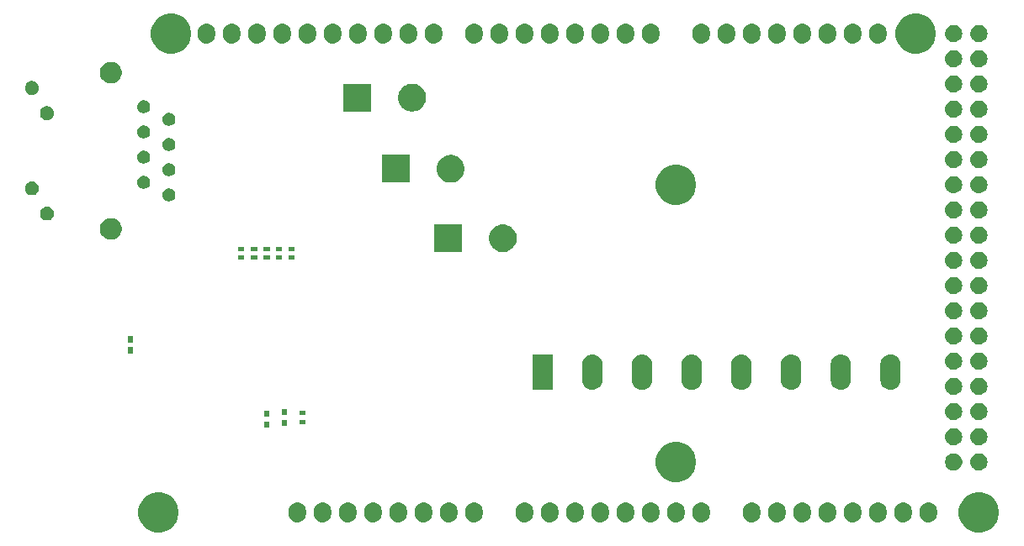
<source format=gbr>
G04 #@! TF.GenerationSoftware,KiCad,Pcbnew,(5.0.2)-1*
G04 #@! TF.CreationDate,2019-06-14T17:16:18-02:30*
G04 #@! TF.ProjectId,arduinoShield,61726475-696e-46f5-9368-69656c642e6b,rev?*
G04 #@! TF.SameCoordinates,Original*
G04 #@! TF.FileFunction,Soldermask,Bot*
G04 #@! TF.FilePolarity,Negative*
%FSLAX46Y46*%
G04 Gerber Fmt 4.6, Leading zero omitted, Abs format (unit mm)*
G04 Created by KiCad (PCBNEW (5.0.2)-1) date 6/14/2019 5:16:18 PM*
%MOMM*%
%LPD*%
G01*
G04 APERTURE LIST*
%ADD10C,0.100000*%
G04 APERTURE END LIST*
D10*
G36*
X147240712Y-145422088D02*
X147610510Y-145575263D01*
X147610513Y-145575265D01*
X147943325Y-145797643D01*
X148226357Y-146080675D01*
X148410204Y-146355822D01*
X148448737Y-146413490D01*
X148601912Y-146783288D01*
X148680000Y-147175864D01*
X148680000Y-147576136D01*
X148601912Y-147968712D01*
X148448737Y-148338510D01*
X148448735Y-148338513D01*
X148226357Y-148671325D01*
X147943325Y-148954357D01*
X147610513Y-149176735D01*
X147610510Y-149176737D01*
X147240712Y-149329912D01*
X146848136Y-149408000D01*
X146447864Y-149408000D01*
X146055288Y-149329912D01*
X145685490Y-149176737D01*
X145685487Y-149176735D01*
X145352675Y-148954357D01*
X145069643Y-148671325D01*
X144847265Y-148338513D01*
X144847263Y-148338510D01*
X144694088Y-147968712D01*
X144616000Y-147576136D01*
X144616000Y-147175864D01*
X144694088Y-146783288D01*
X144847263Y-146413490D01*
X144885796Y-146355822D01*
X145069643Y-146080675D01*
X145352675Y-145797643D01*
X145685487Y-145575265D01*
X145685490Y-145575263D01*
X146055288Y-145422088D01*
X146447864Y-145344000D01*
X146848136Y-145344000D01*
X147240712Y-145422088D01*
X147240712Y-145422088D01*
G37*
G36*
X64690712Y-145422088D02*
X65060510Y-145575263D01*
X65060513Y-145575265D01*
X65393325Y-145797643D01*
X65676357Y-146080675D01*
X65860204Y-146355822D01*
X65898737Y-146413490D01*
X66051912Y-146783288D01*
X66130000Y-147175864D01*
X66130000Y-147576136D01*
X66051912Y-147968712D01*
X65898737Y-148338510D01*
X65898735Y-148338513D01*
X65676357Y-148671325D01*
X65393325Y-148954357D01*
X65060513Y-149176735D01*
X65060510Y-149176737D01*
X64690712Y-149329912D01*
X64298136Y-149408000D01*
X63897864Y-149408000D01*
X63505288Y-149329912D01*
X63135490Y-149176737D01*
X63135487Y-149176735D01*
X62802675Y-148954357D01*
X62519643Y-148671325D01*
X62297265Y-148338513D01*
X62297263Y-148338510D01*
X62144088Y-147968712D01*
X62066000Y-147576136D01*
X62066000Y-147175864D01*
X62144088Y-146783288D01*
X62297263Y-146413490D01*
X62335796Y-146355822D01*
X62519643Y-146080675D01*
X62802675Y-145797643D01*
X63135487Y-145575265D01*
X63135490Y-145575263D01*
X63505288Y-145422088D01*
X63897864Y-145344000D01*
X64298136Y-145344000D01*
X64690712Y-145422088D01*
X64690712Y-145422088D01*
G37*
G36*
X141737294Y-146372496D02*
X141857726Y-146409029D01*
X141900087Y-146421879D01*
X142050112Y-146502068D01*
X142181612Y-146609988D01*
X142289532Y-146741488D01*
X142369721Y-146891512D01*
X142382571Y-146933873D01*
X142419104Y-147054305D01*
X142419104Y-147054307D01*
X142431600Y-147181179D01*
X142431600Y-147570820D01*
X142431076Y-147576136D01*
X142419104Y-147697694D01*
X142382571Y-147818128D01*
X142369721Y-147860488D01*
X142289532Y-148010512D01*
X142181612Y-148142012D01*
X142050112Y-148249932D01*
X141900088Y-148330121D01*
X141872433Y-148338510D01*
X141737295Y-148379504D01*
X141624432Y-148390620D01*
X141568001Y-148396178D01*
X141568000Y-148396178D01*
X141398706Y-148379504D01*
X141263568Y-148338510D01*
X141235913Y-148330121D01*
X141085889Y-148249932D01*
X140995946Y-148176117D01*
X140954388Y-148142012D01*
X140846469Y-148010512D01*
X140824127Y-147968713D01*
X140766279Y-147860488D01*
X140753429Y-147818127D01*
X140716896Y-147697695D01*
X140708565Y-147613112D01*
X140704400Y-147570821D01*
X140704400Y-147181180D01*
X140716896Y-147054308D01*
X140716896Y-147054306D01*
X140766278Y-146891517D01*
X140766279Y-146891513D01*
X140846468Y-146741488D01*
X140954388Y-146609988D01*
X141085888Y-146502068D01*
X141235912Y-146421879D01*
X141278273Y-146409029D01*
X141398705Y-146372496D01*
X141511568Y-146361380D01*
X141567999Y-146355822D01*
X141568000Y-146355822D01*
X141737294Y-146372496D01*
X141737294Y-146372496D01*
G37*
G36*
X78237294Y-146372496D02*
X78357726Y-146409029D01*
X78400087Y-146421879D01*
X78550112Y-146502068D01*
X78681612Y-146609988D01*
X78789532Y-146741488D01*
X78869721Y-146891512D01*
X78882571Y-146933873D01*
X78919104Y-147054305D01*
X78919104Y-147054307D01*
X78931600Y-147181179D01*
X78931600Y-147570820D01*
X78931076Y-147576136D01*
X78919104Y-147697694D01*
X78882571Y-147818128D01*
X78869721Y-147860488D01*
X78789532Y-148010512D01*
X78681612Y-148142012D01*
X78550112Y-148249932D01*
X78400088Y-148330121D01*
X78372433Y-148338510D01*
X78237295Y-148379504D01*
X78124432Y-148390620D01*
X78068001Y-148396178D01*
X78068000Y-148396178D01*
X77898706Y-148379504D01*
X77763568Y-148338510D01*
X77735913Y-148330121D01*
X77585889Y-148249932D01*
X77495946Y-148176117D01*
X77454388Y-148142012D01*
X77346469Y-148010512D01*
X77324127Y-147968713D01*
X77266279Y-147860488D01*
X77253429Y-147818127D01*
X77216896Y-147697695D01*
X77208565Y-147613112D01*
X77204400Y-147570821D01*
X77204400Y-147181180D01*
X77216896Y-147054308D01*
X77216896Y-147054306D01*
X77266278Y-146891517D01*
X77266279Y-146891513D01*
X77346468Y-146741488D01*
X77454388Y-146609988D01*
X77585888Y-146502068D01*
X77735912Y-146421879D01*
X77778273Y-146409029D01*
X77898705Y-146372496D01*
X78011568Y-146361380D01*
X78067999Y-146355822D01*
X78068000Y-146355822D01*
X78237294Y-146372496D01*
X78237294Y-146372496D01*
G37*
G36*
X80777294Y-146372496D02*
X80897726Y-146409029D01*
X80940087Y-146421879D01*
X81090112Y-146502068D01*
X81221612Y-146609988D01*
X81329532Y-146741488D01*
X81409721Y-146891512D01*
X81422571Y-146933873D01*
X81459104Y-147054305D01*
X81459104Y-147054307D01*
X81471600Y-147181179D01*
X81471600Y-147570820D01*
X81471076Y-147576136D01*
X81459104Y-147697694D01*
X81422571Y-147818128D01*
X81409721Y-147860488D01*
X81329532Y-148010512D01*
X81221612Y-148142012D01*
X81090112Y-148249932D01*
X80940088Y-148330121D01*
X80912433Y-148338510D01*
X80777295Y-148379504D01*
X80664432Y-148390620D01*
X80608001Y-148396178D01*
X80608000Y-148396178D01*
X80438706Y-148379504D01*
X80303568Y-148338510D01*
X80275913Y-148330121D01*
X80125889Y-148249932D01*
X80035946Y-148176117D01*
X79994388Y-148142012D01*
X79886469Y-148010512D01*
X79864127Y-147968713D01*
X79806279Y-147860488D01*
X79793429Y-147818127D01*
X79756896Y-147697695D01*
X79748565Y-147613112D01*
X79744400Y-147570821D01*
X79744400Y-147181180D01*
X79756896Y-147054308D01*
X79756896Y-147054306D01*
X79806278Y-146891517D01*
X79806279Y-146891513D01*
X79886468Y-146741488D01*
X79994388Y-146609988D01*
X80125888Y-146502068D01*
X80275912Y-146421879D01*
X80318273Y-146409029D01*
X80438705Y-146372496D01*
X80551568Y-146361380D01*
X80607999Y-146355822D01*
X80608000Y-146355822D01*
X80777294Y-146372496D01*
X80777294Y-146372496D01*
G37*
G36*
X83317294Y-146372496D02*
X83437726Y-146409029D01*
X83480087Y-146421879D01*
X83630112Y-146502068D01*
X83761612Y-146609988D01*
X83869532Y-146741488D01*
X83949721Y-146891512D01*
X83962571Y-146933873D01*
X83999104Y-147054305D01*
X83999104Y-147054307D01*
X84011600Y-147181179D01*
X84011600Y-147570820D01*
X84011076Y-147576136D01*
X83999104Y-147697694D01*
X83962571Y-147818128D01*
X83949721Y-147860488D01*
X83869532Y-148010512D01*
X83761612Y-148142012D01*
X83630112Y-148249932D01*
X83480088Y-148330121D01*
X83452433Y-148338510D01*
X83317295Y-148379504D01*
X83204432Y-148390620D01*
X83148001Y-148396178D01*
X83148000Y-148396178D01*
X82978706Y-148379504D01*
X82843568Y-148338510D01*
X82815913Y-148330121D01*
X82665889Y-148249932D01*
X82575946Y-148176117D01*
X82534388Y-148142012D01*
X82426469Y-148010512D01*
X82404127Y-147968713D01*
X82346279Y-147860488D01*
X82333429Y-147818127D01*
X82296896Y-147697695D01*
X82288565Y-147613112D01*
X82284400Y-147570821D01*
X82284400Y-147181180D01*
X82296896Y-147054308D01*
X82296896Y-147054306D01*
X82346278Y-146891517D01*
X82346279Y-146891513D01*
X82426468Y-146741488D01*
X82534388Y-146609988D01*
X82665888Y-146502068D01*
X82815912Y-146421879D01*
X82858273Y-146409029D01*
X82978705Y-146372496D01*
X83091568Y-146361380D01*
X83147999Y-146355822D01*
X83148000Y-146355822D01*
X83317294Y-146372496D01*
X83317294Y-146372496D01*
G37*
G36*
X85857294Y-146372496D02*
X85977726Y-146409029D01*
X86020087Y-146421879D01*
X86170112Y-146502068D01*
X86301612Y-146609988D01*
X86409532Y-146741488D01*
X86489721Y-146891512D01*
X86502571Y-146933873D01*
X86539104Y-147054305D01*
X86539104Y-147054307D01*
X86551600Y-147181179D01*
X86551600Y-147570820D01*
X86551076Y-147576136D01*
X86539104Y-147697694D01*
X86502571Y-147818128D01*
X86489721Y-147860488D01*
X86409532Y-148010512D01*
X86301612Y-148142012D01*
X86170112Y-148249932D01*
X86020088Y-148330121D01*
X85992433Y-148338510D01*
X85857295Y-148379504D01*
X85744432Y-148390620D01*
X85688001Y-148396178D01*
X85688000Y-148396178D01*
X85518706Y-148379504D01*
X85383568Y-148338510D01*
X85355913Y-148330121D01*
X85205889Y-148249932D01*
X85115946Y-148176117D01*
X85074388Y-148142012D01*
X84966469Y-148010512D01*
X84944127Y-147968713D01*
X84886279Y-147860488D01*
X84873429Y-147818127D01*
X84836896Y-147697695D01*
X84828565Y-147613112D01*
X84824400Y-147570821D01*
X84824400Y-147181180D01*
X84836896Y-147054308D01*
X84836896Y-147054306D01*
X84886278Y-146891517D01*
X84886279Y-146891513D01*
X84966468Y-146741488D01*
X85074388Y-146609988D01*
X85205888Y-146502068D01*
X85355912Y-146421879D01*
X85398273Y-146409029D01*
X85518705Y-146372496D01*
X85631568Y-146361380D01*
X85687999Y-146355822D01*
X85688000Y-146355822D01*
X85857294Y-146372496D01*
X85857294Y-146372496D01*
G37*
G36*
X88397294Y-146372496D02*
X88517726Y-146409029D01*
X88560087Y-146421879D01*
X88710112Y-146502068D01*
X88841612Y-146609988D01*
X88949532Y-146741488D01*
X89029721Y-146891512D01*
X89042571Y-146933873D01*
X89079104Y-147054305D01*
X89079104Y-147054307D01*
X89091600Y-147181179D01*
X89091600Y-147570820D01*
X89091076Y-147576136D01*
X89079104Y-147697694D01*
X89042571Y-147818128D01*
X89029721Y-147860488D01*
X88949532Y-148010512D01*
X88841612Y-148142012D01*
X88710112Y-148249932D01*
X88560088Y-148330121D01*
X88532433Y-148338510D01*
X88397295Y-148379504D01*
X88284432Y-148390620D01*
X88228001Y-148396178D01*
X88228000Y-148396178D01*
X88058706Y-148379504D01*
X87923568Y-148338510D01*
X87895913Y-148330121D01*
X87745889Y-148249932D01*
X87655946Y-148176117D01*
X87614388Y-148142012D01*
X87506469Y-148010512D01*
X87484127Y-147968713D01*
X87426279Y-147860488D01*
X87413429Y-147818127D01*
X87376896Y-147697695D01*
X87368565Y-147613112D01*
X87364400Y-147570821D01*
X87364400Y-147181180D01*
X87376896Y-147054308D01*
X87376896Y-147054306D01*
X87426278Y-146891517D01*
X87426279Y-146891513D01*
X87506468Y-146741488D01*
X87614388Y-146609988D01*
X87745888Y-146502068D01*
X87895912Y-146421879D01*
X87938273Y-146409029D01*
X88058705Y-146372496D01*
X88171568Y-146361380D01*
X88227999Y-146355822D01*
X88228000Y-146355822D01*
X88397294Y-146372496D01*
X88397294Y-146372496D01*
G37*
G36*
X90937294Y-146372496D02*
X91057726Y-146409029D01*
X91100087Y-146421879D01*
X91250112Y-146502068D01*
X91381612Y-146609988D01*
X91489532Y-146741488D01*
X91569721Y-146891512D01*
X91582571Y-146933873D01*
X91619104Y-147054305D01*
X91619104Y-147054307D01*
X91631600Y-147181179D01*
X91631600Y-147570820D01*
X91631076Y-147576136D01*
X91619104Y-147697694D01*
X91582571Y-147818128D01*
X91569721Y-147860488D01*
X91489532Y-148010512D01*
X91381612Y-148142012D01*
X91250112Y-148249932D01*
X91100088Y-148330121D01*
X91072433Y-148338510D01*
X90937295Y-148379504D01*
X90824432Y-148390620D01*
X90768001Y-148396178D01*
X90768000Y-148396178D01*
X90598706Y-148379504D01*
X90463568Y-148338510D01*
X90435913Y-148330121D01*
X90285889Y-148249932D01*
X90195946Y-148176117D01*
X90154388Y-148142012D01*
X90046469Y-148010512D01*
X90024127Y-147968713D01*
X89966279Y-147860488D01*
X89953429Y-147818127D01*
X89916896Y-147697695D01*
X89908565Y-147613112D01*
X89904400Y-147570821D01*
X89904400Y-147181180D01*
X89916896Y-147054308D01*
X89916896Y-147054306D01*
X89966278Y-146891517D01*
X89966279Y-146891513D01*
X90046468Y-146741488D01*
X90154388Y-146609988D01*
X90285888Y-146502068D01*
X90435912Y-146421879D01*
X90478273Y-146409029D01*
X90598705Y-146372496D01*
X90711568Y-146361380D01*
X90767999Y-146355822D01*
X90768000Y-146355822D01*
X90937294Y-146372496D01*
X90937294Y-146372496D01*
G37*
G36*
X93477294Y-146372496D02*
X93597726Y-146409029D01*
X93640087Y-146421879D01*
X93790112Y-146502068D01*
X93921612Y-146609988D01*
X94029532Y-146741488D01*
X94109721Y-146891512D01*
X94122571Y-146933873D01*
X94159104Y-147054305D01*
X94159104Y-147054307D01*
X94171600Y-147181179D01*
X94171600Y-147570820D01*
X94171076Y-147576136D01*
X94159104Y-147697694D01*
X94122571Y-147818128D01*
X94109721Y-147860488D01*
X94029532Y-148010512D01*
X93921612Y-148142012D01*
X93790112Y-148249932D01*
X93640088Y-148330121D01*
X93612433Y-148338510D01*
X93477295Y-148379504D01*
X93364432Y-148390620D01*
X93308001Y-148396178D01*
X93308000Y-148396178D01*
X93138706Y-148379504D01*
X93003568Y-148338510D01*
X92975913Y-148330121D01*
X92825889Y-148249932D01*
X92735946Y-148176117D01*
X92694388Y-148142012D01*
X92586469Y-148010512D01*
X92564127Y-147968713D01*
X92506279Y-147860488D01*
X92493429Y-147818127D01*
X92456896Y-147697695D01*
X92448565Y-147613112D01*
X92444400Y-147570821D01*
X92444400Y-147181180D01*
X92456896Y-147054308D01*
X92456896Y-147054306D01*
X92506278Y-146891517D01*
X92506279Y-146891513D01*
X92586468Y-146741488D01*
X92694388Y-146609988D01*
X92825888Y-146502068D01*
X92975912Y-146421879D01*
X93018273Y-146409029D01*
X93138705Y-146372496D01*
X93251568Y-146361380D01*
X93307999Y-146355822D01*
X93308000Y-146355822D01*
X93477294Y-146372496D01*
X93477294Y-146372496D01*
G37*
G36*
X96017294Y-146372496D02*
X96137726Y-146409029D01*
X96180087Y-146421879D01*
X96330112Y-146502068D01*
X96461612Y-146609988D01*
X96569532Y-146741488D01*
X96649721Y-146891512D01*
X96662571Y-146933873D01*
X96699104Y-147054305D01*
X96699104Y-147054307D01*
X96711600Y-147181179D01*
X96711600Y-147570820D01*
X96711076Y-147576136D01*
X96699104Y-147697694D01*
X96662571Y-147818128D01*
X96649721Y-147860488D01*
X96569532Y-148010512D01*
X96461612Y-148142012D01*
X96330112Y-148249932D01*
X96180088Y-148330121D01*
X96152433Y-148338510D01*
X96017295Y-148379504D01*
X95904432Y-148390620D01*
X95848001Y-148396178D01*
X95848000Y-148396178D01*
X95678706Y-148379504D01*
X95543568Y-148338510D01*
X95515913Y-148330121D01*
X95365889Y-148249932D01*
X95275946Y-148176117D01*
X95234388Y-148142012D01*
X95126469Y-148010512D01*
X95104127Y-147968713D01*
X95046279Y-147860488D01*
X95033429Y-147818127D01*
X94996896Y-147697695D01*
X94988565Y-147613112D01*
X94984400Y-147570821D01*
X94984400Y-147181180D01*
X94996896Y-147054308D01*
X94996896Y-147054306D01*
X95046278Y-146891517D01*
X95046279Y-146891513D01*
X95126468Y-146741488D01*
X95234388Y-146609988D01*
X95365888Y-146502068D01*
X95515912Y-146421879D01*
X95558273Y-146409029D01*
X95678705Y-146372496D01*
X95791568Y-146361380D01*
X95847999Y-146355822D01*
X95848000Y-146355822D01*
X96017294Y-146372496D01*
X96017294Y-146372496D01*
G37*
G36*
X101097294Y-146372496D02*
X101217726Y-146409029D01*
X101260087Y-146421879D01*
X101410112Y-146502068D01*
X101541612Y-146609988D01*
X101649532Y-146741488D01*
X101729721Y-146891512D01*
X101742571Y-146933873D01*
X101779104Y-147054305D01*
X101779104Y-147054307D01*
X101791600Y-147181179D01*
X101791600Y-147570820D01*
X101791076Y-147576136D01*
X101779104Y-147697694D01*
X101742571Y-147818128D01*
X101729721Y-147860488D01*
X101649532Y-148010512D01*
X101541612Y-148142012D01*
X101410112Y-148249932D01*
X101260088Y-148330121D01*
X101232433Y-148338510D01*
X101097295Y-148379504D01*
X100984432Y-148390620D01*
X100928001Y-148396178D01*
X100928000Y-148396178D01*
X100758706Y-148379504D01*
X100623568Y-148338510D01*
X100595913Y-148330121D01*
X100445889Y-148249932D01*
X100355946Y-148176117D01*
X100314388Y-148142012D01*
X100206469Y-148010512D01*
X100184127Y-147968713D01*
X100126279Y-147860488D01*
X100113429Y-147818127D01*
X100076896Y-147697695D01*
X100068565Y-147613112D01*
X100064400Y-147570821D01*
X100064400Y-147181180D01*
X100076896Y-147054308D01*
X100076896Y-147054306D01*
X100126278Y-146891517D01*
X100126279Y-146891513D01*
X100206468Y-146741488D01*
X100314388Y-146609988D01*
X100445888Y-146502068D01*
X100595912Y-146421879D01*
X100638273Y-146409029D01*
X100758705Y-146372496D01*
X100871568Y-146361380D01*
X100927999Y-146355822D01*
X100928000Y-146355822D01*
X101097294Y-146372496D01*
X101097294Y-146372496D01*
G37*
G36*
X103637294Y-146372496D02*
X103757726Y-146409029D01*
X103800087Y-146421879D01*
X103950112Y-146502068D01*
X104081612Y-146609988D01*
X104189532Y-146741488D01*
X104269721Y-146891512D01*
X104282571Y-146933873D01*
X104319104Y-147054305D01*
X104319104Y-147054307D01*
X104331600Y-147181179D01*
X104331600Y-147570820D01*
X104331076Y-147576136D01*
X104319104Y-147697694D01*
X104282571Y-147818128D01*
X104269721Y-147860488D01*
X104189532Y-148010512D01*
X104081612Y-148142012D01*
X103950112Y-148249932D01*
X103800088Y-148330121D01*
X103772433Y-148338510D01*
X103637295Y-148379504D01*
X103524432Y-148390620D01*
X103468001Y-148396178D01*
X103468000Y-148396178D01*
X103298706Y-148379504D01*
X103163568Y-148338510D01*
X103135913Y-148330121D01*
X102985889Y-148249932D01*
X102895946Y-148176117D01*
X102854388Y-148142012D01*
X102746469Y-148010512D01*
X102724127Y-147968713D01*
X102666279Y-147860488D01*
X102653429Y-147818127D01*
X102616896Y-147697695D01*
X102608565Y-147613112D01*
X102604400Y-147570821D01*
X102604400Y-147181180D01*
X102616896Y-147054308D01*
X102616896Y-147054306D01*
X102666278Y-146891517D01*
X102666279Y-146891513D01*
X102746468Y-146741488D01*
X102854388Y-146609988D01*
X102985888Y-146502068D01*
X103135912Y-146421879D01*
X103178273Y-146409029D01*
X103298705Y-146372496D01*
X103411568Y-146361380D01*
X103467999Y-146355822D01*
X103468000Y-146355822D01*
X103637294Y-146372496D01*
X103637294Y-146372496D01*
G37*
G36*
X106177294Y-146372496D02*
X106297726Y-146409029D01*
X106340087Y-146421879D01*
X106490112Y-146502068D01*
X106621612Y-146609988D01*
X106729532Y-146741488D01*
X106809721Y-146891512D01*
X106822571Y-146933873D01*
X106859104Y-147054305D01*
X106859104Y-147054307D01*
X106871600Y-147181179D01*
X106871600Y-147570820D01*
X106871076Y-147576136D01*
X106859104Y-147697694D01*
X106822571Y-147818128D01*
X106809721Y-147860488D01*
X106729532Y-148010512D01*
X106621612Y-148142012D01*
X106490112Y-148249932D01*
X106340088Y-148330121D01*
X106312433Y-148338510D01*
X106177295Y-148379504D01*
X106064432Y-148390620D01*
X106008001Y-148396178D01*
X106008000Y-148396178D01*
X105838706Y-148379504D01*
X105703568Y-148338510D01*
X105675913Y-148330121D01*
X105525889Y-148249932D01*
X105435946Y-148176117D01*
X105394388Y-148142012D01*
X105286469Y-148010512D01*
X105264127Y-147968713D01*
X105206279Y-147860488D01*
X105193429Y-147818127D01*
X105156896Y-147697695D01*
X105148565Y-147613112D01*
X105144400Y-147570821D01*
X105144400Y-147181180D01*
X105156896Y-147054308D01*
X105156896Y-147054306D01*
X105206278Y-146891517D01*
X105206279Y-146891513D01*
X105286468Y-146741488D01*
X105394388Y-146609988D01*
X105525888Y-146502068D01*
X105675912Y-146421879D01*
X105718273Y-146409029D01*
X105838705Y-146372496D01*
X105951568Y-146361380D01*
X106007999Y-146355822D01*
X106008000Y-146355822D01*
X106177294Y-146372496D01*
X106177294Y-146372496D01*
G37*
G36*
X113797294Y-146372496D02*
X113917726Y-146409029D01*
X113960087Y-146421879D01*
X114110112Y-146502068D01*
X114241612Y-146609988D01*
X114349532Y-146741488D01*
X114429721Y-146891512D01*
X114442571Y-146933873D01*
X114479104Y-147054305D01*
X114479104Y-147054307D01*
X114491600Y-147181179D01*
X114491600Y-147570820D01*
X114491076Y-147576136D01*
X114479104Y-147697694D01*
X114442571Y-147818128D01*
X114429721Y-147860488D01*
X114349532Y-148010512D01*
X114241612Y-148142012D01*
X114110112Y-148249932D01*
X113960088Y-148330121D01*
X113932433Y-148338510D01*
X113797295Y-148379504D01*
X113684432Y-148390620D01*
X113628001Y-148396178D01*
X113628000Y-148396178D01*
X113458706Y-148379504D01*
X113323568Y-148338510D01*
X113295913Y-148330121D01*
X113145889Y-148249932D01*
X113055946Y-148176117D01*
X113014388Y-148142012D01*
X112906469Y-148010512D01*
X112884127Y-147968713D01*
X112826279Y-147860488D01*
X112813429Y-147818127D01*
X112776896Y-147697695D01*
X112768565Y-147613112D01*
X112764400Y-147570821D01*
X112764400Y-147181180D01*
X112776896Y-147054308D01*
X112776896Y-147054306D01*
X112826278Y-146891517D01*
X112826279Y-146891513D01*
X112906468Y-146741488D01*
X113014388Y-146609988D01*
X113145888Y-146502068D01*
X113295912Y-146421879D01*
X113338273Y-146409029D01*
X113458705Y-146372496D01*
X113571568Y-146361380D01*
X113627999Y-146355822D01*
X113628000Y-146355822D01*
X113797294Y-146372496D01*
X113797294Y-146372496D01*
G37*
G36*
X108717294Y-146372496D02*
X108837726Y-146409029D01*
X108880087Y-146421879D01*
X109030112Y-146502068D01*
X109161612Y-146609988D01*
X109269532Y-146741488D01*
X109349721Y-146891512D01*
X109362571Y-146933873D01*
X109399104Y-147054305D01*
X109399104Y-147054307D01*
X109411600Y-147181179D01*
X109411600Y-147570820D01*
X109411076Y-147576136D01*
X109399104Y-147697694D01*
X109362571Y-147818128D01*
X109349721Y-147860488D01*
X109269532Y-148010512D01*
X109161612Y-148142012D01*
X109030112Y-148249932D01*
X108880088Y-148330121D01*
X108852433Y-148338510D01*
X108717295Y-148379504D01*
X108604432Y-148390620D01*
X108548001Y-148396178D01*
X108548000Y-148396178D01*
X108378706Y-148379504D01*
X108243568Y-148338510D01*
X108215913Y-148330121D01*
X108065889Y-148249932D01*
X107975946Y-148176117D01*
X107934388Y-148142012D01*
X107826469Y-148010512D01*
X107804127Y-147968713D01*
X107746279Y-147860488D01*
X107733429Y-147818127D01*
X107696896Y-147697695D01*
X107688565Y-147613112D01*
X107684400Y-147570821D01*
X107684400Y-147181180D01*
X107696896Y-147054308D01*
X107696896Y-147054306D01*
X107746278Y-146891517D01*
X107746279Y-146891513D01*
X107826468Y-146741488D01*
X107934388Y-146609988D01*
X108065888Y-146502068D01*
X108215912Y-146421879D01*
X108258273Y-146409029D01*
X108378705Y-146372496D01*
X108491568Y-146361380D01*
X108547999Y-146355822D01*
X108548000Y-146355822D01*
X108717294Y-146372496D01*
X108717294Y-146372496D01*
G37*
G36*
X139197294Y-146372496D02*
X139317726Y-146409029D01*
X139360087Y-146421879D01*
X139510112Y-146502068D01*
X139641612Y-146609988D01*
X139749532Y-146741488D01*
X139829721Y-146891512D01*
X139842571Y-146933873D01*
X139879104Y-147054305D01*
X139879104Y-147054307D01*
X139891600Y-147181179D01*
X139891600Y-147570820D01*
X139891076Y-147576136D01*
X139879104Y-147697694D01*
X139842571Y-147818128D01*
X139829721Y-147860488D01*
X139749532Y-148010512D01*
X139641612Y-148142012D01*
X139510112Y-148249932D01*
X139360088Y-148330121D01*
X139332433Y-148338510D01*
X139197295Y-148379504D01*
X139084432Y-148390620D01*
X139028001Y-148396178D01*
X139028000Y-148396178D01*
X138858706Y-148379504D01*
X138723568Y-148338510D01*
X138695913Y-148330121D01*
X138545889Y-148249932D01*
X138455946Y-148176117D01*
X138414388Y-148142012D01*
X138306469Y-148010512D01*
X138284127Y-147968713D01*
X138226279Y-147860488D01*
X138213429Y-147818127D01*
X138176896Y-147697695D01*
X138168565Y-147613112D01*
X138164400Y-147570821D01*
X138164400Y-147181180D01*
X138176896Y-147054308D01*
X138176896Y-147054306D01*
X138226278Y-146891517D01*
X138226279Y-146891513D01*
X138306468Y-146741488D01*
X138414388Y-146609988D01*
X138545888Y-146502068D01*
X138695912Y-146421879D01*
X138738273Y-146409029D01*
X138858705Y-146372496D01*
X138971568Y-146361380D01*
X139027999Y-146355822D01*
X139028000Y-146355822D01*
X139197294Y-146372496D01*
X139197294Y-146372496D01*
G37*
G36*
X136657294Y-146372496D02*
X136777726Y-146409029D01*
X136820087Y-146421879D01*
X136970112Y-146502068D01*
X137101612Y-146609988D01*
X137209532Y-146741488D01*
X137289721Y-146891512D01*
X137302571Y-146933873D01*
X137339104Y-147054305D01*
X137339104Y-147054307D01*
X137351600Y-147181179D01*
X137351600Y-147570820D01*
X137351076Y-147576136D01*
X137339104Y-147697694D01*
X137302571Y-147818128D01*
X137289721Y-147860488D01*
X137209532Y-148010512D01*
X137101612Y-148142012D01*
X136970112Y-148249932D01*
X136820088Y-148330121D01*
X136792433Y-148338510D01*
X136657295Y-148379504D01*
X136544432Y-148390620D01*
X136488001Y-148396178D01*
X136488000Y-148396178D01*
X136318706Y-148379504D01*
X136183568Y-148338510D01*
X136155913Y-148330121D01*
X136005889Y-148249932D01*
X135915946Y-148176117D01*
X135874388Y-148142012D01*
X135766469Y-148010512D01*
X135744127Y-147968713D01*
X135686279Y-147860488D01*
X135673429Y-147818127D01*
X135636896Y-147697695D01*
X135628565Y-147613112D01*
X135624400Y-147570821D01*
X135624400Y-147181180D01*
X135636896Y-147054308D01*
X135636896Y-147054306D01*
X135686278Y-146891517D01*
X135686279Y-146891513D01*
X135766468Y-146741488D01*
X135874388Y-146609988D01*
X136005888Y-146502068D01*
X136155912Y-146421879D01*
X136198273Y-146409029D01*
X136318705Y-146372496D01*
X136431568Y-146361380D01*
X136487999Y-146355822D01*
X136488000Y-146355822D01*
X136657294Y-146372496D01*
X136657294Y-146372496D01*
G37*
G36*
X134117294Y-146372496D02*
X134237726Y-146409029D01*
X134280087Y-146421879D01*
X134430112Y-146502068D01*
X134561612Y-146609988D01*
X134669532Y-146741488D01*
X134749721Y-146891512D01*
X134762571Y-146933873D01*
X134799104Y-147054305D01*
X134799104Y-147054307D01*
X134811600Y-147181179D01*
X134811600Y-147570820D01*
X134811076Y-147576136D01*
X134799104Y-147697694D01*
X134762571Y-147818128D01*
X134749721Y-147860488D01*
X134669532Y-148010512D01*
X134561612Y-148142012D01*
X134430112Y-148249932D01*
X134280088Y-148330121D01*
X134252433Y-148338510D01*
X134117295Y-148379504D01*
X134004432Y-148390620D01*
X133948001Y-148396178D01*
X133948000Y-148396178D01*
X133778706Y-148379504D01*
X133643568Y-148338510D01*
X133615913Y-148330121D01*
X133465889Y-148249932D01*
X133375946Y-148176117D01*
X133334388Y-148142012D01*
X133226469Y-148010512D01*
X133204127Y-147968713D01*
X133146279Y-147860488D01*
X133133429Y-147818127D01*
X133096896Y-147697695D01*
X133088565Y-147613112D01*
X133084400Y-147570821D01*
X133084400Y-147181180D01*
X133096896Y-147054308D01*
X133096896Y-147054306D01*
X133146278Y-146891517D01*
X133146279Y-146891513D01*
X133226468Y-146741488D01*
X133334388Y-146609988D01*
X133465888Y-146502068D01*
X133615912Y-146421879D01*
X133658273Y-146409029D01*
X133778705Y-146372496D01*
X133891568Y-146361380D01*
X133947999Y-146355822D01*
X133948000Y-146355822D01*
X134117294Y-146372496D01*
X134117294Y-146372496D01*
G37*
G36*
X131577294Y-146372496D02*
X131697726Y-146409029D01*
X131740087Y-146421879D01*
X131890112Y-146502068D01*
X132021612Y-146609988D01*
X132129532Y-146741488D01*
X132209721Y-146891512D01*
X132222571Y-146933873D01*
X132259104Y-147054305D01*
X132259104Y-147054307D01*
X132271600Y-147181179D01*
X132271600Y-147570820D01*
X132271076Y-147576136D01*
X132259104Y-147697694D01*
X132222571Y-147818128D01*
X132209721Y-147860488D01*
X132129532Y-148010512D01*
X132021612Y-148142012D01*
X131890112Y-148249932D01*
X131740088Y-148330121D01*
X131712433Y-148338510D01*
X131577295Y-148379504D01*
X131464432Y-148390620D01*
X131408001Y-148396178D01*
X131408000Y-148396178D01*
X131238706Y-148379504D01*
X131103568Y-148338510D01*
X131075913Y-148330121D01*
X130925889Y-148249932D01*
X130835946Y-148176117D01*
X130794388Y-148142012D01*
X130686469Y-148010512D01*
X130664127Y-147968713D01*
X130606279Y-147860488D01*
X130593429Y-147818127D01*
X130556896Y-147697695D01*
X130548565Y-147613112D01*
X130544400Y-147570821D01*
X130544400Y-147181180D01*
X130556896Y-147054308D01*
X130556896Y-147054306D01*
X130606278Y-146891517D01*
X130606279Y-146891513D01*
X130686468Y-146741488D01*
X130794388Y-146609988D01*
X130925888Y-146502068D01*
X131075912Y-146421879D01*
X131118273Y-146409029D01*
X131238705Y-146372496D01*
X131351568Y-146361380D01*
X131407999Y-146355822D01*
X131408000Y-146355822D01*
X131577294Y-146372496D01*
X131577294Y-146372496D01*
G37*
G36*
X129037294Y-146372496D02*
X129157726Y-146409029D01*
X129200087Y-146421879D01*
X129350112Y-146502068D01*
X129481612Y-146609988D01*
X129589532Y-146741488D01*
X129669721Y-146891512D01*
X129682571Y-146933873D01*
X129719104Y-147054305D01*
X129719104Y-147054307D01*
X129731600Y-147181179D01*
X129731600Y-147570820D01*
X129731076Y-147576136D01*
X129719104Y-147697694D01*
X129682571Y-147818128D01*
X129669721Y-147860488D01*
X129589532Y-148010512D01*
X129481612Y-148142012D01*
X129350112Y-148249932D01*
X129200088Y-148330121D01*
X129172433Y-148338510D01*
X129037295Y-148379504D01*
X128924432Y-148390620D01*
X128868001Y-148396178D01*
X128868000Y-148396178D01*
X128698706Y-148379504D01*
X128563568Y-148338510D01*
X128535913Y-148330121D01*
X128385889Y-148249932D01*
X128295946Y-148176117D01*
X128254388Y-148142012D01*
X128146469Y-148010512D01*
X128124127Y-147968713D01*
X128066279Y-147860488D01*
X128053429Y-147818127D01*
X128016896Y-147697695D01*
X128008565Y-147613112D01*
X128004400Y-147570821D01*
X128004400Y-147181180D01*
X128016896Y-147054308D01*
X128016896Y-147054306D01*
X128066278Y-146891517D01*
X128066279Y-146891513D01*
X128146468Y-146741488D01*
X128254388Y-146609988D01*
X128385888Y-146502068D01*
X128535912Y-146421879D01*
X128578273Y-146409029D01*
X128698705Y-146372496D01*
X128811568Y-146361380D01*
X128867999Y-146355822D01*
X128868000Y-146355822D01*
X129037294Y-146372496D01*
X129037294Y-146372496D01*
G37*
G36*
X126497294Y-146372496D02*
X126617726Y-146409029D01*
X126660087Y-146421879D01*
X126810112Y-146502068D01*
X126941612Y-146609988D01*
X127049532Y-146741488D01*
X127129721Y-146891512D01*
X127142571Y-146933873D01*
X127179104Y-147054305D01*
X127179104Y-147054307D01*
X127191600Y-147181179D01*
X127191600Y-147570820D01*
X127191076Y-147576136D01*
X127179104Y-147697694D01*
X127142571Y-147818128D01*
X127129721Y-147860488D01*
X127049532Y-148010512D01*
X126941612Y-148142012D01*
X126810112Y-148249932D01*
X126660088Y-148330121D01*
X126632433Y-148338510D01*
X126497295Y-148379504D01*
X126384432Y-148390620D01*
X126328001Y-148396178D01*
X126328000Y-148396178D01*
X126158706Y-148379504D01*
X126023568Y-148338510D01*
X125995913Y-148330121D01*
X125845889Y-148249932D01*
X125755946Y-148176117D01*
X125714388Y-148142012D01*
X125606469Y-148010512D01*
X125584127Y-147968713D01*
X125526279Y-147860488D01*
X125513429Y-147818127D01*
X125476896Y-147697695D01*
X125468565Y-147613112D01*
X125464400Y-147570821D01*
X125464400Y-147181180D01*
X125476896Y-147054308D01*
X125476896Y-147054306D01*
X125526278Y-146891517D01*
X125526279Y-146891513D01*
X125606468Y-146741488D01*
X125714388Y-146609988D01*
X125845888Y-146502068D01*
X125995912Y-146421879D01*
X126038273Y-146409029D01*
X126158705Y-146372496D01*
X126271568Y-146361380D01*
X126327999Y-146355822D01*
X126328000Y-146355822D01*
X126497294Y-146372496D01*
X126497294Y-146372496D01*
G37*
G36*
X123957294Y-146372496D02*
X124077726Y-146409029D01*
X124120087Y-146421879D01*
X124270112Y-146502068D01*
X124401612Y-146609988D01*
X124509532Y-146741488D01*
X124589721Y-146891512D01*
X124602571Y-146933873D01*
X124639104Y-147054305D01*
X124639104Y-147054307D01*
X124651600Y-147181179D01*
X124651600Y-147570820D01*
X124651076Y-147576136D01*
X124639104Y-147697694D01*
X124602571Y-147818128D01*
X124589721Y-147860488D01*
X124509532Y-148010512D01*
X124401612Y-148142012D01*
X124270112Y-148249932D01*
X124120088Y-148330121D01*
X124092433Y-148338510D01*
X123957295Y-148379504D01*
X123844432Y-148390620D01*
X123788001Y-148396178D01*
X123788000Y-148396178D01*
X123618706Y-148379504D01*
X123483568Y-148338510D01*
X123455913Y-148330121D01*
X123305889Y-148249932D01*
X123215946Y-148176117D01*
X123174388Y-148142012D01*
X123066469Y-148010512D01*
X123044127Y-147968713D01*
X122986279Y-147860488D01*
X122973429Y-147818127D01*
X122936896Y-147697695D01*
X122928565Y-147613112D01*
X122924400Y-147570821D01*
X122924400Y-147181180D01*
X122936896Y-147054308D01*
X122936896Y-147054306D01*
X122986278Y-146891517D01*
X122986279Y-146891513D01*
X123066468Y-146741488D01*
X123174388Y-146609988D01*
X123305888Y-146502068D01*
X123455912Y-146421879D01*
X123498273Y-146409029D01*
X123618705Y-146372496D01*
X123731568Y-146361380D01*
X123787999Y-146355822D01*
X123788000Y-146355822D01*
X123957294Y-146372496D01*
X123957294Y-146372496D01*
G37*
G36*
X118877294Y-146372496D02*
X118997726Y-146409029D01*
X119040087Y-146421879D01*
X119190112Y-146502068D01*
X119321612Y-146609988D01*
X119429532Y-146741488D01*
X119509721Y-146891512D01*
X119522571Y-146933873D01*
X119559104Y-147054305D01*
X119559104Y-147054307D01*
X119571600Y-147181179D01*
X119571600Y-147570820D01*
X119571076Y-147576136D01*
X119559104Y-147697694D01*
X119522571Y-147818128D01*
X119509721Y-147860488D01*
X119429532Y-148010512D01*
X119321612Y-148142012D01*
X119190112Y-148249932D01*
X119040088Y-148330121D01*
X119012433Y-148338510D01*
X118877295Y-148379504D01*
X118764432Y-148390620D01*
X118708001Y-148396178D01*
X118708000Y-148396178D01*
X118538706Y-148379504D01*
X118403568Y-148338510D01*
X118375913Y-148330121D01*
X118225889Y-148249932D01*
X118135946Y-148176117D01*
X118094388Y-148142012D01*
X117986469Y-148010512D01*
X117964127Y-147968713D01*
X117906279Y-147860488D01*
X117893429Y-147818127D01*
X117856896Y-147697695D01*
X117848565Y-147613112D01*
X117844400Y-147570821D01*
X117844400Y-147181180D01*
X117856896Y-147054308D01*
X117856896Y-147054306D01*
X117906278Y-146891517D01*
X117906279Y-146891513D01*
X117986468Y-146741488D01*
X118094388Y-146609988D01*
X118225888Y-146502068D01*
X118375912Y-146421879D01*
X118418273Y-146409029D01*
X118538705Y-146372496D01*
X118651568Y-146361380D01*
X118707999Y-146355822D01*
X118708000Y-146355822D01*
X118877294Y-146372496D01*
X118877294Y-146372496D01*
G37*
G36*
X116337294Y-146372496D02*
X116457726Y-146409029D01*
X116500087Y-146421879D01*
X116650112Y-146502068D01*
X116781612Y-146609988D01*
X116889532Y-146741488D01*
X116969721Y-146891512D01*
X116982571Y-146933873D01*
X117019104Y-147054305D01*
X117019104Y-147054307D01*
X117031600Y-147181179D01*
X117031600Y-147570820D01*
X117031076Y-147576136D01*
X117019104Y-147697694D01*
X116982571Y-147818128D01*
X116969721Y-147860488D01*
X116889532Y-148010512D01*
X116781612Y-148142012D01*
X116650112Y-148249932D01*
X116500088Y-148330121D01*
X116472433Y-148338510D01*
X116337295Y-148379504D01*
X116224432Y-148390620D01*
X116168001Y-148396178D01*
X116168000Y-148396178D01*
X115998706Y-148379504D01*
X115863568Y-148338510D01*
X115835913Y-148330121D01*
X115685889Y-148249932D01*
X115595946Y-148176117D01*
X115554388Y-148142012D01*
X115446469Y-148010512D01*
X115424127Y-147968713D01*
X115366279Y-147860488D01*
X115353429Y-147818127D01*
X115316896Y-147697695D01*
X115308565Y-147613112D01*
X115304400Y-147570821D01*
X115304400Y-147181180D01*
X115316896Y-147054308D01*
X115316896Y-147054306D01*
X115366278Y-146891517D01*
X115366279Y-146891513D01*
X115446468Y-146741488D01*
X115554388Y-146609988D01*
X115685888Y-146502068D01*
X115835912Y-146421879D01*
X115878273Y-146409029D01*
X115998705Y-146372496D01*
X116111568Y-146361380D01*
X116167999Y-146355822D01*
X116168000Y-146355822D01*
X116337294Y-146372496D01*
X116337294Y-146372496D01*
G37*
G36*
X111257294Y-146372496D02*
X111377726Y-146409029D01*
X111420087Y-146421879D01*
X111570112Y-146502068D01*
X111701612Y-146609988D01*
X111809532Y-146741488D01*
X111889721Y-146891512D01*
X111902571Y-146933873D01*
X111939104Y-147054305D01*
X111939104Y-147054307D01*
X111951600Y-147181179D01*
X111951600Y-147570820D01*
X111951076Y-147576136D01*
X111939104Y-147697694D01*
X111902571Y-147818128D01*
X111889721Y-147860488D01*
X111809532Y-148010512D01*
X111701612Y-148142012D01*
X111570112Y-148249932D01*
X111420088Y-148330121D01*
X111392433Y-148338510D01*
X111257295Y-148379504D01*
X111144432Y-148390620D01*
X111088001Y-148396178D01*
X111088000Y-148396178D01*
X110918706Y-148379504D01*
X110783568Y-148338510D01*
X110755913Y-148330121D01*
X110605889Y-148249932D01*
X110515946Y-148176117D01*
X110474388Y-148142012D01*
X110366469Y-148010512D01*
X110344127Y-147968713D01*
X110286279Y-147860488D01*
X110273429Y-147818127D01*
X110236896Y-147697695D01*
X110228565Y-147613112D01*
X110224400Y-147570821D01*
X110224400Y-147181180D01*
X110236896Y-147054308D01*
X110236896Y-147054306D01*
X110286278Y-146891517D01*
X110286279Y-146891513D01*
X110366468Y-146741488D01*
X110474388Y-146609988D01*
X110605888Y-146502068D01*
X110755912Y-146421879D01*
X110798273Y-146409029D01*
X110918705Y-146372496D01*
X111031568Y-146361380D01*
X111087999Y-146355822D01*
X111088000Y-146355822D01*
X111257294Y-146372496D01*
X111257294Y-146372496D01*
G37*
G36*
X116760712Y-140342088D02*
X117130510Y-140495263D01*
X117130513Y-140495265D01*
X117463325Y-140717643D01*
X117746357Y-141000675D01*
X117968735Y-141333487D01*
X117968737Y-141333490D01*
X118121912Y-141703288D01*
X118200000Y-142095864D01*
X118200000Y-142496136D01*
X118121912Y-142888712D01*
X117968737Y-143258510D01*
X117968735Y-143258513D01*
X117746357Y-143591325D01*
X117463325Y-143874357D01*
X117130513Y-144096735D01*
X117130510Y-144096737D01*
X116760712Y-144249912D01*
X116368136Y-144328000D01*
X115967864Y-144328000D01*
X115575288Y-144249912D01*
X115205490Y-144096737D01*
X115205487Y-144096735D01*
X114872675Y-143874357D01*
X114589643Y-143591325D01*
X114367265Y-143258513D01*
X114367263Y-143258510D01*
X114214088Y-142888712D01*
X114136000Y-142496136D01*
X114136000Y-142095864D01*
X114214088Y-141703288D01*
X114367263Y-141333490D01*
X114367265Y-141333487D01*
X114589643Y-141000675D01*
X114872675Y-140717643D01*
X115205487Y-140495265D01*
X115205490Y-140495263D01*
X115575288Y-140342088D01*
X115967864Y-140264000D01*
X116368136Y-140264000D01*
X116760712Y-140342088D01*
X116760712Y-140342088D01*
G37*
G36*
X146732712Y-141436565D02*
X146817295Y-141444896D01*
X146937727Y-141481429D01*
X146980088Y-141494279D01*
X147130112Y-141574468D01*
X147261612Y-141682388D01*
X147369532Y-141813888D01*
X147449721Y-141963912D01*
X147449722Y-141963916D01*
X147499104Y-142126705D01*
X147515778Y-142296000D01*
X147499104Y-142465295D01*
X147489748Y-142496136D01*
X147449721Y-142628088D01*
X147369532Y-142778112D01*
X147261612Y-142909612D01*
X147130112Y-143017532D01*
X146980088Y-143097721D01*
X146937727Y-143110571D01*
X146817295Y-143147104D01*
X146732712Y-143155435D01*
X146690421Y-143159600D01*
X146605579Y-143159600D01*
X146563288Y-143155435D01*
X146478705Y-143147104D01*
X146358273Y-143110571D01*
X146315912Y-143097721D01*
X146165888Y-143017532D01*
X146034388Y-142909612D01*
X145926468Y-142778112D01*
X145846279Y-142628088D01*
X145806252Y-142496136D01*
X145796896Y-142465295D01*
X145780222Y-142296000D01*
X145796896Y-142126705D01*
X145846278Y-141963916D01*
X145846279Y-141963912D01*
X145926468Y-141813888D01*
X146034388Y-141682388D01*
X146165888Y-141574468D01*
X146315912Y-141494279D01*
X146358273Y-141481429D01*
X146478705Y-141444896D01*
X146563288Y-141436565D01*
X146605579Y-141432400D01*
X146690421Y-141432400D01*
X146732712Y-141436565D01*
X146732712Y-141436565D01*
G37*
G36*
X144359903Y-141465587D02*
X144517068Y-141530687D01*
X144658513Y-141625198D01*
X144778802Y-141745487D01*
X144873313Y-141886932D01*
X144938413Y-142044097D01*
X144971600Y-142210943D01*
X144971600Y-142381057D01*
X144938413Y-142547903D01*
X144873313Y-142705068D01*
X144778802Y-142846513D01*
X144658513Y-142966802D01*
X144517068Y-143061313D01*
X144359903Y-143126413D01*
X144193057Y-143159600D01*
X144022943Y-143159600D01*
X143856097Y-143126413D01*
X143698932Y-143061313D01*
X143557487Y-142966802D01*
X143437198Y-142846513D01*
X143342687Y-142705068D01*
X143277587Y-142547903D01*
X143244400Y-142381057D01*
X143244400Y-142210943D01*
X143277587Y-142044097D01*
X143342687Y-141886932D01*
X143437198Y-141745487D01*
X143557487Y-141625198D01*
X143698932Y-141530687D01*
X143856097Y-141465587D01*
X144022943Y-141432400D01*
X144193057Y-141432400D01*
X144359903Y-141465587D01*
X144359903Y-141465587D01*
G37*
G36*
X146732712Y-138896565D02*
X146817295Y-138904896D01*
X146937727Y-138941429D01*
X146980088Y-138954279D01*
X147130112Y-139034468D01*
X147261612Y-139142388D01*
X147369532Y-139273888D01*
X147449721Y-139423912D01*
X147449722Y-139423916D01*
X147499104Y-139586705D01*
X147515778Y-139756000D01*
X147499104Y-139925295D01*
X147462571Y-140045727D01*
X147449721Y-140088088D01*
X147369532Y-140238112D01*
X147261612Y-140369612D01*
X147130112Y-140477532D01*
X146980088Y-140557721D01*
X146937727Y-140570571D01*
X146817295Y-140607104D01*
X146732712Y-140615435D01*
X146690421Y-140619600D01*
X146605579Y-140619600D01*
X146563288Y-140615435D01*
X146478705Y-140607104D01*
X146358273Y-140570571D01*
X146315912Y-140557721D01*
X146165888Y-140477532D01*
X146034388Y-140369612D01*
X145926468Y-140238112D01*
X145846279Y-140088088D01*
X145833429Y-140045727D01*
X145796896Y-139925295D01*
X145780222Y-139756000D01*
X145796896Y-139586705D01*
X145846278Y-139423916D01*
X145846279Y-139423912D01*
X145926468Y-139273888D01*
X146034388Y-139142388D01*
X146165888Y-139034468D01*
X146315912Y-138954279D01*
X146358273Y-138941429D01*
X146478705Y-138904896D01*
X146563288Y-138896565D01*
X146605579Y-138892400D01*
X146690421Y-138892400D01*
X146732712Y-138896565D01*
X146732712Y-138896565D01*
G37*
G36*
X144192712Y-138896565D02*
X144277295Y-138904896D01*
X144397727Y-138941429D01*
X144440088Y-138954279D01*
X144590112Y-139034468D01*
X144721612Y-139142388D01*
X144829532Y-139273888D01*
X144909721Y-139423912D01*
X144909722Y-139423916D01*
X144959104Y-139586705D01*
X144975778Y-139756000D01*
X144959104Y-139925295D01*
X144922571Y-140045727D01*
X144909721Y-140088088D01*
X144829532Y-140238112D01*
X144721612Y-140369612D01*
X144590112Y-140477532D01*
X144440088Y-140557721D01*
X144397727Y-140570571D01*
X144277295Y-140607104D01*
X144192712Y-140615435D01*
X144150421Y-140619600D01*
X144065579Y-140619600D01*
X144023288Y-140615435D01*
X143938705Y-140607104D01*
X143818273Y-140570571D01*
X143775912Y-140557721D01*
X143625888Y-140477532D01*
X143494388Y-140369612D01*
X143386468Y-140238112D01*
X143306279Y-140088088D01*
X143293429Y-140045727D01*
X143256896Y-139925295D01*
X143240222Y-139756000D01*
X143256896Y-139586705D01*
X143306278Y-139423916D01*
X143306279Y-139423912D01*
X143386468Y-139273888D01*
X143494388Y-139142388D01*
X143625888Y-139034468D01*
X143775912Y-138954279D01*
X143818273Y-138941429D01*
X143938705Y-138904896D01*
X144023288Y-138896565D01*
X144065579Y-138892400D01*
X144150421Y-138892400D01*
X144192712Y-138896565D01*
X144192712Y-138896565D01*
G37*
G36*
X75270000Y-138828000D02*
X74770000Y-138828000D01*
X74770000Y-138228000D01*
X75270000Y-138228000D01*
X75270000Y-138828000D01*
X75270000Y-138828000D01*
G37*
G36*
X77030000Y-138700000D02*
X76530000Y-138700000D01*
X76530000Y-138100000D01*
X77030000Y-138100000D01*
X77030000Y-138700000D01*
X77030000Y-138700000D01*
G37*
G36*
X78870000Y-138470000D02*
X78270000Y-138470000D01*
X78270000Y-138070000D01*
X78870000Y-138070000D01*
X78870000Y-138470000D01*
X78870000Y-138470000D01*
G37*
G36*
X146732712Y-136356565D02*
X146817295Y-136364896D01*
X146937727Y-136401429D01*
X146980088Y-136414279D01*
X147130112Y-136494468D01*
X147261612Y-136602388D01*
X147369532Y-136733888D01*
X147449721Y-136883912D01*
X147449722Y-136883916D01*
X147499104Y-137046705D01*
X147515778Y-137216000D01*
X147499104Y-137385295D01*
X147462571Y-137505727D01*
X147449721Y-137548088D01*
X147369532Y-137698112D01*
X147261612Y-137829612D01*
X147130112Y-137937532D01*
X146980088Y-138017721D01*
X146937727Y-138030571D01*
X146817295Y-138067104D01*
X146732712Y-138075435D01*
X146690421Y-138079600D01*
X146605579Y-138079600D01*
X146563288Y-138075435D01*
X146478705Y-138067104D01*
X146358273Y-138030571D01*
X146315912Y-138017721D01*
X146165888Y-137937532D01*
X146034388Y-137829612D01*
X145926468Y-137698112D01*
X145846279Y-137548088D01*
X145833429Y-137505727D01*
X145796896Y-137385295D01*
X145780222Y-137216000D01*
X145796896Y-137046705D01*
X145846278Y-136883916D01*
X145846279Y-136883912D01*
X145926468Y-136733888D01*
X146034388Y-136602388D01*
X146165888Y-136494468D01*
X146315912Y-136414279D01*
X146358273Y-136401429D01*
X146478705Y-136364896D01*
X146563288Y-136356565D01*
X146605579Y-136352400D01*
X146690421Y-136352400D01*
X146732712Y-136356565D01*
X146732712Y-136356565D01*
G37*
G36*
X144192712Y-136356565D02*
X144277295Y-136364896D01*
X144397727Y-136401429D01*
X144440088Y-136414279D01*
X144590112Y-136494468D01*
X144721612Y-136602388D01*
X144829532Y-136733888D01*
X144909721Y-136883912D01*
X144909722Y-136883916D01*
X144959104Y-137046705D01*
X144975778Y-137216000D01*
X144959104Y-137385295D01*
X144922571Y-137505727D01*
X144909721Y-137548088D01*
X144829532Y-137698112D01*
X144721612Y-137829612D01*
X144590112Y-137937532D01*
X144440088Y-138017721D01*
X144397727Y-138030571D01*
X144277295Y-138067104D01*
X144192712Y-138075435D01*
X144150421Y-138079600D01*
X144065579Y-138079600D01*
X144023288Y-138075435D01*
X143938705Y-138067104D01*
X143818273Y-138030571D01*
X143775912Y-138017721D01*
X143625888Y-137937532D01*
X143494388Y-137829612D01*
X143386468Y-137698112D01*
X143306279Y-137548088D01*
X143293429Y-137505727D01*
X143256896Y-137385295D01*
X143240222Y-137216000D01*
X143256896Y-137046705D01*
X143306278Y-136883916D01*
X143306279Y-136883912D01*
X143386468Y-136733888D01*
X143494388Y-136602388D01*
X143625888Y-136494468D01*
X143775912Y-136414279D01*
X143818273Y-136401429D01*
X143938705Y-136364896D01*
X144023288Y-136356565D01*
X144065579Y-136352400D01*
X144150421Y-136352400D01*
X144192712Y-136356565D01*
X144192712Y-136356565D01*
G37*
G36*
X75270000Y-137728000D02*
X74770000Y-137728000D01*
X74770000Y-137128000D01*
X75270000Y-137128000D01*
X75270000Y-137728000D01*
X75270000Y-137728000D01*
G37*
G36*
X77030000Y-137600000D02*
X76530000Y-137600000D01*
X76530000Y-137000000D01*
X77030000Y-137000000D01*
X77030000Y-137600000D01*
X77030000Y-137600000D01*
G37*
G36*
X78870000Y-137570000D02*
X78270000Y-137570000D01*
X78270000Y-137170000D01*
X78870000Y-137170000D01*
X78870000Y-137570000D01*
X78870000Y-137570000D01*
G37*
G36*
X144192712Y-133816565D02*
X144277295Y-133824896D01*
X144397727Y-133861429D01*
X144440088Y-133874279D01*
X144590112Y-133954468D01*
X144721612Y-134062388D01*
X144829532Y-134193888D01*
X144909721Y-134343912D01*
X144909722Y-134343916D01*
X144959104Y-134506705D01*
X144975778Y-134676000D01*
X144959104Y-134845295D01*
X144946910Y-134885492D01*
X144909721Y-135008088D01*
X144829532Y-135158112D01*
X144721612Y-135289612D01*
X144590112Y-135397532D01*
X144440088Y-135477721D01*
X144397727Y-135490571D01*
X144277295Y-135527104D01*
X144192712Y-135535435D01*
X144150421Y-135539600D01*
X144065579Y-135539600D01*
X144023288Y-135535435D01*
X143938705Y-135527104D01*
X143818273Y-135490571D01*
X143775912Y-135477721D01*
X143625888Y-135397532D01*
X143494388Y-135289612D01*
X143386468Y-135158112D01*
X143306279Y-135008088D01*
X143269090Y-134885492D01*
X143256896Y-134845295D01*
X143240222Y-134676000D01*
X143256896Y-134506705D01*
X143306278Y-134343916D01*
X143306279Y-134343912D01*
X143386468Y-134193888D01*
X143494388Y-134062388D01*
X143625888Y-133954468D01*
X143775912Y-133874279D01*
X143818273Y-133861429D01*
X143938705Y-133824896D01*
X144023288Y-133816565D01*
X144065579Y-133812400D01*
X144150421Y-133812400D01*
X144192712Y-133816565D01*
X144192712Y-133816565D01*
G37*
G36*
X146732712Y-133816565D02*
X146817295Y-133824896D01*
X146937727Y-133861429D01*
X146980088Y-133874279D01*
X147130112Y-133954468D01*
X147261612Y-134062388D01*
X147369532Y-134193888D01*
X147449721Y-134343912D01*
X147449722Y-134343916D01*
X147499104Y-134506705D01*
X147515778Y-134676000D01*
X147499104Y-134845295D01*
X147486910Y-134885492D01*
X147449721Y-135008088D01*
X147369532Y-135158112D01*
X147261612Y-135289612D01*
X147130112Y-135397532D01*
X146980088Y-135477721D01*
X146937727Y-135490571D01*
X146817295Y-135527104D01*
X146732712Y-135535435D01*
X146690421Y-135539600D01*
X146605579Y-135539600D01*
X146563288Y-135535435D01*
X146478705Y-135527104D01*
X146358273Y-135490571D01*
X146315912Y-135477721D01*
X146165888Y-135397532D01*
X146034388Y-135289612D01*
X145926468Y-135158112D01*
X145846279Y-135008088D01*
X145809090Y-134885492D01*
X145796896Y-134845295D01*
X145780222Y-134676000D01*
X145796896Y-134506705D01*
X145846278Y-134343916D01*
X145846279Y-134343912D01*
X145926468Y-134193888D01*
X146034388Y-134062388D01*
X146165888Y-133954468D01*
X146315912Y-133874279D01*
X146358273Y-133861429D01*
X146478705Y-133824896D01*
X146563288Y-133816565D01*
X146605579Y-133812400D01*
X146690421Y-133812400D01*
X146732712Y-133816565D01*
X146732712Y-133816565D01*
G37*
G36*
X127946029Y-131464469D02*
X127946032Y-131464470D01*
X127946033Y-131464470D01*
X128134534Y-131521651D01*
X128134536Y-131521652D01*
X128134539Y-131521653D01*
X128308258Y-131614507D01*
X128460528Y-131739472D01*
X128585491Y-131891740D01*
X128585492Y-131891742D01*
X128678349Y-132065465D01*
X128735530Y-132253966D01*
X128735531Y-132253970D01*
X128750000Y-132400876D01*
X128750000Y-134099124D01*
X128735531Y-134246030D01*
X128735530Y-134246033D01*
X128735530Y-134246034D01*
X128678350Y-134434533D01*
X128678348Y-134434537D01*
X128585491Y-134608260D01*
X128460528Y-134760528D01*
X128308260Y-134885491D01*
X128308258Y-134885492D01*
X128134535Y-134978349D01*
X127946034Y-135035530D01*
X127946033Y-135035530D01*
X127946030Y-135035531D01*
X127750000Y-135054838D01*
X127553971Y-135035531D01*
X127553968Y-135035530D01*
X127553967Y-135035530D01*
X127365466Y-134978349D01*
X127191743Y-134885492D01*
X127191741Y-134885491D01*
X127039473Y-134760528D01*
X126914510Y-134608260D01*
X126821651Y-134434533D01*
X126764469Y-134246035D01*
X126750000Y-134099124D01*
X126750000Y-132400877D01*
X126764469Y-132253971D01*
X126764470Y-132253967D01*
X126821651Y-132065466D01*
X126821652Y-132065464D01*
X126821653Y-132065461D01*
X126914507Y-131891742D01*
X127039472Y-131739472D01*
X127191740Y-131614509D01*
X127365463Y-131521652D01*
X127365465Y-131521651D01*
X127553966Y-131464470D01*
X127553967Y-131464470D01*
X127553970Y-131464469D01*
X127750000Y-131445162D01*
X127946029Y-131464469D01*
X127946029Y-131464469D01*
G37*
G36*
X112946029Y-131464469D02*
X112946032Y-131464470D01*
X112946033Y-131464470D01*
X113134534Y-131521651D01*
X113134536Y-131521652D01*
X113134539Y-131521653D01*
X113308258Y-131614507D01*
X113460528Y-131739472D01*
X113585491Y-131891740D01*
X113585492Y-131891742D01*
X113678349Y-132065465D01*
X113735530Y-132253966D01*
X113735531Y-132253970D01*
X113750000Y-132400876D01*
X113750000Y-134099124D01*
X113735531Y-134246030D01*
X113735530Y-134246033D01*
X113735530Y-134246034D01*
X113678350Y-134434533D01*
X113678348Y-134434537D01*
X113585491Y-134608260D01*
X113460528Y-134760528D01*
X113308260Y-134885491D01*
X113308258Y-134885492D01*
X113134535Y-134978349D01*
X112946034Y-135035530D01*
X112946033Y-135035530D01*
X112946030Y-135035531D01*
X112750000Y-135054838D01*
X112553971Y-135035531D01*
X112553968Y-135035530D01*
X112553967Y-135035530D01*
X112365466Y-134978349D01*
X112191743Y-134885492D01*
X112191741Y-134885491D01*
X112039473Y-134760528D01*
X111914510Y-134608260D01*
X111821651Y-134434533D01*
X111764469Y-134246035D01*
X111750000Y-134099124D01*
X111750000Y-132400877D01*
X111764469Y-132253971D01*
X111764470Y-132253967D01*
X111821651Y-132065466D01*
X111821652Y-132065464D01*
X111821653Y-132065461D01*
X111914507Y-131891742D01*
X112039472Y-131739472D01*
X112191740Y-131614509D01*
X112365463Y-131521652D01*
X112365465Y-131521651D01*
X112553966Y-131464470D01*
X112553967Y-131464470D01*
X112553970Y-131464469D01*
X112750000Y-131445162D01*
X112946029Y-131464469D01*
X112946029Y-131464469D01*
G37*
G36*
X117946029Y-131464469D02*
X117946032Y-131464470D01*
X117946033Y-131464470D01*
X118134534Y-131521651D01*
X118134536Y-131521652D01*
X118134539Y-131521653D01*
X118308258Y-131614507D01*
X118460528Y-131739472D01*
X118585491Y-131891740D01*
X118585492Y-131891742D01*
X118678349Y-132065465D01*
X118735530Y-132253966D01*
X118735531Y-132253970D01*
X118750000Y-132400876D01*
X118750000Y-134099124D01*
X118735531Y-134246030D01*
X118735530Y-134246033D01*
X118735530Y-134246034D01*
X118678350Y-134434533D01*
X118678348Y-134434537D01*
X118585491Y-134608260D01*
X118460528Y-134760528D01*
X118308260Y-134885491D01*
X118308258Y-134885492D01*
X118134535Y-134978349D01*
X117946034Y-135035530D01*
X117946033Y-135035530D01*
X117946030Y-135035531D01*
X117750000Y-135054838D01*
X117553971Y-135035531D01*
X117553968Y-135035530D01*
X117553967Y-135035530D01*
X117365466Y-134978349D01*
X117191743Y-134885492D01*
X117191741Y-134885491D01*
X117039473Y-134760528D01*
X116914510Y-134608260D01*
X116821651Y-134434533D01*
X116764469Y-134246035D01*
X116750000Y-134099124D01*
X116750000Y-132400877D01*
X116764469Y-132253971D01*
X116764470Y-132253967D01*
X116821651Y-132065466D01*
X116821652Y-132065464D01*
X116821653Y-132065461D01*
X116914507Y-131891742D01*
X117039472Y-131739472D01*
X117191740Y-131614509D01*
X117365463Y-131521652D01*
X117365465Y-131521651D01*
X117553966Y-131464470D01*
X117553967Y-131464470D01*
X117553970Y-131464469D01*
X117750000Y-131445162D01*
X117946029Y-131464469D01*
X117946029Y-131464469D01*
G37*
G36*
X107946029Y-131464469D02*
X107946032Y-131464470D01*
X107946033Y-131464470D01*
X108134534Y-131521651D01*
X108134536Y-131521652D01*
X108134539Y-131521653D01*
X108308258Y-131614507D01*
X108460528Y-131739472D01*
X108585491Y-131891740D01*
X108585492Y-131891742D01*
X108678349Y-132065465D01*
X108735530Y-132253966D01*
X108735531Y-132253970D01*
X108750000Y-132400876D01*
X108750000Y-134099124D01*
X108735531Y-134246030D01*
X108735530Y-134246033D01*
X108735530Y-134246034D01*
X108678350Y-134434533D01*
X108678348Y-134434537D01*
X108585491Y-134608260D01*
X108460528Y-134760528D01*
X108308260Y-134885491D01*
X108308258Y-134885492D01*
X108134535Y-134978349D01*
X107946034Y-135035530D01*
X107946033Y-135035530D01*
X107946030Y-135035531D01*
X107750000Y-135054838D01*
X107553971Y-135035531D01*
X107553968Y-135035530D01*
X107553967Y-135035530D01*
X107365466Y-134978349D01*
X107191743Y-134885492D01*
X107191741Y-134885491D01*
X107039473Y-134760528D01*
X106914510Y-134608260D01*
X106821651Y-134434533D01*
X106764469Y-134246035D01*
X106750000Y-134099124D01*
X106750000Y-132400877D01*
X106764469Y-132253971D01*
X106764470Y-132253967D01*
X106821651Y-132065466D01*
X106821652Y-132065464D01*
X106821653Y-132065461D01*
X106914507Y-131891742D01*
X107039472Y-131739472D01*
X107191740Y-131614509D01*
X107365463Y-131521652D01*
X107365465Y-131521651D01*
X107553966Y-131464470D01*
X107553967Y-131464470D01*
X107553970Y-131464469D01*
X107750000Y-131445162D01*
X107946029Y-131464469D01*
X107946029Y-131464469D01*
G37*
G36*
X137946029Y-131464469D02*
X137946032Y-131464470D01*
X137946033Y-131464470D01*
X138134534Y-131521651D01*
X138134536Y-131521652D01*
X138134539Y-131521653D01*
X138308258Y-131614507D01*
X138460528Y-131739472D01*
X138585491Y-131891740D01*
X138585492Y-131891742D01*
X138678349Y-132065465D01*
X138735530Y-132253966D01*
X138735531Y-132253970D01*
X138750000Y-132400876D01*
X138750000Y-134099124D01*
X138735531Y-134246030D01*
X138735530Y-134246033D01*
X138735530Y-134246034D01*
X138678350Y-134434533D01*
X138678348Y-134434537D01*
X138585491Y-134608260D01*
X138460528Y-134760528D01*
X138308260Y-134885491D01*
X138308258Y-134885492D01*
X138134535Y-134978349D01*
X137946034Y-135035530D01*
X137946033Y-135035530D01*
X137946030Y-135035531D01*
X137750000Y-135054838D01*
X137553971Y-135035531D01*
X137553968Y-135035530D01*
X137553967Y-135035530D01*
X137365466Y-134978349D01*
X137191743Y-134885492D01*
X137191741Y-134885491D01*
X137039473Y-134760528D01*
X136914510Y-134608260D01*
X136821651Y-134434533D01*
X136764469Y-134246035D01*
X136750000Y-134099124D01*
X136750000Y-132400877D01*
X136764469Y-132253971D01*
X136764470Y-132253967D01*
X136821651Y-132065466D01*
X136821652Y-132065464D01*
X136821653Y-132065461D01*
X136914507Y-131891742D01*
X137039472Y-131739472D01*
X137191740Y-131614509D01*
X137365463Y-131521652D01*
X137365465Y-131521651D01*
X137553966Y-131464470D01*
X137553967Y-131464470D01*
X137553970Y-131464469D01*
X137750000Y-131445162D01*
X137946029Y-131464469D01*
X137946029Y-131464469D01*
G37*
G36*
X132946029Y-131464469D02*
X132946032Y-131464470D01*
X132946033Y-131464470D01*
X133134534Y-131521651D01*
X133134536Y-131521652D01*
X133134539Y-131521653D01*
X133308258Y-131614507D01*
X133460528Y-131739472D01*
X133585491Y-131891740D01*
X133585492Y-131891742D01*
X133678349Y-132065465D01*
X133735530Y-132253966D01*
X133735531Y-132253970D01*
X133750000Y-132400876D01*
X133750000Y-134099124D01*
X133735531Y-134246030D01*
X133735530Y-134246033D01*
X133735530Y-134246034D01*
X133678350Y-134434533D01*
X133678348Y-134434537D01*
X133585491Y-134608260D01*
X133460528Y-134760528D01*
X133308260Y-134885491D01*
X133308258Y-134885492D01*
X133134535Y-134978349D01*
X132946034Y-135035530D01*
X132946033Y-135035530D01*
X132946030Y-135035531D01*
X132750000Y-135054838D01*
X132553971Y-135035531D01*
X132553968Y-135035530D01*
X132553967Y-135035530D01*
X132365466Y-134978349D01*
X132191743Y-134885492D01*
X132191741Y-134885491D01*
X132039473Y-134760528D01*
X131914510Y-134608260D01*
X131821651Y-134434533D01*
X131764469Y-134246035D01*
X131750000Y-134099124D01*
X131750000Y-132400877D01*
X131764469Y-132253971D01*
X131764470Y-132253967D01*
X131821651Y-132065466D01*
X131821652Y-132065464D01*
X131821653Y-132065461D01*
X131914507Y-131891742D01*
X132039472Y-131739472D01*
X132191740Y-131614509D01*
X132365463Y-131521652D01*
X132365465Y-131521651D01*
X132553966Y-131464470D01*
X132553967Y-131464470D01*
X132553970Y-131464469D01*
X132750000Y-131445162D01*
X132946029Y-131464469D01*
X132946029Y-131464469D01*
G37*
G36*
X122946029Y-131464469D02*
X122946032Y-131464470D01*
X122946033Y-131464470D01*
X123134534Y-131521651D01*
X123134536Y-131521652D01*
X123134539Y-131521653D01*
X123308258Y-131614507D01*
X123460528Y-131739472D01*
X123585491Y-131891740D01*
X123585492Y-131891742D01*
X123678349Y-132065465D01*
X123735530Y-132253966D01*
X123735531Y-132253970D01*
X123750000Y-132400876D01*
X123750000Y-134099124D01*
X123735531Y-134246030D01*
X123735530Y-134246033D01*
X123735530Y-134246034D01*
X123678350Y-134434533D01*
X123678348Y-134434537D01*
X123585491Y-134608260D01*
X123460528Y-134760528D01*
X123308260Y-134885491D01*
X123308258Y-134885492D01*
X123134535Y-134978349D01*
X122946034Y-135035530D01*
X122946033Y-135035530D01*
X122946030Y-135035531D01*
X122750000Y-135054838D01*
X122553971Y-135035531D01*
X122553968Y-135035530D01*
X122553967Y-135035530D01*
X122365466Y-134978349D01*
X122191743Y-134885492D01*
X122191741Y-134885491D01*
X122039473Y-134760528D01*
X121914510Y-134608260D01*
X121821651Y-134434533D01*
X121764469Y-134246035D01*
X121750000Y-134099124D01*
X121750000Y-132400877D01*
X121764469Y-132253971D01*
X121764470Y-132253967D01*
X121821651Y-132065466D01*
X121821652Y-132065464D01*
X121821653Y-132065461D01*
X121914507Y-131891742D01*
X122039472Y-131739472D01*
X122191740Y-131614509D01*
X122365463Y-131521652D01*
X122365465Y-131521651D01*
X122553966Y-131464470D01*
X122553967Y-131464470D01*
X122553970Y-131464469D01*
X122750000Y-131445162D01*
X122946029Y-131464469D01*
X122946029Y-131464469D01*
G37*
G36*
X103750000Y-135050000D02*
X101750000Y-135050000D01*
X101750000Y-131450000D01*
X103750000Y-131450000D01*
X103750000Y-135050000D01*
X103750000Y-135050000D01*
G37*
G36*
X146732712Y-131276565D02*
X146817295Y-131284896D01*
X146937727Y-131321429D01*
X146980088Y-131334279D01*
X147130112Y-131414468D01*
X147261612Y-131522388D01*
X147369532Y-131653888D01*
X147449721Y-131803912D01*
X147449722Y-131803916D01*
X147499104Y-131966705D01*
X147515778Y-132136000D01*
X147499104Y-132305295D01*
X147470109Y-132400877D01*
X147449721Y-132468088D01*
X147369532Y-132618112D01*
X147261612Y-132749612D01*
X147130112Y-132857532D01*
X146980088Y-132937721D01*
X146937727Y-132950571D01*
X146817295Y-132987104D01*
X146732712Y-132995435D01*
X146690421Y-132999600D01*
X146605579Y-132999600D01*
X146563288Y-132995435D01*
X146478705Y-132987104D01*
X146358273Y-132950571D01*
X146315912Y-132937721D01*
X146165888Y-132857532D01*
X146034388Y-132749612D01*
X145926468Y-132618112D01*
X145846279Y-132468088D01*
X145825891Y-132400877D01*
X145796896Y-132305295D01*
X145780222Y-132136000D01*
X145796896Y-131966705D01*
X145846278Y-131803916D01*
X145846279Y-131803912D01*
X145926468Y-131653888D01*
X146034388Y-131522388D01*
X146165888Y-131414468D01*
X146315912Y-131334279D01*
X146358273Y-131321429D01*
X146478705Y-131284896D01*
X146563288Y-131276565D01*
X146605579Y-131272400D01*
X146690421Y-131272400D01*
X146732712Y-131276565D01*
X146732712Y-131276565D01*
G37*
G36*
X144192712Y-131276565D02*
X144277295Y-131284896D01*
X144397727Y-131321429D01*
X144440088Y-131334279D01*
X144590112Y-131414468D01*
X144721612Y-131522388D01*
X144829532Y-131653888D01*
X144909721Y-131803912D01*
X144909722Y-131803916D01*
X144959104Y-131966705D01*
X144975778Y-132136000D01*
X144959104Y-132305295D01*
X144930109Y-132400877D01*
X144909721Y-132468088D01*
X144829532Y-132618112D01*
X144721612Y-132749612D01*
X144590112Y-132857532D01*
X144440088Y-132937721D01*
X144397727Y-132950571D01*
X144277295Y-132987104D01*
X144192712Y-132995435D01*
X144150421Y-132999600D01*
X144065579Y-132999600D01*
X144023288Y-132995435D01*
X143938705Y-132987104D01*
X143818273Y-132950571D01*
X143775912Y-132937721D01*
X143625888Y-132857532D01*
X143494388Y-132749612D01*
X143386468Y-132618112D01*
X143306279Y-132468088D01*
X143285891Y-132400877D01*
X143256896Y-132305295D01*
X143240222Y-132136000D01*
X143256896Y-131966705D01*
X143306278Y-131803916D01*
X143306279Y-131803912D01*
X143386468Y-131653888D01*
X143494388Y-131522388D01*
X143625888Y-131414468D01*
X143775912Y-131334279D01*
X143818273Y-131321429D01*
X143938705Y-131284896D01*
X144023288Y-131276565D01*
X144065579Y-131272400D01*
X144150421Y-131272400D01*
X144192712Y-131276565D01*
X144192712Y-131276565D01*
G37*
G36*
X61490000Y-131340000D02*
X60990000Y-131340000D01*
X60990000Y-130740000D01*
X61490000Y-130740000D01*
X61490000Y-131340000D01*
X61490000Y-131340000D01*
G37*
G36*
X146732712Y-128736565D02*
X146817295Y-128744896D01*
X146937727Y-128781429D01*
X146980088Y-128794279D01*
X147130112Y-128874468D01*
X147261612Y-128982388D01*
X147369532Y-129113888D01*
X147449721Y-129263912D01*
X147449722Y-129263916D01*
X147499104Y-129426705D01*
X147515778Y-129596000D01*
X147499104Y-129765295D01*
X147462571Y-129885727D01*
X147449721Y-129928088D01*
X147369532Y-130078112D01*
X147261612Y-130209612D01*
X147130112Y-130317532D01*
X146980088Y-130397721D01*
X146937727Y-130410571D01*
X146817295Y-130447104D01*
X146732712Y-130455435D01*
X146690421Y-130459600D01*
X146605579Y-130459600D01*
X146563288Y-130455435D01*
X146478705Y-130447104D01*
X146358273Y-130410571D01*
X146315912Y-130397721D01*
X146165888Y-130317532D01*
X146034388Y-130209612D01*
X145926468Y-130078112D01*
X145846279Y-129928088D01*
X145833429Y-129885727D01*
X145796896Y-129765295D01*
X145780222Y-129596000D01*
X145796896Y-129426705D01*
X145846278Y-129263916D01*
X145846279Y-129263912D01*
X145926468Y-129113888D01*
X146034388Y-128982388D01*
X146165888Y-128874468D01*
X146315912Y-128794279D01*
X146358273Y-128781429D01*
X146478705Y-128744896D01*
X146563288Y-128736565D01*
X146605579Y-128732400D01*
X146690421Y-128732400D01*
X146732712Y-128736565D01*
X146732712Y-128736565D01*
G37*
G36*
X144192712Y-128736565D02*
X144277295Y-128744896D01*
X144397727Y-128781429D01*
X144440088Y-128794279D01*
X144590112Y-128874468D01*
X144721612Y-128982388D01*
X144829532Y-129113888D01*
X144909721Y-129263912D01*
X144909722Y-129263916D01*
X144959104Y-129426705D01*
X144975778Y-129596000D01*
X144959104Y-129765295D01*
X144922571Y-129885727D01*
X144909721Y-129928088D01*
X144829532Y-130078112D01*
X144721612Y-130209612D01*
X144590112Y-130317532D01*
X144440088Y-130397721D01*
X144397727Y-130410571D01*
X144277295Y-130447104D01*
X144192712Y-130455435D01*
X144150421Y-130459600D01*
X144065579Y-130459600D01*
X144023288Y-130455435D01*
X143938705Y-130447104D01*
X143818273Y-130410571D01*
X143775912Y-130397721D01*
X143625888Y-130317532D01*
X143494388Y-130209612D01*
X143386468Y-130078112D01*
X143306279Y-129928088D01*
X143293429Y-129885727D01*
X143256896Y-129765295D01*
X143240222Y-129596000D01*
X143256896Y-129426705D01*
X143306278Y-129263916D01*
X143306279Y-129263912D01*
X143386468Y-129113888D01*
X143494388Y-128982388D01*
X143625888Y-128874468D01*
X143775912Y-128794279D01*
X143818273Y-128781429D01*
X143938705Y-128744896D01*
X144023288Y-128736565D01*
X144065579Y-128732400D01*
X144150421Y-128732400D01*
X144192712Y-128736565D01*
X144192712Y-128736565D01*
G37*
G36*
X61490000Y-130240000D02*
X60990000Y-130240000D01*
X60990000Y-129640000D01*
X61490000Y-129640000D01*
X61490000Y-130240000D01*
X61490000Y-130240000D01*
G37*
G36*
X146732712Y-126196565D02*
X146817295Y-126204896D01*
X146937727Y-126241429D01*
X146980088Y-126254279D01*
X147130112Y-126334468D01*
X147261612Y-126442388D01*
X147369532Y-126573888D01*
X147449721Y-126723912D01*
X147449722Y-126723916D01*
X147499104Y-126886705D01*
X147515778Y-127056000D01*
X147499104Y-127225295D01*
X147462571Y-127345727D01*
X147449721Y-127388088D01*
X147369532Y-127538112D01*
X147261612Y-127669612D01*
X147130112Y-127777532D01*
X146980088Y-127857721D01*
X146937727Y-127870571D01*
X146817295Y-127907104D01*
X146732712Y-127915435D01*
X146690421Y-127919600D01*
X146605579Y-127919600D01*
X146563288Y-127915435D01*
X146478705Y-127907104D01*
X146358273Y-127870571D01*
X146315912Y-127857721D01*
X146165888Y-127777532D01*
X146034388Y-127669612D01*
X145926468Y-127538112D01*
X145846279Y-127388088D01*
X145833429Y-127345727D01*
X145796896Y-127225295D01*
X145780222Y-127056000D01*
X145796896Y-126886705D01*
X145846278Y-126723916D01*
X145846279Y-126723912D01*
X145926468Y-126573888D01*
X146034388Y-126442388D01*
X146165888Y-126334468D01*
X146315912Y-126254279D01*
X146358273Y-126241429D01*
X146478705Y-126204896D01*
X146563288Y-126196565D01*
X146605579Y-126192400D01*
X146690421Y-126192400D01*
X146732712Y-126196565D01*
X146732712Y-126196565D01*
G37*
G36*
X144192712Y-126196565D02*
X144277295Y-126204896D01*
X144397727Y-126241429D01*
X144440088Y-126254279D01*
X144590112Y-126334468D01*
X144721612Y-126442388D01*
X144829532Y-126573888D01*
X144909721Y-126723912D01*
X144909722Y-126723916D01*
X144959104Y-126886705D01*
X144975778Y-127056000D01*
X144959104Y-127225295D01*
X144922571Y-127345727D01*
X144909721Y-127388088D01*
X144829532Y-127538112D01*
X144721612Y-127669612D01*
X144590112Y-127777532D01*
X144440088Y-127857721D01*
X144397727Y-127870571D01*
X144277295Y-127907104D01*
X144192712Y-127915435D01*
X144150421Y-127919600D01*
X144065579Y-127919600D01*
X144023288Y-127915435D01*
X143938705Y-127907104D01*
X143818273Y-127870571D01*
X143775912Y-127857721D01*
X143625888Y-127777532D01*
X143494388Y-127669612D01*
X143386468Y-127538112D01*
X143306279Y-127388088D01*
X143293429Y-127345727D01*
X143256896Y-127225295D01*
X143240222Y-127056000D01*
X143256896Y-126886705D01*
X143306278Y-126723916D01*
X143306279Y-126723912D01*
X143386468Y-126573888D01*
X143494388Y-126442388D01*
X143625888Y-126334468D01*
X143775912Y-126254279D01*
X143818273Y-126241429D01*
X143938705Y-126204896D01*
X144023288Y-126196565D01*
X144065579Y-126192400D01*
X144150421Y-126192400D01*
X144192712Y-126196565D01*
X144192712Y-126196565D01*
G37*
G36*
X144192712Y-123656565D02*
X144277295Y-123664896D01*
X144397727Y-123701429D01*
X144440088Y-123714279D01*
X144590112Y-123794468D01*
X144721612Y-123902388D01*
X144829532Y-124033888D01*
X144909721Y-124183912D01*
X144909722Y-124183916D01*
X144959104Y-124346705D01*
X144975778Y-124516000D01*
X144959104Y-124685295D01*
X144922571Y-124805727D01*
X144909721Y-124848088D01*
X144829532Y-124998112D01*
X144721612Y-125129612D01*
X144590112Y-125237532D01*
X144440088Y-125317721D01*
X144397727Y-125330571D01*
X144277295Y-125367104D01*
X144192712Y-125375435D01*
X144150421Y-125379600D01*
X144065579Y-125379600D01*
X144023288Y-125375435D01*
X143938705Y-125367104D01*
X143818273Y-125330571D01*
X143775912Y-125317721D01*
X143625888Y-125237532D01*
X143494388Y-125129612D01*
X143386468Y-124998112D01*
X143306279Y-124848088D01*
X143293429Y-124805727D01*
X143256896Y-124685295D01*
X143240222Y-124516000D01*
X143256896Y-124346705D01*
X143306278Y-124183916D01*
X143306279Y-124183912D01*
X143386468Y-124033888D01*
X143494388Y-123902388D01*
X143625888Y-123794468D01*
X143775912Y-123714279D01*
X143818273Y-123701429D01*
X143938705Y-123664896D01*
X144023288Y-123656565D01*
X144065579Y-123652400D01*
X144150421Y-123652400D01*
X144192712Y-123656565D01*
X144192712Y-123656565D01*
G37*
G36*
X146732712Y-123656565D02*
X146817295Y-123664896D01*
X146937727Y-123701429D01*
X146980088Y-123714279D01*
X147130112Y-123794468D01*
X147261612Y-123902388D01*
X147369532Y-124033888D01*
X147449721Y-124183912D01*
X147449722Y-124183916D01*
X147499104Y-124346705D01*
X147515778Y-124516000D01*
X147499104Y-124685295D01*
X147462571Y-124805727D01*
X147449721Y-124848088D01*
X147369532Y-124998112D01*
X147261612Y-125129612D01*
X147130112Y-125237532D01*
X146980088Y-125317721D01*
X146937727Y-125330571D01*
X146817295Y-125367104D01*
X146732712Y-125375435D01*
X146690421Y-125379600D01*
X146605579Y-125379600D01*
X146563288Y-125375435D01*
X146478705Y-125367104D01*
X146358273Y-125330571D01*
X146315912Y-125317721D01*
X146165888Y-125237532D01*
X146034388Y-125129612D01*
X145926468Y-124998112D01*
X145846279Y-124848088D01*
X145833429Y-124805727D01*
X145796896Y-124685295D01*
X145780222Y-124516000D01*
X145796896Y-124346705D01*
X145846278Y-124183916D01*
X145846279Y-124183912D01*
X145926468Y-124033888D01*
X146034388Y-123902388D01*
X146165888Y-123794468D01*
X146315912Y-123714279D01*
X146358273Y-123701429D01*
X146478705Y-123664896D01*
X146563288Y-123656565D01*
X146605579Y-123652400D01*
X146690421Y-123652400D01*
X146732712Y-123656565D01*
X146732712Y-123656565D01*
G37*
G36*
X144192712Y-121116565D02*
X144277295Y-121124896D01*
X144397727Y-121161429D01*
X144440088Y-121174279D01*
X144590112Y-121254468D01*
X144721612Y-121362388D01*
X144829532Y-121493888D01*
X144909721Y-121643912D01*
X144909722Y-121643916D01*
X144959104Y-121806705D01*
X144975778Y-121976000D01*
X144959104Y-122145295D01*
X144922571Y-122265727D01*
X144909721Y-122308088D01*
X144829532Y-122458112D01*
X144721612Y-122589612D01*
X144590112Y-122697532D01*
X144440088Y-122777721D01*
X144397727Y-122790571D01*
X144277295Y-122827104D01*
X144192712Y-122835435D01*
X144150421Y-122839600D01*
X144065579Y-122839600D01*
X144023288Y-122835435D01*
X143938705Y-122827104D01*
X143818273Y-122790571D01*
X143775912Y-122777721D01*
X143625888Y-122697532D01*
X143494388Y-122589612D01*
X143386468Y-122458112D01*
X143306279Y-122308088D01*
X143293429Y-122265727D01*
X143256896Y-122145295D01*
X143240222Y-121976000D01*
X143256896Y-121806705D01*
X143306278Y-121643916D01*
X143306279Y-121643912D01*
X143386468Y-121493888D01*
X143494388Y-121362388D01*
X143625888Y-121254468D01*
X143775912Y-121174279D01*
X143818273Y-121161429D01*
X143938705Y-121124896D01*
X144023288Y-121116565D01*
X144065579Y-121112400D01*
X144150421Y-121112400D01*
X144192712Y-121116565D01*
X144192712Y-121116565D01*
G37*
G36*
X146732712Y-121116565D02*
X146817295Y-121124896D01*
X146937727Y-121161429D01*
X146980088Y-121174279D01*
X147130112Y-121254468D01*
X147261612Y-121362388D01*
X147369532Y-121493888D01*
X147449721Y-121643912D01*
X147449722Y-121643916D01*
X147499104Y-121806705D01*
X147515778Y-121976000D01*
X147499104Y-122145295D01*
X147462571Y-122265727D01*
X147449721Y-122308088D01*
X147369532Y-122458112D01*
X147261612Y-122589612D01*
X147130112Y-122697532D01*
X146980088Y-122777721D01*
X146937727Y-122790571D01*
X146817295Y-122827104D01*
X146732712Y-122835435D01*
X146690421Y-122839600D01*
X146605579Y-122839600D01*
X146563288Y-122835435D01*
X146478705Y-122827104D01*
X146358273Y-122790571D01*
X146315912Y-122777721D01*
X146165888Y-122697532D01*
X146034388Y-122589612D01*
X145926468Y-122458112D01*
X145846279Y-122308088D01*
X145833429Y-122265727D01*
X145796896Y-122145295D01*
X145780222Y-121976000D01*
X145796896Y-121806705D01*
X145846278Y-121643916D01*
X145846279Y-121643912D01*
X145926468Y-121493888D01*
X146034388Y-121362388D01*
X146165888Y-121254468D01*
X146315912Y-121174279D01*
X146358273Y-121161429D01*
X146478705Y-121124896D01*
X146563288Y-121116565D01*
X146605579Y-121112400D01*
X146690421Y-121112400D01*
X146732712Y-121116565D01*
X146732712Y-121116565D01*
G37*
G36*
X76546000Y-121910000D02*
X75946000Y-121910000D01*
X75946000Y-121510000D01*
X76546000Y-121510000D01*
X76546000Y-121910000D01*
X76546000Y-121910000D01*
G37*
G36*
X72730000Y-121910000D02*
X72130000Y-121910000D01*
X72130000Y-121510000D01*
X72730000Y-121510000D01*
X72730000Y-121910000D01*
X72730000Y-121910000D01*
G37*
G36*
X74020000Y-121910000D02*
X73420000Y-121910000D01*
X73420000Y-121510000D01*
X74020000Y-121510000D01*
X74020000Y-121910000D01*
X74020000Y-121910000D01*
G37*
G36*
X75290000Y-121910000D02*
X74690000Y-121910000D01*
X74690000Y-121510000D01*
X75290000Y-121510000D01*
X75290000Y-121910000D01*
X75290000Y-121910000D01*
G37*
G36*
X77816000Y-121910000D02*
X77216000Y-121910000D01*
X77216000Y-121510000D01*
X77816000Y-121510000D01*
X77816000Y-121910000D01*
X77816000Y-121910000D01*
G37*
G36*
X99023127Y-118376901D02*
X99158365Y-118403801D01*
X99338523Y-118478425D01*
X99355911Y-118485627D01*
X99413149Y-118509336D01*
X99600139Y-118634279D01*
X99642451Y-118662551D01*
X99837449Y-118857549D01*
X99837451Y-118857552D01*
X99990664Y-119086851D01*
X100096199Y-119341635D01*
X100150000Y-119612112D01*
X100150000Y-119887888D01*
X100096199Y-120158365D01*
X100021575Y-120338523D01*
X99990665Y-120413147D01*
X99837449Y-120642451D01*
X99642451Y-120837449D01*
X99642448Y-120837451D01*
X99413149Y-120990664D01*
X99158365Y-121096199D01*
X99023126Y-121123100D01*
X98887889Y-121150000D01*
X98612111Y-121150000D01*
X98476874Y-121123100D01*
X98341635Y-121096199D01*
X98086851Y-120990664D01*
X97857552Y-120837451D01*
X97857549Y-120837449D01*
X97662551Y-120642451D01*
X97509335Y-120413147D01*
X97478425Y-120338523D01*
X97403801Y-120158365D01*
X97350000Y-119887888D01*
X97350000Y-119612112D01*
X97403801Y-119341635D01*
X97509336Y-119086851D01*
X97662549Y-118857552D01*
X97662551Y-118857549D01*
X97857549Y-118662551D01*
X97899861Y-118634279D01*
X98086851Y-118509336D01*
X98144090Y-118485627D01*
X98161477Y-118478425D01*
X98341635Y-118403801D01*
X98476873Y-118376901D01*
X98612111Y-118350000D01*
X98887889Y-118350000D01*
X99023127Y-118376901D01*
X99023127Y-118376901D01*
G37*
G36*
X94650000Y-121150000D02*
X91850000Y-121150000D01*
X91850000Y-118350000D01*
X94650000Y-118350000D01*
X94650000Y-121150000D01*
X94650000Y-121150000D01*
G37*
G36*
X72730000Y-121010000D02*
X72130000Y-121010000D01*
X72130000Y-120610000D01*
X72730000Y-120610000D01*
X72730000Y-121010000D01*
X72730000Y-121010000D01*
G37*
G36*
X77816000Y-121010000D02*
X77216000Y-121010000D01*
X77216000Y-120610000D01*
X77816000Y-120610000D01*
X77816000Y-121010000D01*
X77816000Y-121010000D01*
G37*
G36*
X75290000Y-121010000D02*
X74690000Y-121010000D01*
X74690000Y-120610000D01*
X75290000Y-120610000D01*
X75290000Y-121010000D01*
X75290000Y-121010000D01*
G37*
G36*
X76546000Y-121010000D02*
X75946000Y-121010000D01*
X75946000Y-120610000D01*
X76546000Y-120610000D01*
X76546000Y-121010000D01*
X76546000Y-121010000D01*
G37*
G36*
X74020000Y-121010000D02*
X73420000Y-121010000D01*
X73420000Y-120610000D01*
X74020000Y-120610000D01*
X74020000Y-121010000D01*
X74020000Y-121010000D01*
G37*
G36*
X144192712Y-118576565D02*
X144277295Y-118584896D01*
X144397727Y-118621429D01*
X144440088Y-118634279D01*
X144590112Y-118714468D01*
X144721612Y-118822388D01*
X144829532Y-118953888D01*
X144909721Y-119103912D01*
X144909722Y-119103916D01*
X144959104Y-119266705D01*
X144975778Y-119436000D01*
X144959104Y-119605295D01*
X144944761Y-119652576D01*
X144909721Y-119768088D01*
X144829532Y-119918112D01*
X144721612Y-120049612D01*
X144590112Y-120157532D01*
X144440088Y-120237721D01*
X144397727Y-120250571D01*
X144277295Y-120287104D01*
X144192712Y-120295435D01*
X144150421Y-120299600D01*
X144065579Y-120299600D01*
X144023288Y-120295435D01*
X143938705Y-120287104D01*
X143818273Y-120250571D01*
X143775912Y-120237721D01*
X143625888Y-120157532D01*
X143494388Y-120049612D01*
X143386468Y-119918112D01*
X143306279Y-119768088D01*
X143271239Y-119652576D01*
X143256896Y-119605295D01*
X143240222Y-119436000D01*
X143256896Y-119266705D01*
X143306278Y-119103916D01*
X143306279Y-119103912D01*
X143386468Y-118953888D01*
X143494388Y-118822388D01*
X143625888Y-118714468D01*
X143775912Y-118634279D01*
X143818273Y-118621429D01*
X143938705Y-118584896D01*
X144023288Y-118576565D01*
X144065579Y-118572400D01*
X144150421Y-118572400D01*
X144192712Y-118576565D01*
X144192712Y-118576565D01*
G37*
G36*
X146732712Y-118576565D02*
X146817295Y-118584896D01*
X146937727Y-118621429D01*
X146980088Y-118634279D01*
X147130112Y-118714468D01*
X147261612Y-118822388D01*
X147369532Y-118953888D01*
X147449721Y-119103912D01*
X147449722Y-119103916D01*
X147499104Y-119266705D01*
X147515778Y-119436000D01*
X147499104Y-119605295D01*
X147484761Y-119652576D01*
X147449721Y-119768088D01*
X147369532Y-119918112D01*
X147261612Y-120049612D01*
X147130112Y-120157532D01*
X146980088Y-120237721D01*
X146937727Y-120250571D01*
X146817295Y-120287104D01*
X146732712Y-120295435D01*
X146690421Y-120299600D01*
X146605579Y-120299600D01*
X146563288Y-120295435D01*
X146478705Y-120287104D01*
X146358273Y-120250571D01*
X146315912Y-120237721D01*
X146165888Y-120157532D01*
X146034388Y-120049612D01*
X145926468Y-119918112D01*
X145846279Y-119768088D01*
X145811239Y-119652576D01*
X145796896Y-119605295D01*
X145780222Y-119436000D01*
X145796896Y-119266705D01*
X145846278Y-119103916D01*
X145846279Y-119103912D01*
X145926468Y-118953888D01*
X146034388Y-118822388D01*
X146165888Y-118714468D01*
X146315912Y-118634279D01*
X146358273Y-118621429D01*
X146478705Y-118584896D01*
X146563288Y-118576565D01*
X146605579Y-118572400D01*
X146690421Y-118572400D01*
X146732712Y-118576565D01*
X146732712Y-118576565D01*
G37*
G36*
X59627543Y-117753982D02*
X59826310Y-117836314D01*
X60005199Y-117955844D01*
X60157326Y-118107971D01*
X60276856Y-118286860D01*
X60359188Y-118485627D01*
X60401160Y-118696636D01*
X60401160Y-118911784D01*
X60359188Y-119122793D01*
X60276856Y-119321560D01*
X60157326Y-119500449D01*
X60005199Y-119652576D01*
X59826310Y-119772106D01*
X59627543Y-119854438D01*
X59416534Y-119896410D01*
X59201386Y-119896410D01*
X58990377Y-119854438D01*
X58791610Y-119772106D01*
X58612721Y-119652576D01*
X58460594Y-119500449D01*
X58341064Y-119321560D01*
X58258732Y-119122793D01*
X58216760Y-118911784D01*
X58216760Y-118696636D01*
X58258732Y-118485627D01*
X58341064Y-118286860D01*
X58460594Y-118107971D01*
X58612721Y-117955844D01*
X58791610Y-117836314D01*
X58990377Y-117753982D01*
X59201386Y-117712010D01*
X59416534Y-117712010D01*
X59627543Y-117753982D01*
X59627543Y-117753982D01*
G37*
G36*
X53085718Y-116578524D02*
X53213838Y-116631593D01*
X53329147Y-116708640D01*
X53427200Y-116806693D01*
X53504247Y-116922002D01*
X53557316Y-117050122D01*
X53584370Y-117186131D01*
X53584370Y-117324809D01*
X53557316Y-117460818D01*
X53504247Y-117588938D01*
X53427200Y-117704247D01*
X53329147Y-117802300D01*
X53213838Y-117879347D01*
X53085718Y-117932416D01*
X52949709Y-117959470D01*
X52811031Y-117959470D01*
X52675022Y-117932416D01*
X52546902Y-117879347D01*
X52431593Y-117802300D01*
X52333540Y-117704247D01*
X52256493Y-117588938D01*
X52203424Y-117460818D01*
X52176370Y-117324809D01*
X52176370Y-117186131D01*
X52203424Y-117050122D01*
X52256493Y-116922002D01*
X52333540Y-116806693D01*
X52431593Y-116708640D01*
X52546902Y-116631593D01*
X52675022Y-116578524D01*
X52811031Y-116551470D01*
X52949709Y-116551470D01*
X53085718Y-116578524D01*
X53085718Y-116578524D01*
G37*
G36*
X144192712Y-116036565D02*
X144277295Y-116044896D01*
X144397727Y-116081429D01*
X144440088Y-116094279D01*
X144590112Y-116174468D01*
X144721612Y-116282388D01*
X144829532Y-116413888D01*
X144909721Y-116563912D01*
X144909722Y-116563916D01*
X144959104Y-116726705D01*
X144975778Y-116896000D01*
X144959104Y-117065295D01*
X144922571Y-117185727D01*
X144909721Y-117228088D01*
X144829532Y-117378112D01*
X144721612Y-117509612D01*
X144590112Y-117617532D01*
X144440088Y-117697721D01*
X144397727Y-117710571D01*
X144277295Y-117747104D01*
X144207461Y-117753982D01*
X144150421Y-117759600D01*
X144065579Y-117759600D01*
X144008539Y-117753982D01*
X143938705Y-117747104D01*
X143818273Y-117710571D01*
X143775912Y-117697721D01*
X143625888Y-117617532D01*
X143494388Y-117509612D01*
X143386468Y-117378112D01*
X143306279Y-117228088D01*
X143293429Y-117185727D01*
X143256896Y-117065295D01*
X143240222Y-116896000D01*
X143256896Y-116726705D01*
X143306278Y-116563916D01*
X143306279Y-116563912D01*
X143386468Y-116413888D01*
X143494388Y-116282388D01*
X143625888Y-116174468D01*
X143775912Y-116094279D01*
X143818273Y-116081429D01*
X143938705Y-116044896D01*
X144023288Y-116036565D01*
X144065579Y-116032400D01*
X144150421Y-116032400D01*
X144192712Y-116036565D01*
X144192712Y-116036565D01*
G37*
G36*
X146732712Y-116036565D02*
X146817295Y-116044896D01*
X146937727Y-116081429D01*
X146980088Y-116094279D01*
X147130112Y-116174468D01*
X147261612Y-116282388D01*
X147369532Y-116413888D01*
X147449721Y-116563912D01*
X147449722Y-116563916D01*
X147499104Y-116726705D01*
X147515778Y-116896000D01*
X147499104Y-117065295D01*
X147462571Y-117185727D01*
X147449721Y-117228088D01*
X147369532Y-117378112D01*
X147261612Y-117509612D01*
X147130112Y-117617532D01*
X146980088Y-117697721D01*
X146937727Y-117710571D01*
X146817295Y-117747104D01*
X146747461Y-117753982D01*
X146690421Y-117759600D01*
X146605579Y-117759600D01*
X146548539Y-117753982D01*
X146478705Y-117747104D01*
X146358273Y-117710571D01*
X146315912Y-117697721D01*
X146165888Y-117617532D01*
X146034388Y-117509612D01*
X145926468Y-117378112D01*
X145846279Y-117228088D01*
X145833429Y-117185727D01*
X145796896Y-117065295D01*
X145780222Y-116896000D01*
X145796896Y-116726705D01*
X145846278Y-116563916D01*
X145846279Y-116563912D01*
X145926468Y-116413888D01*
X146034388Y-116282388D01*
X146165888Y-116174468D01*
X146315912Y-116094279D01*
X146358273Y-116081429D01*
X146478705Y-116044896D01*
X146563288Y-116036565D01*
X146605579Y-116032400D01*
X146690421Y-116032400D01*
X146732712Y-116036565D01*
X146732712Y-116036565D01*
G37*
G36*
X116760712Y-112402088D02*
X117130510Y-112555263D01*
X117130513Y-112555265D01*
X117463325Y-112777643D01*
X117746357Y-113060675D01*
X117811631Y-113158365D01*
X117968737Y-113393490D01*
X118121912Y-113763288D01*
X118200000Y-114155864D01*
X118200000Y-114556136D01*
X118121912Y-114948712D01*
X117968737Y-115318510D01*
X117968735Y-115318513D01*
X117746357Y-115651325D01*
X117463325Y-115934357D01*
X117223986Y-116094278D01*
X117130510Y-116156737D01*
X116760712Y-116309912D01*
X116368136Y-116388000D01*
X115967864Y-116388000D01*
X115575288Y-116309912D01*
X115205490Y-116156737D01*
X115112014Y-116094278D01*
X114872675Y-115934357D01*
X114589643Y-115651325D01*
X114367265Y-115318513D01*
X114367263Y-115318510D01*
X114214088Y-114948712D01*
X114136000Y-114556136D01*
X114136000Y-114155864D01*
X114214088Y-113763288D01*
X114367263Y-113393490D01*
X114524369Y-113158365D01*
X114589643Y-113060675D01*
X114872675Y-112777643D01*
X115205487Y-112555265D01*
X115205490Y-112555263D01*
X115575288Y-112402088D01*
X115967864Y-112324000D01*
X116368136Y-112324000D01*
X116760712Y-112402088D01*
X116760712Y-112402088D01*
G37*
G36*
X65296698Y-114740863D02*
X65338558Y-114749189D01*
X65373205Y-114763540D01*
X65456850Y-114798187D01*
X65563314Y-114869324D01*
X65653846Y-114959856D01*
X65724983Y-115066320D01*
X65773981Y-115184613D01*
X65798960Y-115310189D01*
X65798960Y-115438231D01*
X65773981Y-115563807D01*
X65724983Y-115682100D01*
X65653846Y-115788564D01*
X65563314Y-115879096D01*
X65456850Y-115950233D01*
X65373205Y-115984880D01*
X65338558Y-115999231D01*
X65296698Y-116007557D01*
X65212981Y-116024210D01*
X65084939Y-116024210D01*
X65001222Y-116007557D01*
X64959362Y-115999231D01*
X64924715Y-115984880D01*
X64841070Y-115950233D01*
X64734606Y-115879096D01*
X64644074Y-115788564D01*
X64572937Y-115682100D01*
X64523939Y-115563807D01*
X64498960Y-115438231D01*
X64498960Y-115310189D01*
X64523939Y-115184613D01*
X64572937Y-115066320D01*
X64644074Y-114959856D01*
X64734606Y-114869324D01*
X64841070Y-114798187D01*
X64924715Y-114763540D01*
X64959362Y-114749189D01*
X65001222Y-114740863D01*
X65084939Y-114724210D01*
X65212981Y-114724210D01*
X65296698Y-114740863D01*
X65296698Y-114740863D01*
G37*
G36*
X51566218Y-114036674D02*
X51694338Y-114089743D01*
X51809647Y-114166790D01*
X51907700Y-114264843D01*
X51984747Y-114380152D01*
X52037816Y-114508272D01*
X52064870Y-114644281D01*
X52064870Y-114782959D01*
X52037816Y-114918968D01*
X51984747Y-115047088D01*
X51907700Y-115162397D01*
X51809647Y-115260450D01*
X51694338Y-115337497D01*
X51566218Y-115390566D01*
X51430209Y-115417620D01*
X51291531Y-115417620D01*
X51155522Y-115390566D01*
X51027402Y-115337497D01*
X50912093Y-115260450D01*
X50814040Y-115162397D01*
X50736993Y-115047088D01*
X50683924Y-114918968D01*
X50656870Y-114782959D01*
X50656870Y-114644281D01*
X50683924Y-114508272D01*
X50736993Y-114380152D01*
X50814040Y-114264843D01*
X50912093Y-114166790D01*
X51027402Y-114089743D01*
X51155522Y-114036674D01*
X51291531Y-114009620D01*
X51430209Y-114009620D01*
X51566218Y-114036674D01*
X51566218Y-114036674D01*
G37*
G36*
X144192712Y-113496565D02*
X144277295Y-113504896D01*
X144397727Y-113541429D01*
X144440088Y-113554279D01*
X144590112Y-113634468D01*
X144721612Y-113742388D01*
X144829532Y-113873888D01*
X144909721Y-114023912D01*
X144914659Y-114040191D01*
X144959104Y-114186705D01*
X144975778Y-114356000D01*
X144959104Y-114525295D01*
X144949748Y-114556136D01*
X144909721Y-114688088D01*
X144829532Y-114838112D01*
X144721612Y-114969612D01*
X144590112Y-115077532D01*
X144440088Y-115157721D01*
X144424683Y-115162394D01*
X144277295Y-115207104D01*
X144192712Y-115215435D01*
X144150421Y-115219600D01*
X144065579Y-115219600D01*
X144023288Y-115215435D01*
X143938705Y-115207104D01*
X143791317Y-115162394D01*
X143775912Y-115157721D01*
X143625888Y-115077532D01*
X143494388Y-114969612D01*
X143386468Y-114838112D01*
X143306279Y-114688088D01*
X143266252Y-114556136D01*
X143256896Y-114525295D01*
X143240222Y-114356000D01*
X143256896Y-114186705D01*
X143301341Y-114040191D01*
X143306279Y-114023912D01*
X143386468Y-113873888D01*
X143494388Y-113742388D01*
X143625888Y-113634468D01*
X143775912Y-113554279D01*
X143818273Y-113541429D01*
X143938705Y-113504896D01*
X144023288Y-113496565D01*
X144065579Y-113492400D01*
X144150421Y-113492400D01*
X144192712Y-113496565D01*
X144192712Y-113496565D01*
G37*
G36*
X146732712Y-113496565D02*
X146817295Y-113504896D01*
X146937727Y-113541429D01*
X146980088Y-113554279D01*
X147130112Y-113634468D01*
X147261612Y-113742388D01*
X147369532Y-113873888D01*
X147449721Y-114023912D01*
X147454659Y-114040191D01*
X147499104Y-114186705D01*
X147515778Y-114356000D01*
X147499104Y-114525295D01*
X147489748Y-114556136D01*
X147449721Y-114688088D01*
X147369532Y-114838112D01*
X147261612Y-114969612D01*
X147130112Y-115077532D01*
X146980088Y-115157721D01*
X146964683Y-115162394D01*
X146817295Y-115207104D01*
X146732712Y-115215435D01*
X146690421Y-115219600D01*
X146605579Y-115219600D01*
X146563288Y-115215435D01*
X146478705Y-115207104D01*
X146331317Y-115162394D01*
X146315912Y-115157721D01*
X146165888Y-115077532D01*
X146034388Y-114969612D01*
X145926468Y-114838112D01*
X145846279Y-114688088D01*
X145806252Y-114556136D01*
X145796896Y-114525295D01*
X145780222Y-114356000D01*
X145796896Y-114186705D01*
X145841341Y-114040191D01*
X145846279Y-114023912D01*
X145926468Y-113873888D01*
X146034388Y-113742388D01*
X146165888Y-113634468D01*
X146315912Y-113554279D01*
X146358273Y-113541429D01*
X146478705Y-113504896D01*
X146563288Y-113496565D01*
X146605579Y-113492400D01*
X146690421Y-113492400D01*
X146732712Y-113496565D01*
X146732712Y-113496565D01*
G37*
G36*
X62756698Y-113470863D02*
X62798558Y-113479189D01*
X62830452Y-113492400D01*
X62916850Y-113528187D01*
X63023314Y-113599324D01*
X63113846Y-113689856D01*
X63184983Y-113796320D01*
X63233981Y-113914613D01*
X63258960Y-114040189D01*
X63258960Y-114168231D01*
X63233981Y-114293807D01*
X63184983Y-114412100D01*
X63113846Y-114518564D01*
X63023314Y-114609096D01*
X62916850Y-114680233D01*
X62833205Y-114714880D01*
X62798558Y-114729231D01*
X62756698Y-114737557D01*
X62672981Y-114754210D01*
X62544939Y-114754210D01*
X62461222Y-114737557D01*
X62419362Y-114729231D01*
X62384715Y-114714880D01*
X62301070Y-114680233D01*
X62194606Y-114609096D01*
X62104074Y-114518564D01*
X62032937Y-114412100D01*
X61983939Y-114293807D01*
X61958960Y-114168231D01*
X61958960Y-114040189D01*
X61983939Y-113914613D01*
X62032937Y-113796320D01*
X62104074Y-113689856D01*
X62194606Y-113599324D01*
X62301070Y-113528187D01*
X62387468Y-113492400D01*
X62419362Y-113479189D01*
X62461222Y-113470863D01*
X62544939Y-113454210D01*
X62672981Y-113454210D01*
X62756698Y-113470863D01*
X62756698Y-113470863D01*
G37*
G36*
X93761616Y-111374611D02*
X93908365Y-111403801D01*
X94163149Y-111509336D01*
X94341083Y-111628228D01*
X94392451Y-111662551D01*
X94587449Y-111857549D01*
X94587451Y-111857552D01*
X94740664Y-112086851D01*
X94841100Y-112329324D01*
X94846199Y-112341636D01*
X94888693Y-112555265D01*
X94900000Y-112612112D01*
X94900000Y-112887888D01*
X94846199Y-113158365D01*
X94808837Y-113248564D01*
X94740665Y-113413147D01*
X94587449Y-113642451D01*
X94392451Y-113837449D01*
X94392448Y-113837451D01*
X94163149Y-113990664D01*
X93908365Y-114096199D01*
X93773126Y-114123100D01*
X93637889Y-114150000D01*
X93362111Y-114150000D01*
X93226874Y-114123100D01*
X93091635Y-114096199D01*
X92836851Y-113990664D01*
X92607552Y-113837451D01*
X92607549Y-113837449D01*
X92412551Y-113642451D01*
X92259335Y-113413147D01*
X92191163Y-113248564D01*
X92153801Y-113158365D01*
X92100000Y-112887888D01*
X92100000Y-112612112D01*
X92111308Y-112555265D01*
X92153801Y-112341636D01*
X92158901Y-112329324D01*
X92259336Y-112086851D01*
X92412549Y-111857552D01*
X92412551Y-111857549D01*
X92607549Y-111662551D01*
X92658917Y-111628228D01*
X92836851Y-111509336D01*
X93091635Y-111403801D01*
X93238384Y-111374611D01*
X93362111Y-111350000D01*
X93637889Y-111350000D01*
X93761616Y-111374611D01*
X93761616Y-111374611D01*
G37*
G36*
X89400000Y-114150000D02*
X86600000Y-114150000D01*
X86600000Y-111350000D01*
X89400000Y-111350000D01*
X89400000Y-114150000D01*
X89400000Y-114150000D01*
G37*
G36*
X65296698Y-112200863D02*
X65338558Y-112209189D01*
X65373205Y-112223540D01*
X65456850Y-112258187D01*
X65563314Y-112329324D01*
X65653846Y-112419856D01*
X65724983Y-112526320D01*
X65773981Y-112644613D01*
X65798960Y-112770189D01*
X65798960Y-112898231D01*
X65773981Y-113023807D01*
X65724983Y-113142100D01*
X65653846Y-113248564D01*
X65563314Y-113339096D01*
X65456850Y-113410233D01*
X65373205Y-113444880D01*
X65338558Y-113459231D01*
X65296698Y-113467557D01*
X65212981Y-113484210D01*
X65084939Y-113484210D01*
X65001222Y-113467557D01*
X64959362Y-113459231D01*
X64924715Y-113444880D01*
X64841070Y-113410233D01*
X64734606Y-113339096D01*
X64644074Y-113248564D01*
X64572937Y-113142100D01*
X64523939Y-113023807D01*
X64498960Y-112898231D01*
X64498960Y-112770189D01*
X64523939Y-112644613D01*
X64572937Y-112526320D01*
X64644074Y-112419856D01*
X64734606Y-112329324D01*
X64841070Y-112258187D01*
X64924715Y-112223540D01*
X64959362Y-112209189D01*
X65001222Y-112200863D01*
X65084939Y-112184210D01*
X65212981Y-112184210D01*
X65296698Y-112200863D01*
X65296698Y-112200863D01*
G37*
G36*
X144192712Y-110956565D02*
X144277295Y-110964896D01*
X144354074Y-110988187D01*
X144440088Y-111014279D01*
X144590112Y-111094468D01*
X144721612Y-111202388D01*
X144829532Y-111333888D01*
X144909721Y-111483912D01*
X144909722Y-111483916D01*
X144959104Y-111646705D01*
X144975778Y-111816000D01*
X144959104Y-111985295D01*
X144933683Y-112069095D01*
X144909721Y-112148088D01*
X144829532Y-112298112D01*
X144721612Y-112429612D01*
X144590112Y-112537532D01*
X144440088Y-112617721D01*
X144397727Y-112630571D01*
X144277295Y-112667104D01*
X144192712Y-112675435D01*
X144150421Y-112679600D01*
X144065579Y-112679600D01*
X144023288Y-112675435D01*
X143938705Y-112667104D01*
X143818273Y-112630571D01*
X143775912Y-112617721D01*
X143625888Y-112537532D01*
X143494388Y-112429612D01*
X143386468Y-112298112D01*
X143306279Y-112148088D01*
X143282317Y-112069095D01*
X143256896Y-111985295D01*
X143240222Y-111816000D01*
X143256896Y-111646705D01*
X143306278Y-111483916D01*
X143306279Y-111483912D01*
X143386468Y-111333888D01*
X143494388Y-111202388D01*
X143625888Y-111094468D01*
X143775912Y-111014279D01*
X143861926Y-110988187D01*
X143938705Y-110964896D01*
X144023288Y-110956565D01*
X144065579Y-110952400D01*
X144150421Y-110952400D01*
X144192712Y-110956565D01*
X144192712Y-110956565D01*
G37*
G36*
X146732712Y-110956565D02*
X146817295Y-110964896D01*
X146894074Y-110988187D01*
X146980088Y-111014279D01*
X147130112Y-111094468D01*
X147261612Y-111202388D01*
X147369532Y-111333888D01*
X147449721Y-111483912D01*
X147449722Y-111483916D01*
X147499104Y-111646705D01*
X147515778Y-111816000D01*
X147499104Y-111985295D01*
X147473683Y-112069095D01*
X147449721Y-112148088D01*
X147369532Y-112298112D01*
X147261612Y-112429612D01*
X147130112Y-112537532D01*
X146980088Y-112617721D01*
X146937727Y-112630571D01*
X146817295Y-112667104D01*
X146732712Y-112675435D01*
X146690421Y-112679600D01*
X146605579Y-112679600D01*
X146563288Y-112675435D01*
X146478705Y-112667104D01*
X146358273Y-112630571D01*
X146315912Y-112617721D01*
X146165888Y-112537532D01*
X146034388Y-112429612D01*
X145926468Y-112298112D01*
X145846279Y-112148088D01*
X145822317Y-112069095D01*
X145796896Y-111985295D01*
X145780222Y-111816000D01*
X145796896Y-111646705D01*
X145846278Y-111483916D01*
X145846279Y-111483912D01*
X145926468Y-111333888D01*
X146034388Y-111202388D01*
X146165888Y-111094468D01*
X146315912Y-111014279D01*
X146401926Y-110988187D01*
X146478705Y-110964896D01*
X146563288Y-110956565D01*
X146605579Y-110952400D01*
X146690421Y-110952400D01*
X146732712Y-110956565D01*
X146732712Y-110956565D01*
G37*
G36*
X62756698Y-110930862D02*
X62798558Y-110939188D01*
X62830454Y-110952400D01*
X62916850Y-110988186D01*
X63023314Y-111059323D01*
X63113846Y-111149855D01*
X63184983Y-111256319D01*
X63217113Y-111333888D01*
X63223787Y-111350000D01*
X63233981Y-111374612D01*
X63258960Y-111500188D01*
X63258960Y-111628230D01*
X63233981Y-111753806D01*
X63184983Y-111872099D01*
X63113846Y-111978563D01*
X63023314Y-112069095D01*
X62916850Y-112140232D01*
X62833205Y-112174879D01*
X62798558Y-112189230D01*
X62756698Y-112197556D01*
X62672981Y-112214209D01*
X62544939Y-112214209D01*
X62461222Y-112197556D01*
X62419362Y-112189230D01*
X62384715Y-112174879D01*
X62301070Y-112140232D01*
X62194606Y-112069095D01*
X62104074Y-111978563D01*
X62032937Y-111872099D01*
X61983939Y-111753806D01*
X61958960Y-111628230D01*
X61958960Y-111500188D01*
X61983939Y-111374612D01*
X61994134Y-111350000D01*
X62000807Y-111333888D01*
X62032937Y-111256319D01*
X62104074Y-111149855D01*
X62194606Y-111059323D01*
X62301070Y-110988186D01*
X62387466Y-110952400D01*
X62419362Y-110939188D01*
X62461222Y-110930862D01*
X62544939Y-110914209D01*
X62672981Y-110914209D01*
X62756698Y-110930862D01*
X62756698Y-110930862D01*
G37*
G36*
X65296698Y-109660862D02*
X65338558Y-109669188D01*
X65373205Y-109683539D01*
X65456850Y-109718186D01*
X65563314Y-109789323D01*
X65653846Y-109879855D01*
X65724983Y-109986319D01*
X65773981Y-110104612D01*
X65798960Y-110230188D01*
X65798960Y-110358230D01*
X65773981Y-110483806D01*
X65724983Y-110602099D01*
X65653846Y-110708563D01*
X65563314Y-110799095D01*
X65456850Y-110870232D01*
X65373205Y-110904879D01*
X65338558Y-110919230D01*
X65296698Y-110927556D01*
X65212981Y-110944209D01*
X65084939Y-110944209D01*
X65001222Y-110927556D01*
X64959362Y-110919230D01*
X64924715Y-110904879D01*
X64841070Y-110870232D01*
X64734606Y-110799095D01*
X64644074Y-110708563D01*
X64572937Y-110602099D01*
X64523939Y-110483806D01*
X64498960Y-110358230D01*
X64498960Y-110230188D01*
X64523939Y-110104612D01*
X64572937Y-109986319D01*
X64644074Y-109879855D01*
X64734606Y-109789323D01*
X64841070Y-109718186D01*
X64924715Y-109683539D01*
X64959362Y-109669188D01*
X65001222Y-109660862D01*
X65084939Y-109644209D01*
X65212981Y-109644209D01*
X65296698Y-109660862D01*
X65296698Y-109660862D01*
G37*
G36*
X144192712Y-108416565D02*
X144277295Y-108424896D01*
X144397727Y-108461429D01*
X144440088Y-108474279D01*
X144590112Y-108554468D01*
X144721612Y-108662388D01*
X144829532Y-108793888D01*
X144909721Y-108943912D01*
X144914659Y-108960191D01*
X144959104Y-109106705D01*
X144975778Y-109276000D01*
X144959104Y-109445295D01*
X144933683Y-109529096D01*
X144909721Y-109608088D01*
X144829532Y-109758112D01*
X144721612Y-109889612D01*
X144590112Y-109997532D01*
X144440088Y-110077721D01*
X144397727Y-110090571D01*
X144277295Y-110127104D01*
X144192712Y-110135435D01*
X144150421Y-110139600D01*
X144065579Y-110139600D01*
X144023288Y-110135435D01*
X143938705Y-110127104D01*
X143818273Y-110090571D01*
X143775912Y-110077721D01*
X143625888Y-109997532D01*
X143494388Y-109889612D01*
X143386468Y-109758112D01*
X143306279Y-109608088D01*
X143282317Y-109529096D01*
X143256896Y-109445295D01*
X143240222Y-109276000D01*
X143256896Y-109106705D01*
X143301341Y-108960191D01*
X143306279Y-108943912D01*
X143386468Y-108793888D01*
X143494388Y-108662388D01*
X143625888Y-108554468D01*
X143775912Y-108474279D01*
X143818273Y-108461429D01*
X143938705Y-108424896D01*
X144023288Y-108416565D01*
X144065579Y-108412400D01*
X144150421Y-108412400D01*
X144192712Y-108416565D01*
X144192712Y-108416565D01*
G37*
G36*
X146732712Y-108416565D02*
X146817295Y-108424896D01*
X146937727Y-108461429D01*
X146980088Y-108474279D01*
X147130112Y-108554468D01*
X147261612Y-108662388D01*
X147369532Y-108793888D01*
X147449721Y-108943912D01*
X147454659Y-108960191D01*
X147499104Y-109106705D01*
X147515778Y-109276000D01*
X147499104Y-109445295D01*
X147473683Y-109529096D01*
X147449721Y-109608088D01*
X147369532Y-109758112D01*
X147261612Y-109889612D01*
X147130112Y-109997532D01*
X146980088Y-110077721D01*
X146937727Y-110090571D01*
X146817295Y-110127104D01*
X146732712Y-110135435D01*
X146690421Y-110139600D01*
X146605579Y-110139600D01*
X146563288Y-110135435D01*
X146478705Y-110127104D01*
X146358273Y-110090571D01*
X146315912Y-110077721D01*
X146165888Y-109997532D01*
X146034388Y-109889612D01*
X145926468Y-109758112D01*
X145846279Y-109608088D01*
X145822317Y-109529096D01*
X145796896Y-109445295D01*
X145780222Y-109276000D01*
X145796896Y-109106705D01*
X145841341Y-108960191D01*
X145846279Y-108943912D01*
X145926468Y-108793888D01*
X146034388Y-108662388D01*
X146165888Y-108554468D01*
X146315912Y-108474279D01*
X146358273Y-108461429D01*
X146478705Y-108424896D01*
X146563288Y-108416565D01*
X146605579Y-108412400D01*
X146690421Y-108412400D01*
X146732712Y-108416565D01*
X146732712Y-108416565D01*
G37*
G36*
X62756698Y-108390863D02*
X62798558Y-108399189D01*
X62830452Y-108412400D01*
X62916850Y-108448187D01*
X63023314Y-108519324D01*
X63113846Y-108609856D01*
X63184983Y-108716320D01*
X63233981Y-108834613D01*
X63258960Y-108960189D01*
X63258960Y-109088231D01*
X63233981Y-109213807D01*
X63184983Y-109332100D01*
X63113846Y-109438564D01*
X63023314Y-109529096D01*
X62916850Y-109600233D01*
X62833205Y-109634880D01*
X62798558Y-109649231D01*
X62756698Y-109657557D01*
X62672981Y-109674210D01*
X62544939Y-109674210D01*
X62461222Y-109657557D01*
X62419362Y-109649231D01*
X62384715Y-109634880D01*
X62301070Y-109600233D01*
X62194606Y-109529096D01*
X62104074Y-109438564D01*
X62032937Y-109332100D01*
X61983939Y-109213807D01*
X61958960Y-109088231D01*
X61958960Y-108960189D01*
X61983939Y-108834613D01*
X62032937Y-108716320D01*
X62104074Y-108609856D01*
X62194606Y-108519324D01*
X62301070Y-108448187D01*
X62387468Y-108412400D01*
X62419362Y-108399189D01*
X62461222Y-108390863D01*
X62544939Y-108374210D01*
X62672981Y-108374210D01*
X62756698Y-108390863D01*
X62756698Y-108390863D01*
G37*
G36*
X65296698Y-107120863D02*
X65338558Y-107129189D01*
X65373205Y-107143540D01*
X65456850Y-107178187D01*
X65563314Y-107249324D01*
X65653846Y-107339856D01*
X65724983Y-107446320D01*
X65773981Y-107564613D01*
X65798960Y-107690189D01*
X65798960Y-107818231D01*
X65773981Y-107943807D01*
X65724983Y-108062100D01*
X65653846Y-108168564D01*
X65563314Y-108259096D01*
X65456850Y-108330233D01*
X65373205Y-108364880D01*
X65338558Y-108379231D01*
X65296698Y-108387557D01*
X65212981Y-108404210D01*
X65084939Y-108404210D01*
X65001222Y-108387557D01*
X64959362Y-108379231D01*
X64924715Y-108364880D01*
X64841070Y-108330233D01*
X64734606Y-108259096D01*
X64644074Y-108168564D01*
X64572937Y-108062100D01*
X64523939Y-107943807D01*
X64498960Y-107818231D01*
X64498960Y-107690189D01*
X64523939Y-107564613D01*
X64572937Y-107446320D01*
X64644074Y-107339856D01*
X64734606Y-107249324D01*
X64841070Y-107178187D01*
X64924715Y-107143540D01*
X64959362Y-107129189D01*
X65001222Y-107120863D01*
X65084939Y-107104210D01*
X65212981Y-107104210D01*
X65296698Y-107120863D01*
X65296698Y-107120863D01*
G37*
G36*
X53086218Y-106466674D02*
X53214338Y-106519743D01*
X53329647Y-106596790D01*
X53427700Y-106694843D01*
X53504747Y-106810152D01*
X53557816Y-106938272D01*
X53584870Y-107074281D01*
X53584870Y-107212959D01*
X53557816Y-107348968D01*
X53504747Y-107477088D01*
X53427700Y-107592397D01*
X53329647Y-107690450D01*
X53214338Y-107767497D01*
X53086218Y-107820566D01*
X52950209Y-107847620D01*
X52811531Y-107847620D01*
X52675522Y-107820566D01*
X52547402Y-107767497D01*
X52432093Y-107690450D01*
X52334040Y-107592397D01*
X52256993Y-107477088D01*
X52203924Y-107348968D01*
X52176870Y-107212959D01*
X52176870Y-107074281D01*
X52203924Y-106938272D01*
X52256993Y-106810152D01*
X52334040Y-106694843D01*
X52432093Y-106596790D01*
X52547402Y-106519743D01*
X52675522Y-106466674D01*
X52811531Y-106439620D01*
X52950209Y-106439620D01*
X53086218Y-106466674D01*
X53086218Y-106466674D01*
G37*
G36*
X146732712Y-105876565D02*
X146817295Y-105884896D01*
X146937727Y-105921429D01*
X146980088Y-105934279D01*
X147130112Y-106014468D01*
X147261612Y-106122388D01*
X147369532Y-106253888D01*
X147449721Y-106403912D01*
X147454659Y-106420191D01*
X147499104Y-106566705D01*
X147515778Y-106736000D01*
X147499104Y-106905295D01*
X147489100Y-106938272D01*
X147449721Y-107068088D01*
X147369532Y-107218112D01*
X147261612Y-107349612D01*
X147130112Y-107457532D01*
X146980088Y-107537721D01*
X146937727Y-107550571D01*
X146817295Y-107587104D01*
X146732712Y-107595435D01*
X146690421Y-107599600D01*
X146605579Y-107599600D01*
X146563288Y-107595435D01*
X146478705Y-107587104D01*
X146358273Y-107550571D01*
X146315912Y-107537721D01*
X146165888Y-107457532D01*
X146034388Y-107349612D01*
X145926468Y-107218112D01*
X145846279Y-107068088D01*
X145806900Y-106938272D01*
X145796896Y-106905295D01*
X145780222Y-106736000D01*
X145796896Y-106566705D01*
X145841341Y-106420191D01*
X145846279Y-106403912D01*
X145926468Y-106253888D01*
X146034388Y-106122388D01*
X146165888Y-106014468D01*
X146315912Y-105934279D01*
X146358273Y-105921429D01*
X146478705Y-105884896D01*
X146563288Y-105876565D01*
X146605579Y-105872400D01*
X146690421Y-105872400D01*
X146732712Y-105876565D01*
X146732712Y-105876565D01*
G37*
G36*
X144192712Y-105876565D02*
X144277295Y-105884896D01*
X144397727Y-105921429D01*
X144440088Y-105934279D01*
X144590112Y-106014468D01*
X144721612Y-106122388D01*
X144829532Y-106253888D01*
X144909721Y-106403912D01*
X144914659Y-106420191D01*
X144959104Y-106566705D01*
X144975778Y-106736000D01*
X144959104Y-106905295D01*
X144949100Y-106938272D01*
X144909721Y-107068088D01*
X144829532Y-107218112D01*
X144721612Y-107349612D01*
X144590112Y-107457532D01*
X144440088Y-107537721D01*
X144397727Y-107550571D01*
X144277295Y-107587104D01*
X144192712Y-107595435D01*
X144150421Y-107599600D01*
X144065579Y-107599600D01*
X144023288Y-107595435D01*
X143938705Y-107587104D01*
X143818273Y-107550571D01*
X143775912Y-107537721D01*
X143625888Y-107457532D01*
X143494388Y-107349612D01*
X143386468Y-107218112D01*
X143306279Y-107068088D01*
X143266900Y-106938272D01*
X143256896Y-106905295D01*
X143240222Y-106736000D01*
X143256896Y-106566705D01*
X143301341Y-106420191D01*
X143306279Y-106403912D01*
X143386468Y-106253888D01*
X143494388Y-106122388D01*
X143625888Y-106014468D01*
X143775912Y-105934279D01*
X143818273Y-105921429D01*
X143938705Y-105884896D01*
X144023288Y-105876565D01*
X144065579Y-105872400D01*
X144150421Y-105872400D01*
X144192712Y-105876565D01*
X144192712Y-105876565D01*
G37*
G36*
X62756698Y-105850863D02*
X62798558Y-105859189D01*
X62830452Y-105872400D01*
X62916850Y-105908187D01*
X63023314Y-105979324D01*
X63113846Y-106069856D01*
X63184983Y-106176320D01*
X63212663Y-106243147D01*
X63233981Y-106294612D01*
X63258960Y-106420191D01*
X63258960Y-106548229D01*
X63233981Y-106673808D01*
X63219630Y-106708455D01*
X63184983Y-106792100D01*
X63113846Y-106898564D01*
X63023314Y-106989096D01*
X62916850Y-107060233D01*
X62833205Y-107094880D01*
X62798558Y-107109231D01*
X62756698Y-107117557D01*
X62672981Y-107134210D01*
X62544939Y-107134210D01*
X62461222Y-107117557D01*
X62419362Y-107109231D01*
X62384715Y-107094880D01*
X62301070Y-107060233D01*
X62194606Y-106989096D01*
X62104074Y-106898564D01*
X62032937Y-106792100D01*
X61998290Y-106708455D01*
X61983939Y-106673808D01*
X61958960Y-106548229D01*
X61958960Y-106420191D01*
X61983939Y-106294612D01*
X62005257Y-106243147D01*
X62032937Y-106176320D01*
X62104074Y-106069856D01*
X62194606Y-105979324D01*
X62301070Y-105908187D01*
X62387468Y-105872400D01*
X62419362Y-105859189D01*
X62461222Y-105850863D01*
X62544939Y-105834210D01*
X62672981Y-105834210D01*
X62756698Y-105850863D01*
X62756698Y-105850863D01*
G37*
G36*
X85520000Y-106980000D02*
X82720000Y-106980000D01*
X82720000Y-104180000D01*
X85520000Y-104180000D01*
X85520000Y-106980000D01*
X85520000Y-106980000D01*
G37*
G36*
X89838326Y-104196000D02*
X90028365Y-104233801D01*
X90283149Y-104339336D01*
X90321996Y-104365293D01*
X90512451Y-104492551D01*
X90707449Y-104687549D01*
X90707451Y-104687552D01*
X90860664Y-104916851D01*
X90966199Y-105171635D01*
X91020000Y-105442112D01*
X91020000Y-105717888D01*
X90966199Y-105988365D01*
X90955386Y-106014469D01*
X90860665Y-106243147D01*
X90707449Y-106472451D01*
X90512451Y-106667449D01*
X90512448Y-106667451D01*
X90283149Y-106820664D01*
X90028365Y-106926199D01*
X89893127Y-106953099D01*
X89757889Y-106980000D01*
X89482111Y-106980000D01*
X89346873Y-106953099D01*
X89211635Y-106926199D01*
X88956851Y-106820664D01*
X88727552Y-106667451D01*
X88727549Y-106667449D01*
X88532551Y-106472451D01*
X88379335Y-106243147D01*
X88284614Y-106014469D01*
X88273801Y-105988365D01*
X88220000Y-105717888D01*
X88220000Y-105442112D01*
X88273801Y-105171635D01*
X88379336Y-104916851D01*
X88532549Y-104687552D01*
X88532551Y-104687549D01*
X88727549Y-104492551D01*
X88918004Y-104365293D01*
X88956851Y-104339336D01*
X89211635Y-104233801D01*
X89401674Y-104196000D01*
X89482111Y-104180000D01*
X89757889Y-104180000D01*
X89838326Y-104196000D01*
X89838326Y-104196000D01*
G37*
G36*
X51565718Y-103928524D02*
X51693838Y-103981593D01*
X51809147Y-104058640D01*
X51907200Y-104156693D01*
X51984247Y-104272002D01*
X52037316Y-104400122D01*
X52064370Y-104536131D01*
X52064370Y-104674809D01*
X52037316Y-104810818D01*
X51984247Y-104938938D01*
X51907200Y-105054247D01*
X51809147Y-105152300D01*
X51693838Y-105229347D01*
X51565718Y-105282416D01*
X51429709Y-105309470D01*
X51291031Y-105309470D01*
X51155022Y-105282416D01*
X51026902Y-105229347D01*
X50911593Y-105152300D01*
X50813540Y-105054247D01*
X50736493Y-104938938D01*
X50683424Y-104810818D01*
X50656370Y-104674809D01*
X50656370Y-104536131D01*
X50683424Y-104400122D01*
X50736493Y-104272002D01*
X50813540Y-104156693D01*
X50911593Y-104058640D01*
X51026902Y-103981593D01*
X51155022Y-103928524D01*
X51291031Y-103901470D01*
X51429709Y-103901470D01*
X51565718Y-103928524D01*
X51565718Y-103928524D01*
G37*
G36*
X146732712Y-103336565D02*
X146817295Y-103344896D01*
X146909258Y-103372793D01*
X146980088Y-103394279D01*
X147130112Y-103474468D01*
X147261612Y-103582388D01*
X147369532Y-103713888D01*
X147449721Y-103863912D01*
X147449722Y-103863916D01*
X147499104Y-104026705D01*
X147515778Y-104196000D01*
X147499104Y-104365295D01*
X147488539Y-104400122D01*
X147449721Y-104528088D01*
X147369532Y-104678112D01*
X147261612Y-104809612D01*
X147130112Y-104917532D01*
X146980088Y-104997721D01*
X146937727Y-105010571D01*
X146817295Y-105047104D01*
X146744801Y-105054244D01*
X146690421Y-105059600D01*
X146605579Y-105059600D01*
X146551199Y-105054244D01*
X146478705Y-105047104D01*
X146358273Y-105010571D01*
X146315912Y-104997721D01*
X146165888Y-104917532D01*
X146034388Y-104809612D01*
X145926468Y-104678112D01*
X145846279Y-104528088D01*
X145807461Y-104400122D01*
X145796896Y-104365295D01*
X145780222Y-104196000D01*
X145796896Y-104026705D01*
X145846278Y-103863916D01*
X145846279Y-103863912D01*
X145926468Y-103713888D01*
X146034388Y-103582388D01*
X146165888Y-103474468D01*
X146315912Y-103394279D01*
X146386742Y-103372793D01*
X146478705Y-103344896D01*
X146563288Y-103336565D01*
X146605579Y-103332400D01*
X146690421Y-103332400D01*
X146732712Y-103336565D01*
X146732712Y-103336565D01*
G37*
G36*
X144192712Y-103336565D02*
X144277295Y-103344896D01*
X144369258Y-103372793D01*
X144440088Y-103394279D01*
X144590112Y-103474468D01*
X144721612Y-103582388D01*
X144829532Y-103713888D01*
X144909721Y-103863912D01*
X144909722Y-103863916D01*
X144959104Y-104026705D01*
X144975778Y-104196000D01*
X144959104Y-104365295D01*
X144948539Y-104400122D01*
X144909721Y-104528088D01*
X144829532Y-104678112D01*
X144721612Y-104809612D01*
X144590112Y-104917532D01*
X144440088Y-104997721D01*
X144397727Y-105010571D01*
X144277295Y-105047104D01*
X144204801Y-105054244D01*
X144150421Y-105059600D01*
X144065579Y-105059600D01*
X144011199Y-105054244D01*
X143938705Y-105047104D01*
X143818273Y-105010571D01*
X143775912Y-104997721D01*
X143625888Y-104917532D01*
X143494388Y-104809612D01*
X143386468Y-104678112D01*
X143306279Y-104528088D01*
X143267461Y-104400122D01*
X143256896Y-104365295D01*
X143240222Y-104196000D01*
X143256896Y-104026705D01*
X143306278Y-103863916D01*
X143306279Y-103863912D01*
X143386468Y-103713888D01*
X143494388Y-103582388D01*
X143625888Y-103474468D01*
X143775912Y-103394279D01*
X143846742Y-103372793D01*
X143938705Y-103344896D01*
X144023288Y-103336565D01*
X144065579Y-103332400D01*
X144150421Y-103332400D01*
X144192712Y-103336565D01*
X144192712Y-103336565D01*
G37*
G36*
X59627543Y-102003982D02*
X59826310Y-102086314D01*
X60005199Y-102205844D01*
X60157326Y-102357971D01*
X60276856Y-102536860D01*
X60359188Y-102735627D01*
X60401160Y-102946636D01*
X60401160Y-103161784D01*
X60359188Y-103372793D01*
X60276856Y-103571560D01*
X60157326Y-103750449D01*
X60005199Y-103902576D01*
X59826310Y-104022106D01*
X59627543Y-104104438D01*
X59416534Y-104146410D01*
X59201386Y-104146410D01*
X58990377Y-104104438D01*
X58791610Y-104022106D01*
X58612721Y-103902576D01*
X58460594Y-103750449D01*
X58341064Y-103571560D01*
X58258732Y-103372793D01*
X58216760Y-103161784D01*
X58216760Y-102946636D01*
X58258732Y-102735627D01*
X58341064Y-102536860D01*
X58460594Y-102357971D01*
X58612721Y-102205844D01*
X58791610Y-102086314D01*
X58990377Y-102003982D01*
X59201386Y-101962010D01*
X59416534Y-101962010D01*
X59627543Y-102003982D01*
X59627543Y-102003982D01*
G37*
G36*
X146732712Y-100796565D02*
X146817295Y-100804896D01*
X146937727Y-100841429D01*
X146980088Y-100854279D01*
X147130112Y-100934468D01*
X147261612Y-101042388D01*
X147369532Y-101173888D01*
X147449721Y-101323912D01*
X147449722Y-101323916D01*
X147499104Y-101486705D01*
X147515778Y-101656000D01*
X147499104Y-101825295D01*
X147462571Y-101945727D01*
X147449721Y-101988088D01*
X147369532Y-102138112D01*
X147261612Y-102269612D01*
X147130112Y-102377532D01*
X146980088Y-102457721D01*
X146937727Y-102470571D01*
X146817295Y-102507104D01*
X146732712Y-102515435D01*
X146690421Y-102519600D01*
X146605579Y-102519600D01*
X146563288Y-102515435D01*
X146478705Y-102507104D01*
X146358273Y-102470571D01*
X146315912Y-102457721D01*
X146165888Y-102377532D01*
X146034388Y-102269612D01*
X145926468Y-102138112D01*
X145846279Y-101988088D01*
X145833429Y-101945727D01*
X145796896Y-101825295D01*
X145780222Y-101656000D01*
X145796896Y-101486705D01*
X145846278Y-101323916D01*
X145846279Y-101323912D01*
X145926468Y-101173888D01*
X146034388Y-101042388D01*
X146165888Y-100934468D01*
X146315912Y-100854279D01*
X146358273Y-100841429D01*
X146478705Y-100804896D01*
X146563288Y-100796565D01*
X146605579Y-100792400D01*
X146690421Y-100792400D01*
X146732712Y-100796565D01*
X146732712Y-100796565D01*
G37*
G36*
X144192712Y-100796565D02*
X144277295Y-100804896D01*
X144397727Y-100841429D01*
X144440088Y-100854279D01*
X144590112Y-100934468D01*
X144721612Y-101042388D01*
X144829532Y-101173888D01*
X144909721Y-101323912D01*
X144909722Y-101323916D01*
X144959104Y-101486705D01*
X144975778Y-101656000D01*
X144959104Y-101825295D01*
X144922571Y-101945727D01*
X144909721Y-101988088D01*
X144829532Y-102138112D01*
X144721612Y-102269612D01*
X144590112Y-102377532D01*
X144440088Y-102457721D01*
X144397727Y-102470571D01*
X144277295Y-102507104D01*
X144192712Y-102515435D01*
X144150421Y-102519600D01*
X144065579Y-102519600D01*
X144023288Y-102515435D01*
X143938705Y-102507104D01*
X143818273Y-102470571D01*
X143775912Y-102457721D01*
X143625888Y-102377532D01*
X143494388Y-102269612D01*
X143386468Y-102138112D01*
X143306279Y-101988088D01*
X143293429Y-101945727D01*
X143256896Y-101825295D01*
X143240222Y-101656000D01*
X143256896Y-101486705D01*
X143306278Y-101323916D01*
X143306279Y-101323912D01*
X143386468Y-101173888D01*
X143494388Y-101042388D01*
X143625888Y-100934468D01*
X143775912Y-100854279D01*
X143818273Y-100841429D01*
X143938705Y-100804896D01*
X144023288Y-100796565D01*
X144065579Y-100792400D01*
X144150421Y-100792400D01*
X144192712Y-100796565D01*
X144192712Y-100796565D01*
G37*
G36*
X140890712Y-97162088D02*
X141260510Y-97315263D01*
X141260513Y-97315265D01*
X141593325Y-97537643D01*
X141876357Y-97820675D01*
X142060204Y-98095822D01*
X142098737Y-98153490D01*
X142251912Y-98523288D01*
X142330000Y-98915864D01*
X142330000Y-99316136D01*
X142251912Y-99708712D01*
X142098737Y-100078510D01*
X142098735Y-100078513D01*
X141876357Y-100411325D01*
X141593325Y-100694357D01*
X141353986Y-100854278D01*
X141260510Y-100916737D01*
X140890712Y-101069912D01*
X140498136Y-101148000D01*
X140097864Y-101148000D01*
X139705288Y-101069912D01*
X139335490Y-100916737D01*
X139242014Y-100854278D01*
X139002675Y-100694357D01*
X138719643Y-100411325D01*
X138497265Y-100078513D01*
X138497263Y-100078510D01*
X138344088Y-99708712D01*
X138266000Y-99316136D01*
X138266000Y-98915864D01*
X138344088Y-98523288D01*
X138497263Y-98153490D01*
X138535796Y-98095822D01*
X138719643Y-97820675D01*
X139002675Y-97537643D01*
X139335487Y-97315265D01*
X139335490Y-97315263D01*
X139705288Y-97162088D01*
X140097864Y-97084000D01*
X140498136Y-97084000D01*
X140890712Y-97162088D01*
X140890712Y-97162088D01*
G37*
G36*
X65960712Y-97162088D02*
X66330510Y-97315263D01*
X66330513Y-97315265D01*
X66663325Y-97537643D01*
X66946357Y-97820675D01*
X67130204Y-98095822D01*
X67168737Y-98153490D01*
X67321912Y-98523288D01*
X67400000Y-98915864D01*
X67400000Y-99316136D01*
X67321912Y-99708712D01*
X67168737Y-100078510D01*
X67168735Y-100078513D01*
X66946357Y-100411325D01*
X66663325Y-100694357D01*
X66423986Y-100854278D01*
X66330510Y-100916737D01*
X65960712Y-101069912D01*
X65568136Y-101148000D01*
X65167864Y-101148000D01*
X64775288Y-101069912D01*
X64405490Y-100916737D01*
X64312014Y-100854278D01*
X64072675Y-100694357D01*
X63789643Y-100411325D01*
X63567265Y-100078513D01*
X63567263Y-100078510D01*
X63414088Y-99708712D01*
X63336000Y-99316136D01*
X63336000Y-98915864D01*
X63414088Y-98523288D01*
X63567263Y-98153490D01*
X63605796Y-98095822D01*
X63789643Y-97820675D01*
X64072675Y-97537643D01*
X64405487Y-97315265D01*
X64405490Y-97315263D01*
X64775288Y-97162088D01*
X65167864Y-97084000D01*
X65568136Y-97084000D01*
X65960712Y-97162088D01*
X65960712Y-97162088D01*
G37*
G36*
X69093294Y-98112496D02*
X69213726Y-98149029D01*
X69256087Y-98161879D01*
X69406112Y-98242068D01*
X69537612Y-98349988D01*
X69645532Y-98481488D01*
X69725721Y-98631512D01*
X69726442Y-98633888D01*
X69775104Y-98794305D01*
X69775104Y-98794307D01*
X69787600Y-98921179D01*
X69787600Y-99310820D01*
X69787076Y-99316136D01*
X69775104Y-99437694D01*
X69738571Y-99558128D01*
X69725721Y-99600488D01*
X69645532Y-99750512D01*
X69537612Y-99882012D01*
X69406112Y-99989932D01*
X69256088Y-100070121D01*
X69228433Y-100078510D01*
X69093295Y-100119504D01*
X68980432Y-100130620D01*
X68924001Y-100136178D01*
X68924000Y-100136178D01*
X68754706Y-100119504D01*
X68619568Y-100078510D01*
X68591913Y-100070121D01*
X68441889Y-99989932D01*
X68351946Y-99916117D01*
X68310388Y-99882012D01*
X68202469Y-99750512D01*
X68202467Y-99750509D01*
X68122279Y-99600488D01*
X68076048Y-99448084D01*
X68072896Y-99437695D01*
X68064565Y-99353112D01*
X68060400Y-99310821D01*
X68060400Y-98921180D01*
X68072896Y-98794308D01*
X68072896Y-98794306D01*
X68122278Y-98631517D01*
X68122279Y-98631513D01*
X68202468Y-98481488D01*
X68310388Y-98349988D01*
X68441888Y-98242068D01*
X68591912Y-98161879D01*
X68634273Y-98149029D01*
X68754705Y-98112496D01*
X68867568Y-98101380D01*
X68923999Y-98095822D01*
X68924000Y-98095822D01*
X69093294Y-98112496D01*
X69093294Y-98112496D01*
G37*
G36*
X96017294Y-98112496D02*
X96137726Y-98149029D01*
X96180087Y-98161879D01*
X96330112Y-98242068D01*
X96461612Y-98349988D01*
X96569532Y-98481488D01*
X96649721Y-98631512D01*
X96650442Y-98633888D01*
X96699104Y-98794305D01*
X96699104Y-98794307D01*
X96711600Y-98921179D01*
X96711600Y-99310820D01*
X96711076Y-99316136D01*
X96699104Y-99437694D01*
X96662571Y-99558128D01*
X96649721Y-99600488D01*
X96569532Y-99750512D01*
X96461612Y-99882012D01*
X96330112Y-99989932D01*
X96180088Y-100070121D01*
X96152433Y-100078510D01*
X96017295Y-100119504D01*
X95904432Y-100130620D01*
X95848001Y-100136178D01*
X95848000Y-100136178D01*
X95678706Y-100119504D01*
X95543568Y-100078510D01*
X95515913Y-100070121D01*
X95365889Y-99989932D01*
X95275946Y-99916117D01*
X95234388Y-99882012D01*
X95126469Y-99750512D01*
X95126467Y-99750509D01*
X95046279Y-99600488D01*
X95000048Y-99448084D01*
X94996896Y-99437695D01*
X94988565Y-99353112D01*
X94984400Y-99310821D01*
X94984400Y-98921180D01*
X94996896Y-98794308D01*
X94996896Y-98794306D01*
X95046278Y-98631517D01*
X95046279Y-98631513D01*
X95126468Y-98481488D01*
X95234388Y-98349988D01*
X95365888Y-98242068D01*
X95515912Y-98161879D01*
X95558273Y-98149029D01*
X95678705Y-98112496D01*
X95791568Y-98101380D01*
X95847999Y-98095822D01*
X95848000Y-98095822D01*
X96017294Y-98112496D01*
X96017294Y-98112496D01*
G37*
G36*
X106177294Y-98112496D02*
X106297726Y-98149029D01*
X106340087Y-98161879D01*
X106490112Y-98242068D01*
X106621612Y-98349988D01*
X106729532Y-98481488D01*
X106809721Y-98631512D01*
X106810442Y-98633888D01*
X106859104Y-98794305D01*
X106859104Y-98794307D01*
X106871600Y-98921179D01*
X106871600Y-99310820D01*
X106871076Y-99316136D01*
X106859104Y-99437694D01*
X106822571Y-99558128D01*
X106809721Y-99600488D01*
X106729532Y-99750512D01*
X106621612Y-99882012D01*
X106490112Y-99989932D01*
X106340088Y-100070121D01*
X106312433Y-100078510D01*
X106177295Y-100119504D01*
X106064432Y-100130620D01*
X106008001Y-100136178D01*
X106008000Y-100136178D01*
X105838706Y-100119504D01*
X105703568Y-100078510D01*
X105675913Y-100070121D01*
X105525889Y-99989932D01*
X105435946Y-99916117D01*
X105394388Y-99882012D01*
X105286469Y-99750512D01*
X105286467Y-99750509D01*
X105206279Y-99600488D01*
X105160048Y-99448084D01*
X105156896Y-99437695D01*
X105148565Y-99353112D01*
X105144400Y-99310821D01*
X105144400Y-98921180D01*
X105156896Y-98794308D01*
X105156896Y-98794306D01*
X105206278Y-98631517D01*
X105206279Y-98631513D01*
X105286468Y-98481488D01*
X105394388Y-98349988D01*
X105525888Y-98242068D01*
X105675912Y-98161879D01*
X105718273Y-98149029D01*
X105838705Y-98112496D01*
X105951568Y-98101380D01*
X106007999Y-98095822D01*
X106008000Y-98095822D01*
X106177294Y-98112496D01*
X106177294Y-98112496D01*
G37*
G36*
X108717294Y-98112496D02*
X108837726Y-98149029D01*
X108880087Y-98161879D01*
X109030112Y-98242068D01*
X109161612Y-98349988D01*
X109269532Y-98481488D01*
X109349721Y-98631512D01*
X109350442Y-98633888D01*
X109399104Y-98794305D01*
X109399104Y-98794307D01*
X109411600Y-98921179D01*
X109411600Y-99310820D01*
X109411076Y-99316136D01*
X109399104Y-99437694D01*
X109362571Y-99558128D01*
X109349721Y-99600488D01*
X109269532Y-99750512D01*
X109161612Y-99882012D01*
X109030112Y-99989932D01*
X108880088Y-100070121D01*
X108852433Y-100078510D01*
X108717295Y-100119504D01*
X108604432Y-100130620D01*
X108548001Y-100136178D01*
X108548000Y-100136178D01*
X108378706Y-100119504D01*
X108243568Y-100078510D01*
X108215913Y-100070121D01*
X108065889Y-99989932D01*
X107975946Y-99916117D01*
X107934388Y-99882012D01*
X107826469Y-99750512D01*
X107826467Y-99750509D01*
X107746279Y-99600488D01*
X107700048Y-99448084D01*
X107696896Y-99437695D01*
X107688565Y-99353112D01*
X107684400Y-99310821D01*
X107684400Y-98921180D01*
X107696896Y-98794308D01*
X107696896Y-98794306D01*
X107746278Y-98631517D01*
X107746279Y-98631513D01*
X107826468Y-98481488D01*
X107934388Y-98349988D01*
X108065888Y-98242068D01*
X108215912Y-98161879D01*
X108258273Y-98149029D01*
X108378705Y-98112496D01*
X108491568Y-98101380D01*
X108547999Y-98095822D01*
X108548000Y-98095822D01*
X108717294Y-98112496D01*
X108717294Y-98112496D01*
G37*
G36*
X111257294Y-98112496D02*
X111377726Y-98149029D01*
X111420087Y-98161879D01*
X111570112Y-98242068D01*
X111701612Y-98349988D01*
X111809532Y-98481488D01*
X111889721Y-98631512D01*
X111890442Y-98633888D01*
X111939104Y-98794305D01*
X111939104Y-98794307D01*
X111951600Y-98921179D01*
X111951600Y-99310820D01*
X111951076Y-99316136D01*
X111939104Y-99437694D01*
X111902571Y-99558128D01*
X111889721Y-99600488D01*
X111809532Y-99750512D01*
X111701612Y-99882012D01*
X111570112Y-99989932D01*
X111420088Y-100070121D01*
X111392433Y-100078510D01*
X111257295Y-100119504D01*
X111144432Y-100130620D01*
X111088001Y-100136178D01*
X111088000Y-100136178D01*
X110918706Y-100119504D01*
X110783568Y-100078510D01*
X110755913Y-100070121D01*
X110605889Y-99989932D01*
X110515946Y-99916117D01*
X110474388Y-99882012D01*
X110366469Y-99750512D01*
X110366467Y-99750509D01*
X110286279Y-99600488D01*
X110240048Y-99448084D01*
X110236896Y-99437695D01*
X110228565Y-99353112D01*
X110224400Y-99310821D01*
X110224400Y-98921180D01*
X110236896Y-98794308D01*
X110236896Y-98794306D01*
X110286278Y-98631517D01*
X110286279Y-98631513D01*
X110366468Y-98481488D01*
X110474388Y-98349988D01*
X110605888Y-98242068D01*
X110755912Y-98161879D01*
X110798273Y-98149029D01*
X110918705Y-98112496D01*
X111031568Y-98101380D01*
X111087999Y-98095822D01*
X111088000Y-98095822D01*
X111257294Y-98112496D01*
X111257294Y-98112496D01*
G37*
G36*
X113797294Y-98112496D02*
X113917726Y-98149029D01*
X113960087Y-98161879D01*
X114110112Y-98242068D01*
X114241612Y-98349988D01*
X114349532Y-98481488D01*
X114429721Y-98631512D01*
X114430442Y-98633888D01*
X114479104Y-98794305D01*
X114479104Y-98794307D01*
X114491600Y-98921179D01*
X114491600Y-99310820D01*
X114491076Y-99316136D01*
X114479104Y-99437694D01*
X114442571Y-99558128D01*
X114429721Y-99600488D01*
X114349532Y-99750512D01*
X114241612Y-99882012D01*
X114110112Y-99989932D01*
X113960088Y-100070121D01*
X113932433Y-100078510D01*
X113797295Y-100119504D01*
X113684432Y-100130620D01*
X113628001Y-100136178D01*
X113628000Y-100136178D01*
X113458706Y-100119504D01*
X113323568Y-100078510D01*
X113295913Y-100070121D01*
X113145889Y-99989932D01*
X113055946Y-99916117D01*
X113014388Y-99882012D01*
X112906469Y-99750512D01*
X112906467Y-99750509D01*
X112826279Y-99600488D01*
X112780048Y-99448084D01*
X112776896Y-99437695D01*
X112768565Y-99353112D01*
X112764400Y-99310821D01*
X112764400Y-98921180D01*
X112776896Y-98794308D01*
X112776896Y-98794306D01*
X112826278Y-98631517D01*
X112826279Y-98631513D01*
X112906468Y-98481488D01*
X113014388Y-98349988D01*
X113145888Y-98242068D01*
X113295912Y-98161879D01*
X113338273Y-98149029D01*
X113458705Y-98112496D01*
X113571568Y-98101380D01*
X113627999Y-98095822D01*
X113628000Y-98095822D01*
X113797294Y-98112496D01*
X113797294Y-98112496D01*
G37*
G36*
X103637294Y-98112496D02*
X103757726Y-98149029D01*
X103800087Y-98161879D01*
X103950112Y-98242068D01*
X104081612Y-98349988D01*
X104189532Y-98481488D01*
X104269721Y-98631512D01*
X104270442Y-98633888D01*
X104319104Y-98794305D01*
X104319104Y-98794307D01*
X104331600Y-98921179D01*
X104331600Y-99310820D01*
X104331076Y-99316136D01*
X104319104Y-99437694D01*
X104282571Y-99558128D01*
X104269721Y-99600488D01*
X104189532Y-99750512D01*
X104081612Y-99882012D01*
X103950112Y-99989932D01*
X103800088Y-100070121D01*
X103772433Y-100078510D01*
X103637295Y-100119504D01*
X103524432Y-100130620D01*
X103468001Y-100136178D01*
X103468000Y-100136178D01*
X103298706Y-100119504D01*
X103163568Y-100078510D01*
X103135913Y-100070121D01*
X102985889Y-99989932D01*
X102895946Y-99916117D01*
X102854388Y-99882012D01*
X102746469Y-99750512D01*
X102746467Y-99750509D01*
X102666279Y-99600488D01*
X102620048Y-99448084D01*
X102616896Y-99437695D01*
X102608565Y-99353112D01*
X102604400Y-99310821D01*
X102604400Y-98921180D01*
X102616896Y-98794308D01*
X102616896Y-98794306D01*
X102666278Y-98631517D01*
X102666279Y-98631513D01*
X102746468Y-98481488D01*
X102854388Y-98349988D01*
X102985888Y-98242068D01*
X103135912Y-98161879D01*
X103178273Y-98149029D01*
X103298705Y-98112496D01*
X103411568Y-98101380D01*
X103467999Y-98095822D01*
X103468000Y-98095822D01*
X103637294Y-98112496D01*
X103637294Y-98112496D01*
G37*
G36*
X121417294Y-98112496D02*
X121537726Y-98149029D01*
X121580087Y-98161879D01*
X121730112Y-98242068D01*
X121861612Y-98349988D01*
X121969532Y-98481488D01*
X122049721Y-98631512D01*
X122050442Y-98633888D01*
X122099104Y-98794305D01*
X122099104Y-98794307D01*
X122111600Y-98921179D01*
X122111600Y-99310820D01*
X122111076Y-99316136D01*
X122099104Y-99437694D01*
X122062571Y-99558128D01*
X122049721Y-99600488D01*
X121969532Y-99750512D01*
X121861612Y-99882012D01*
X121730112Y-99989932D01*
X121580088Y-100070121D01*
X121552433Y-100078510D01*
X121417295Y-100119504D01*
X121304432Y-100130620D01*
X121248001Y-100136178D01*
X121248000Y-100136178D01*
X121078706Y-100119504D01*
X120943568Y-100078510D01*
X120915913Y-100070121D01*
X120765889Y-99989932D01*
X120675946Y-99916117D01*
X120634388Y-99882012D01*
X120526469Y-99750512D01*
X120526467Y-99750509D01*
X120446279Y-99600488D01*
X120400048Y-99448084D01*
X120396896Y-99437695D01*
X120388565Y-99353112D01*
X120384400Y-99310821D01*
X120384400Y-98921180D01*
X120396896Y-98794308D01*
X120396896Y-98794306D01*
X120446278Y-98631517D01*
X120446279Y-98631513D01*
X120526468Y-98481488D01*
X120634388Y-98349988D01*
X120765888Y-98242068D01*
X120915912Y-98161879D01*
X120958273Y-98149029D01*
X121078705Y-98112496D01*
X121191568Y-98101380D01*
X121247999Y-98095822D01*
X121248000Y-98095822D01*
X121417294Y-98112496D01*
X121417294Y-98112496D01*
G37*
G36*
X134117294Y-98112496D02*
X134237726Y-98149029D01*
X134280087Y-98161879D01*
X134430112Y-98242068D01*
X134561612Y-98349988D01*
X134669532Y-98481488D01*
X134749721Y-98631512D01*
X134750442Y-98633888D01*
X134799104Y-98794305D01*
X134799104Y-98794307D01*
X134811600Y-98921179D01*
X134811600Y-99310820D01*
X134811076Y-99316136D01*
X134799104Y-99437694D01*
X134762571Y-99558128D01*
X134749721Y-99600488D01*
X134669532Y-99750512D01*
X134561612Y-99882012D01*
X134430112Y-99989932D01*
X134280088Y-100070121D01*
X134252433Y-100078510D01*
X134117295Y-100119504D01*
X134004432Y-100130620D01*
X133948001Y-100136178D01*
X133948000Y-100136178D01*
X133778706Y-100119504D01*
X133643568Y-100078510D01*
X133615913Y-100070121D01*
X133465889Y-99989932D01*
X133375946Y-99916117D01*
X133334388Y-99882012D01*
X133226469Y-99750512D01*
X133226467Y-99750509D01*
X133146279Y-99600488D01*
X133100048Y-99448084D01*
X133096896Y-99437695D01*
X133088565Y-99353112D01*
X133084400Y-99310821D01*
X133084400Y-98921180D01*
X133096896Y-98794308D01*
X133096896Y-98794306D01*
X133146278Y-98631517D01*
X133146279Y-98631513D01*
X133226468Y-98481488D01*
X133334388Y-98349988D01*
X133465888Y-98242068D01*
X133615912Y-98161879D01*
X133658273Y-98149029D01*
X133778705Y-98112496D01*
X133891568Y-98101380D01*
X133947999Y-98095822D01*
X133948000Y-98095822D01*
X134117294Y-98112496D01*
X134117294Y-98112496D01*
G37*
G36*
X126497294Y-98112496D02*
X126617726Y-98149029D01*
X126660087Y-98161879D01*
X126810112Y-98242068D01*
X126941612Y-98349988D01*
X127049532Y-98481488D01*
X127129721Y-98631512D01*
X127130442Y-98633888D01*
X127179104Y-98794305D01*
X127179104Y-98794307D01*
X127191600Y-98921179D01*
X127191600Y-99310820D01*
X127191076Y-99316136D01*
X127179104Y-99437694D01*
X127142571Y-99558128D01*
X127129721Y-99600488D01*
X127049532Y-99750512D01*
X126941612Y-99882012D01*
X126810112Y-99989932D01*
X126660088Y-100070121D01*
X126632433Y-100078510D01*
X126497295Y-100119504D01*
X126384432Y-100130620D01*
X126328001Y-100136178D01*
X126328000Y-100136178D01*
X126158706Y-100119504D01*
X126023568Y-100078510D01*
X125995913Y-100070121D01*
X125845889Y-99989932D01*
X125755946Y-99916117D01*
X125714388Y-99882012D01*
X125606469Y-99750512D01*
X125606467Y-99750509D01*
X125526279Y-99600488D01*
X125480048Y-99448084D01*
X125476896Y-99437695D01*
X125468565Y-99353112D01*
X125464400Y-99310821D01*
X125464400Y-98921180D01*
X125476896Y-98794308D01*
X125476896Y-98794306D01*
X125526278Y-98631517D01*
X125526279Y-98631513D01*
X125606468Y-98481488D01*
X125714388Y-98349988D01*
X125845888Y-98242068D01*
X125995912Y-98161879D01*
X126038273Y-98149029D01*
X126158705Y-98112496D01*
X126271568Y-98101380D01*
X126327999Y-98095822D01*
X126328000Y-98095822D01*
X126497294Y-98112496D01*
X126497294Y-98112496D01*
G37*
G36*
X129037294Y-98112496D02*
X129157726Y-98149029D01*
X129200087Y-98161879D01*
X129350112Y-98242068D01*
X129481612Y-98349988D01*
X129589532Y-98481488D01*
X129669721Y-98631512D01*
X129670442Y-98633888D01*
X129719104Y-98794305D01*
X129719104Y-98794307D01*
X129731600Y-98921179D01*
X129731600Y-99310820D01*
X129731076Y-99316136D01*
X129719104Y-99437694D01*
X129682571Y-99558128D01*
X129669721Y-99600488D01*
X129589532Y-99750512D01*
X129481612Y-99882012D01*
X129350112Y-99989932D01*
X129200088Y-100070121D01*
X129172433Y-100078510D01*
X129037295Y-100119504D01*
X128924432Y-100130620D01*
X128868001Y-100136178D01*
X128868000Y-100136178D01*
X128698706Y-100119504D01*
X128563568Y-100078510D01*
X128535913Y-100070121D01*
X128385889Y-99989932D01*
X128295946Y-99916117D01*
X128254388Y-99882012D01*
X128146469Y-99750512D01*
X128146467Y-99750509D01*
X128066279Y-99600488D01*
X128020048Y-99448084D01*
X128016896Y-99437695D01*
X128008565Y-99353112D01*
X128004400Y-99310821D01*
X128004400Y-98921180D01*
X128016896Y-98794308D01*
X128016896Y-98794306D01*
X128066278Y-98631517D01*
X128066279Y-98631513D01*
X128146468Y-98481488D01*
X128254388Y-98349988D01*
X128385888Y-98242068D01*
X128535912Y-98161879D01*
X128578273Y-98149029D01*
X128698705Y-98112496D01*
X128811568Y-98101380D01*
X128867999Y-98095822D01*
X128868000Y-98095822D01*
X129037294Y-98112496D01*
X129037294Y-98112496D01*
G37*
G36*
X131577294Y-98112496D02*
X131697726Y-98149029D01*
X131740087Y-98161879D01*
X131890112Y-98242068D01*
X132021612Y-98349988D01*
X132129532Y-98481488D01*
X132209721Y-98631512D01*
X132210442Y-98633888D01*
X132259104Y-98794305D01*
X132259104Y-98794307D01*
X132271600Y-98921179D01*
X132271600Y-99310820D01*
X132271076Y-99316136D01*
X132259104Y-99437694D01*
X132222571Y-99558128D01*
X132209721Y-99600488D01*
X132129532Y-99750512D01*
X132021612Y-99882012D01*
X131890112Y-99989932D01*
X131740088Y-100070121D01*
X131712433Y-100078510D01*
X131577295Y-100119504D01*
X131464432Y-100130620D01*
X131408001Y-100136178D01*
X131408000Y-100136178D01*
X131238706Y-100119504D01*
X131103568Y-100078510D01*
X131075913Y-100070121D01*
X130925889Y-99989932D01*
X130835946Y-99916117D01*
X130794388Y-99882012D01*
X130686469Y-99750512D01*
X130686467Y-99750509D01*
X130606279Y-99600488D01*
X130560048Y-99448084D01*
X130556896Y-99437695D01*
X130548565Y-99353112D01*
X130544400Y-99310821D01*
X130544400Y-98921180D01*
X130556896Y-98794308D01*
X130556896Y-98794306D01*
X130606278Y-98631517D01*
X130606279Y-98631513D01*
X130686468Y-98481488D01*
X130794388Y-98349988D01*
X130925888Y-98242068D01*
X131075912Y-98161879D01*
X131118273Y-98149029D01*
X131238705Y-98112496D01*
X131351568Y-98101380D01*
X131407999Y-98095822D01*
X131408000Y-98095822D01*
X131577294Y-98112496D01*
X131577294Y-98112496D01*
G37*
G36*
X136657294Y-98112496D02*
X136777726Y-98149029D01*
X136820087Y-98161879D01*
X136970112Y-98242068D01*
X137101612Y-98349988D01*
X137209532Y-98481488D01*
X137289721Y-98631512D01*
X137290442Y-98633888D01*
X137339104Y-98794305D01*
X137339104Y-98794307D01*
X137351600Y-98921179D01*
X137351600Y-99310820D01*
X137351076Y-99316136D01*
X137339104Y-99437694D01*
X137302571Y-99558128D01*
X137289721Y-99600488D01*
X137209532Y-99750512D01*
X137101612Y-99882012D01*
X136970112Y-99989932D01*
X136820088Y-100070121D01*
X136792433Y-100078510D01*
X136657295Y-100119504D01*
X136544432Y-100130620D01*
X136488001Y-100136178D01*
X136488000Y-100136178D01*
X136318706Y-100119504D01*
X136183568Y-100078510D01*
X136155913Y-100070121D01*
X136005889Y-99989932D01*
X135915946Y-99916117D01*
X135874388Y-99882012D01*
X135766469Y-99750512D01*
X135766467Y-99750509D01*
X135686279Y-99600488D01*
X135640048Y-99448084D01*
X135636896Y-99437695D01*
X135628565Y-99353112D01*
X135624400Y-99310821D01*
X135624400Y-98921180D01*
X135636896Y-98794308D01*
X135636896Y-98794306D01*
X135686278Y-98631517D01*
X135686279Y-98631513D01*
X135766468Y-98481488D01*
X135874388Y-98349988D01*
X136005888Y-98242068D01*
X136155912Y-98161879D01*
X136198273Y-98149029D01*
X136318705Y-98112496D01*
X136431568Y-98101380D01*
X136487999Y-98095822D01*
X136488000Y-98095822D01*
X136657294Y-98112496D01*
X136657294Y-98112496D01*
G37*
G36*
X101097294Y-98112496D02*
X101217726Y-98149029D01*
X101260087Y-98161879D01*
X101410112Y-98242068D01*
X101541612Y-98349988D01*
X101649532Y-98481488D01*
X101729721Y-98631512D01*
X101730442Y-98633888D01*
X101779104Y-98794305D01*
X101779104Y-98794307D01*
X101791600Y-98921179D01*
X101791600Y-99310820D01*
X101791076Y-99316136D01*
X101779104Y-99437694D01*
X101742571Y-99558128D01*
X101729721Y-99600488D01*
X101649532Y-99750512D01*
X101541612Y-99882012D01*
X101410112Y-99989932D01*
X101260088Y-100070121D01*
X101232433Y-100078510D01*
X101097295Y-100119504D01*
X100984432Y-100130620D01*
X100928001Y-100136178D01*
X100928000Y-100136178D01*
X100758706Y-100119504D01*
X100623568Y-100078510D01*
X100595913Y-100070121D01*
X100445889Y-99989932D01*
X100355946Y-99916117D01*
X100314388Y-99882012D01*
X100206469Y-99750512D01*
X100206467Y-99750509D01*
X100126279Y-99600488D01*
X100080048Y-99448084D01*
X100076896Y-99437695D01*
X100068565Y-99353112D01*
X100064400Y-99310821D01*
X100064400Y-98921180D01*
X100076896Y-98794308D01*
X100076896Y-98794306D01*
X100126278Y-98631517D01*
X100126279Y-98631513D01*
X100206468Y-98481488D01*
X100314388Y-98349988D01*
X100445888Y-98242068D01*
X100595912Y-98161879D01*
X100638273Y-98149029D01*
X100758705Y-98112496D01*
X100871568Y-98101380D01*
X100927999Y-98095822D01*
X100928000Y-98095822D01*
X101097294Y-98112496D01*
X101097294Y-98112496D01*
G37*
G36*
X98557294Y-98112496D02*
X98677726Y-98149029D01*
X98720087Y-98161879D01*
X98870112Y-98242068D01*
X99001612Y-98349988D01*
X99109532Y-98481488D01*
X99189721Y-98631512D01*
X99190442Y-98633888D01*
X99239104Y-98794305D01*
X99239104Y-98794307D01*
X99251600Y-98921179D01*
X99251600Y-99310820D01*
X99251076Y-99316136D01*
X99239104Y-99437694D01*
X99202571Y-99558128D01*
X99189721Y-99600488D01*
X99109532Y-99750512D01*
X99001612Y-99882012D01*
X98870112Y-99989932D01*
X98720088Y-100070121D01*
X98692433Y-100078510D01*
X98557295Y-100119504D01*
X98444432Y-100130620D01*
X98388001Y-100136178D01*
X98388000Y-100136178D01*
X98218706Y-100119504D01*
X98083568Y-100078510D01*
X98055913Y-100070121D01*
X97905889Y-99989932D01*
X97815946Y-99916117D01*
X97774388Y-99882012D01*
X97666469Y-99750512D01*
X97666467Y-99750509D01*
X97586279Y-99600488D01*
X97540048Y-99448084D01*
X97536896Y-99437695D01*
X97528565Y-99353112D01*
X97524400Y-99310821D01*
X97524400Y-98921180D01*
X97536896Y-98794308D01*
X97536896Y-98794306D01*
X97586278Y-98631517D01*
X97586279Y-98631513D01*
X97666468Y-98481488D01*
X97774388Y-98349988D01*
X97905888Y-98242068D01*
X98055912Y-98161879D01*
X98098273Y-98149029D01*
X98218705Y-98112496D01*
X98331568Y-98101380D01*
X98387999Y-98095822D01*
X98388000Y-98095822D01*
X98557294Y-98112496D01*
X98557294Y-98112496D01*
G37*
G36*
X91953294Y-98112496D02*
X92073726Y-98149029D01*
X92116087Y-98161879D01*
X92266112Y-98242068D01*
X92397612Y-98349988D01*
X92505532Y-98481488D01*
X92585721Y-98631512D01*
X92586442Y-98633888D01*
X92635104Y-98794305D01*
X92635104Y-98794307D01*
X92647600Y-98921179D01*
X92647600Y-99310820D01*
X92647076Y-99316136D01*
X92635104Y-99437694D01*
X92598571Y-99558128D01*
X92585721Y-99600488D01*
X92505532Y-99750512D01*
X92397612Y-99882012D01*
X92266112Y-99989932D01*
X92116088Y-100070121D01*
X92088433Y-100078510D01*
X91953295Y-100119504D01*
X91840432Y-100130620D01*
X91784001Y-100136178D01*
X91784000Y-100136178D01*
X91614706Y-100119504D01*
X91479568Y-100078510D01*
X91451913Y-100070121D01*
X91301889Y-99989932D01*
X91211946Y-99916117D01*
X91170388Y-99882012D01*
X91062469Y-99750512D01*
X91062467Y-99750509D01*
X90982279Y-99600488D01*
X90936048Y-99448084D01*
X90932896Y-99437695D01*
X90924565Y-99353112D01*
X90920400Y-99310821D01*
X90920400Y-98921180D01*
X90932896Y-98794308D01*
X90932896Y-98794306D01*
X90982278Y-98631517D01*
X90982279Y-98631513D01*
X91062468Y-98481488D01*
X91170388Y-98349988D01*
X91301888Y-98242068D01*
X91451912Y-98161879D01*
X91494273Y-98149029D01*
X91614705Y-98112496D01*
X91727568Y-98101380D01*
X91783999Y-98095822D01*
X91784000Y-98095822D01*
X91953294Y-98112496D01*
X91953294Y-98112496D01*
G37*
G36*
X89413294Y-98112496D02*
X89533726Y-98149029D01*
X89576087Y-98161879D01*
X89726112Y-98242068D01*
X89857612Y-98349988D01*
X89965532Y-98481488D01*
X90045721Y-98631512D01*
X90046442Y-98633888D01*
X90095104Y-98794305D01*
X90095104Y-98794307D01*
X90107600Y-98921179D01*
X90107600Y-99310820D01*
X90107076Y-99316136D01*
X90095104Y-99437694D01*
X90058571Y-99558128D01*
X90045721Y-99600488D01*
X89965532Y-99750512D01*
X89857612Y-99882012D01*
X89726112Y-99989932D01*
X89576088Y-100070121D01*
X89548433Y-100078510D01*
X89413295Y-100119504D01*
X89300432Y-100130620D01*
X89244001Y-100136178D01*
X89244000Y-100136178D01*
X89074706Y-100119504D01*
X88939568Y-100078510D01*
X88911913Y-100070121D01*
X88761889Y-99989932D01*
X88671946Y-99916117D01*
X88630388Y-99882012D01*
X88522469Y-99750512D01*
X88522467Y-99750509D01*
X88442279Y-99600488D01*
X88396048Y-99448084D01*
X88392896Y-99437695D01*
X88384565Y-99353112D01*
X88380400Y-99310821D01*
X88380400Y-98921180D01*
X88392896Y-98794308D01*
X88392896Y-98794306D01*
X88442278Y-98631517D01*
X88442279Y-98631513D01*
X88522468Y-98481488D01*
X88630388Y-98349988D01*
X88761888Y-98242068D01*
X88911912Y-98161879D01*
X88954273Y-98149029D01*
X89074705Y-98112496D01*
X89187568Y-98101380D01*
X89243999Y-98095822D01*
X89244000Y-98095822D01*
X89413294Y-98112496D01*
X89413294Y-98112496D01*
G37*
G36*
X86873294Y-98112496D02*
X86993726Y-98149029D01*
X87036087Y-98161879D01*
X87186112Y-98242068D01*
X87317612Y-98349988D01*
X87425532Y-98481488D01*
X87505721Y-98631512D01*
X87506442Y-98633888D01*
X87555104Y-98794305D01*
X87555104Y-98794307D01*
X87567600Y-98921179D01*
X87567600Y-99310820D01*
X87567076Y-99316136D01*
X87555104Y-99437694D01*
X87518571Y-99558128D01*
X87505721Y-99600488D01*
X87425532Y-99750512D01*
X87317612Y-99882012D01*
X87186112Y-99989932D01*
X87036088Y-100070121D01*
X87008433Y-100078510D01*
X86873295Y-100119504D01*
X86760432Y-100130620D01*
X86704001Y-100136178D01*
X86704000Y-100136178D01*
X86534706Y-100119504D01*
X86399568Y-100078510D01*
X86371913Y-100070121D01*
X86221889Y-99989932D01*
X86131946Y-99916117D01*
X86090388Y-99882012D01*
X85982469Y-99750512D01*
X85982467Y-99750509D01*
X85902279Y-99600488D01*
X85856048Y-99448084D01*
X85852896Y-99437695D01*
X85844565Y-99353112D01*
X85840400Y-99310821D01*
X85840400Y-98921180D01*
X85852896Y-98794308D01*
X85852896Y-98794306D01*
X85902278Y-98631517D01*
X85902279Y-98631513D01*
X85982468Y-98481488D01*
X86090388Y-98349988D01*
X86221888Y-98242068D01*
X86371912Y-98161879D01*
X86414273Y-98149029D01*
X86534705Y-98112496D01*
X86647568Y-98101380D01*
X86703999Y-98095822D01*
X86704000Y-98095822D01*
X86873294Y-98112496D01*
X86873294Y-98112496D01*
G37*
G36*
X84333294Y-98112496D02*
X84453726Y-98149029D01*
X84496087Y-98161879D01*
X84646112Y-98242068D01*
X84777612Y-98349988D01*
X84885532Y-98481488D01*
X84965721Y-98631512D01*
X84966442Y-98633888D01*
X85015104Y-98794305D01*
X85015104Y-98794307D01*
X85027600Y-98921179D01*
X85027600Y-99310820D01*
X85027076Y-99316136D01*
X85015104Y-99437694D01*
X84978571Y-99558128D01*
X84965721Y-99600488D01*
X84885532Y-99750512D01*
X84777612Y-99882012D01*
X84646112Y-99989932D01*
X84496088Y-100070121D01*
X84468433Y-100078510D01*
X84333295Y-100119504D01*
X84220432Y-100130620D01*
X84164001Y-100136178D01*
X84164000Y-100136178D01*
X83994706Y-100119504D01*
X83859568Y-100078510D01*
X83831913Y-100070121D01*
X83681889Y-99989932D01*
X83591946Y-99916117D01*
X83550388Y-99882012D01*
X83442469Y-99750512D01*
X83442467Y-99750509D01*
X83362279Y-99600488D01*
X83316048Y-99448084D01*
X83312896Y-99437695D01*
X83304565Y-99353112D01*
X83300400Y-99310821D01*
X83300400Y-98921180D01*
X83312896Y-98794308D01*
X83312896Y-98794306D01*
X83362278Y-98631517D01*
X83362279Y-98631513D01*
X83442468Y-98481488D01*
X83550388Y-98349988D01*
X83681888Y-98242068D01*
X83831912Y-98161879D01*
X83874273Y-98149029D01*
X83994705Y-98112496D01*
X84107568Y-98101380D01*
X84163999Y-98095822D01*
X84164000Y-98095822D01*
X84333294Y-98112496D01*
X84333294Y-98112496D01*
G37*
G36*
X81793294Y-98112496D02*
X81913726Y-98149029D01*
X81956087Y-98161879D01*
X82106112Y-98242068D01*
X82237612Y-98349988D01*
X82345532Y-98481488D01*
X82425721Y-98631512D01*
X82426442Y-98633888D01*
X82475104Y-98794305D01*
X82475104Y-98794307D01*
X82487600Y-98921179D01*
X82487600Y-99310820D01*
X82487076Y-99316136D01*
X82475104Y-99437694D01*
X82438571Y-99558128D01*
X82425721Y-99600488D01*
X82345532Y-99750512D01*
X82237612Y-99882012D01*
X82106112Y-99989932D01*
X81956088Y-100070121D01*
X81928433Y-100078510D01*
X81793295Y-100119504D01*
X81680432Y-100130620D01*
X81624001Y-100136178D01*
X81624000Y-100136178D01*
X81454706Y-100119504D01*
X81319568Y-100078510D01*
X81291913Y-100070121D01*
X81141889Y-99989932D01*
X81051946Y-99916117D01*
X81010388Y-99882012D01*
X80902469Y-99750512D01*
X80902467Y-99750509D01*
X80822279Y-99600488D01*
X80776048Y-99448084D01*
X80772896Y-99437695D01*
X80764565Y-99353112D01*
X80760400Y-99310821D01*
X80760400Y-98921180D01*
X80772896Y-98794308D01*
X80772896Y-98794306D01*
X80822278Y-98631517D01*
X80822279Y-98631513D01*
X80902468Y-98481488D01*
X81010388Y-98349988D01*
X81141888Y-98242068D01*
X81291912Y-98161879D01*
X81334273Y-98149029D01*
X81454705Y-98112496D01*
X81567568Y-98101380D01*
X81623999Y-98095822D01*
X81624000Y-98095822D01*
X81793294Y-98112496D01*
X81793294Y-98112496D01*
G37*
G36*
X123957294Y-98112496D02*
X124077726Y-98149029D01*
X124120087Y-98161879D01*
X124270112Y-98242068D01*
X124401612Y-98349988D01*
X124509532Y-98481488D01*
X124589721Y-98631512D01*
X124590442Y-98633888D01*
X124639104Y-98794305D01*
X124639104Y-98794307D01*
X124651600Y-98921179D01*
X124651600Y-99310820D01*
X124651076Y-99316136D01*
X124639104Y-99437694D01*
X124602571Y-99558128D01*
X124589721Y-99600488D01*
X124509532Y-99750512D01*
X124401612Y-99882012D01*
X124270112Y-99989932D01*
X124120088Y-100070121D01*
X124092433Y-100078510D01*
X123957295Y-100119504D01*
X123844432Y-100130620D01*
X123788001Y-100136178D01*
X123788000Y-100136178D01*
X123618706Y-100119504D01*
X123483568Y-100078510D01*
X123455913Y-100070121D01*
X123305889Y-99989932D01*
X123215946Y-99916117D01*
X123174388Y-99882012D01*
X123066469Y-99750512D01*
X123066467Y-99750509D01*
X122986279Y-99600488D01*
X122940048Y-99448084D01*
X122936896Y-99437695D01*
X122928565Y-99353112D01*
X122924400Y-99310821D01*
X122924400Y-98921180D01*
X122936896Y-98794308D01*
X122936896Y-98794306D01*
X122986278Y-98631517D01*
X122986279Y-98631513D01*
X123066468Y-98481488D01*
X123174388Y-98349988D01*
X123305888Y-98242068D01*
X123455912Y-98161879D01*
X123498273Y-98149029D01*
X123618705Y-98112496D01*
X123731568Y-98101380D01*
X123787999Y-98095822D01*
X123788000Y-98095822D01*
X123957294Y-98112496D01*
X123957294Y-98112496D01*
G37*
G36*
X79253294Y-98112496D02*
X79373726Y-98149029D01*
X79416087Y-98161879D01*
X79566112Y-98242068D01*
X79697612Y-98349988D01*
X79805532Y-98481488D01*
X79885721Y-98631512D01*
X79886442Y-98633888D01*
X79935104Y-98794305D01*
X79935104Y-98794307D01*
X79947600Y-98921179D01*
X79947600Y-99310820D01*
X79947076Y-99316136D01*
X79935104Y-99437694D01*
X79898571Y-99558128D01*
X79885721Y-99600488D01*
X79805532Y-99750512D01*
X79697612Y-99882012D01*
X79566112Y-99989932D01*
X79416088Y-100070121D01*
X79388433Y-100078510D01*
X79253295Y-100119504D01*
X79140432Y-100130620D01*
X79084001Y-100136178D01*
X79084000Y-100136178D01*
X78914706Y-100119504D01*
X78779568Y-100078510D01*
X78751913Y-100070121D01*
X78601889Y-99989932D01*
X78511946Y-99916117D01*
X78470388Y-99882012D01*
X78362469Y-99750512D01*
X78362467Y-99750509D01*
X78282279Y-99600488D01*
X78236048Y-99448084D01*
X78232896Y-99437695D01*
X78224565Y-99353112D01*
X78220400Y-99310821D01*
X78220400Y-98921180D01*
X78232896Y-98794308D01*
X78232896Y-98794306D01*
X78282278Y-98631517D01*
X78282279Y-98631513D01*
X78362468Y-98481488D01*
X78470388Y-98349988D01*
X78601888Y-98242068D01*
X78751912Y-98161879D01*
X78794273Y-98149029D01*
X78914705Y-98112496D01*
X79027568Y-98101380D01*
X79083999Y-98095822D01*
X79084000Y-98095822D01*
X79253294Y-98112496D01*
X79253294Y-98112496D01*
G37*
G36*
X76713294Y-98112496D02*
X76833726Y-98149029D01*
X76876087Y-98161879D01*
X77026112Y-98242068D01*
X77157612Y-98349988D01*
X77265532Y-98481488D01*
X77345721Y-98631512D01*
X77346442Y-98633888D01*
X77395104Y-98794305D01*
X77395104Y-98794307D01*
X77407600Y-98921179D01*
X77407600Y-99310820D01*
X77407076Y-99316136D01*
X77395104Y-99437694D01*
X77358571Y-99558128D01*
X77345721Y-99600488D01*
X77265532Y-99750512D01*
X77157612Y-99882012D01*
X77026112Y-99989932D01*
X76876088Y-100070121D01*
X76848433Y-100078510D01*
X76713295Y-100119504D01*
X76600432Y-100130620D01*
X76544001Y-100136178D01*
X76544000Y-100136178D01*
X76374706Y-100119504D01*
X76239568Y-100078510D01*
X76211913Y-100070121D01*
X76061889Y-99989932D01*
X75971946Y-99916117D01*
X75930388Y-99882012D01*
X75822469Y-99750512D01*
X75822467Y-99750509D01*
X75742279Y-99600488D01*
X75696048Y-99448084D01*
X75692896Y-99437695D01*
X75684565Y-99353112D01*
X75680400Y-99310821D01*
X75680400Y-98921180D01*
X75692896Y-98794308D01*
X75692896Y-98794306D01*
X75742278Y-98631517D01*
X75742279Y-98631513D01*
X75822468Y-98481488D01*
X75930388Y-98349988D01*
X76061888Y-98242068D01*
X76211912Y-98161879D01*
X76254273Y-98149029D01*
X76374705Y-98112496D01*
X76487568Y-98101380D01*
X76543999Y-98095822D01*
X76544000Y-98095822D01*
X76713294Y-98112496D01*
X76713294Y-98112496D01*
G37*
G36*
X74173294Y-98112496D02*
X74293726Y-98149029D01*
X74336087Y-98161879D01*
X74486112Y-98242068D01*
X74617612Y-98349988D01*
X74725532Y-98481488D01*
X74805721Y-98631512D01*
X74806442Y-98633888D01*
X74855104Y-98794305D01*
X74855104Y-98794307D01*
X74867600Y-98921179D01*
X74867600Y-99310820D01*
X74867076Y-99316136D01*
X74855104Y-99437694D01*
X74818571Y-99558128D01*
X74805721Y-99600488D01*
X74725532Y-99750512D01*
X74617612Y-99882012D01*
X74486112Y-99989932D01*
X74336088Y-100070121D01*
X74308433Y-100078510D01*
X74173295Y-100119504D01*
X74060432Y-100130620D01*
X74004001Y-100136178D01*
X74004000Y-100136178D01*
X73834706Y-100119504D01*
X73699568Y-100078510D01*
X73671913Y-100070121D01*
X73521889Y-99989932D01*
X73431946Y-99916117D01*
X73390388Y-99882012D01*
X73282469Y-99750512D01*
X73282467Y-99750509D01*
X73202279Y-99600488D01*
X73156048Y-99448084D01*
X73152896Y-99437695D01*
X73144565Y-99353112D01*
X73140400Y-99310821D01*
X73140400Y-98921180D01*
X73152896Y-98794308D01*
X73152896Y-98794306D01*
X73202278Y-98631517D01*
X73202279Y-98631513D01*
X73282468Y-98481488D01*
X73390388Y-98349988D01*
X73521888Y-98242068D01*
X73671912Y-98161879D01*
X73714273Y-98149029D01*
X73834705Y-98112496D01*
X73947568Y-98101380D01*
X74003999Y-98095822D01*
X74004000Y-98095822D01*
X74173294Y-98112496D01*
X74173294Y-98112496D01*
G37*
G36*
X71633294Y-98112496D02*
X71753726Y-98149029D01*
X71796087Y-98161879D01*
X71946112Y-98242068D01*
X72077612Y-98349988D01*
X72185532Y-98481488D01*
X72265721Y-98631512D01*
X72266442Y-98633888D01*
X72315104Y-98794305D01*
X72315104Y-98794307D01*
X72327600Y-98921179D01*
X72327600Y-99310820D01*
X72327076Y-99316136D01*
X72315104Y-99437694D01*
X72278571Y-99558128D01*
X72265721Y-99600488D01*
X72185532Y-99750512D01*
X72077612Y-99882012D01*
X71946112Y-99989932D01*
X71796088Y-100070121D01*
X71768433Y-100078510D01*
X71633295Y-100119504D01*
X71520432Y-100130620D01*
X71464001Y-100136178D01*
X71464000Y-100136178D01*
X71294706Y-100119504D01*
X71159568Y-100078510D01*
X71131913Y-100070121D01*
X70981889Y-99989932D01*
X70891946Y-99916117D01*
X70850388Y-99882012D01*
X70742469Y-99750512D01*
X70742467Y-99750509D01*
X70662279Y-99600488D01*
X70616048Y-99448084D01*
X70612896Y-99437695D01*
X70604565Y-99353112D01*
X70600400Y-99310821D01*
X70600400Y-98921180D01*
X70612896Y-98794308D01*
X70612896Y-98794306D01*
X70662278Y-98631517D01*
X70662279Y-98631513D01*
X70742468Y-98481488D01*
X70850388Y-98349988D01*
X70981888Y-98242068D01*
X71131912Y-98161879D01*
X71174273Y-98149029D01*
X71294705Y-98112496D01*
X71407568Y-98101380D01*
X71463999Y-98095822D01*
X71464000Y-98095822D01*
X71633294Y-98112496D01*
X71633294Y-98112496D01*
G37*
G36*
X118877294Y-98112496D02*
X118997726Y-98149029D01*
X119040087Y-98161879D01*
X119190112Y-98242068D01*
X119321612Y-98349988D01*
X119429532Y-98481488D01*
X119509721Y-98631512D01*
X119510442Y-98633888D01*
X119559104Y-98794305D01*
X119559104Y-98794307D01*
X119571600Y-98921179D01*
X119571600Y-99310820D01*
X119571076Y-99316136D01*
X119559104Y-99437694D01*
X119522571Y-99558128D01*
X119509721Y-99600488D01*
X119429532Y-99750512D01*
X119321612Y-99882012D01*
X119190112Y-99989932D01*
X119040088Y-100070121D01*
X119012433Y-100078510D01*
X118877295Y-100119504D01*
X118764432Y-100130620D01*
X118708001Y-100136178D01*
X118708000Y-100136178D01*
X118538706Y-100119504D01*
X118403568Y-100078510D01*
X118375913Y-100070121D01*
X118225889Y-99989932D01*
X118135946Y-99916117D01*
X118094388Y-99882012D01*
X117986469Y-99750512D01*
X117986467Y-99750509D01*
X117906279Y-99600488D01*
X117860048Y-99448084D01*
X117856896Y-99437695D01*
X117848565Y-99353112D01*
X117844400Y-99310821D01*
X117844400Y-98921180D01*
X117856896Y-98794308D01*
X117856896Y-98794306D01*
X117906278Y-98631517D01*
X117906279Y-98631513D01*
X117986468Y-98481488D01*
X118094388Y-98349988D01*
X118225888Y-98242068D01*
X118375912Y-98161879D01*
X118418273Y-98149029D01*
X118538705Y-98112496D01*
X118651568Y-98101380D01*
X118707999Y-98095822D01*
X118708000Y-98095822D01*
X118877294Y-98112496D01*
X118877294Y-98112496D01*
G37*
G36*
X144192712Y-98256565D02*
X144277295Y-98264896D01*
X144397727Y-98301429D01*
X144440088Y-98314279D01*
X144590112Y-98394468D01*
X144721612Y-98502388D01*
X144829532Y-98633888D01*
X144909721Y-98783912D01*
X144922571Y-98826273D01*
X144959104Y-98946705D01*
X144975778Y-99116000D01*
X144959104Y-99285295D01*
X144949748Y-99316136D01*
X144909721Y-99448088D01*
X144829532Y-99598112D01*
X144721612Y-99729612D01*
X144590112Y-99837532D01*
X144440088Y-99917721D01*
X144397727Y-99930571D01*
X144277295Y-99967104D01*
X144192712Y-99975435D01*
X144150421Y-99979600D01*
X144065579Y-99979600D01*
X144023288Y-99975435D01*
X143938705Y-99967104D01*
X143818273Y-99930571D01*
X143775912Y-99917721D01*
X143625888Y-99837532D01*
X143494388Y-99729612D01*
X143386468Y-99598112D01*
X143306279Y-99448088D01*
X143266252Y-99316136D01*
X143256896Y-99285295D01*
X143240222Y-99116000D01*
X143256896Y-98946705D01*
X143293429Y-98826273D01*
X143306279Y-98783912D01*
X143386468Y-98633888D01*
X143494388Y-98502388D01*
X143625888Y-98394468D01*
X143775912Y-98314279D01*
X143818273Y-98301429D01*
X143938705Y-98264896D01*
X144023288Y-98256565D01*
X144065579Y-98252400D01*
X144150421Y-98252400D01*
X144192712Y-98256565D01*
X144192712Y-98256565D01*
G37*
G36*
X146732712Y-98256565D02*
X146817295Y-98264896D01*
X146937727Y-98301429D01*
X146980088Y-98314279D01*
X147130112Y-98394468D01*
X147261612Y-98502388D01*
X147369532Y-98633888D01*
X147449721Y-98783912D01*
X147462571Y-98826273D01*
X147499104Y-98946705D01*
X147515778Y-99116000D01*
X147499104Y-99285295D01*
X147489748Y-99316136D01*
X147449721Y-99448088D01*
X147369532Y-99598112D01*
X147261612Y-99729612D01*
X147130112Y-99837532D01*
X146980088Y-99917721D01*
X146937727Y-99930571D01*
X146817295Y-99967104D01*
X146732712Y-99975435D01*
X146690421Y-99979600D01*
X146605579Y-99979600D01*
X146563288Y-99975435D01*
X146478705Y-99967104D01*
X146358273Y-99930571D01*
X146315912Y-99917721D01*
X146165888Y-99837532D01*
X146034388Y-99729612D01*
X145926468Y-99598112D01*
X145846279Y-99448088D01*
X145806252Y-99316136D01*
X145796896Y-99285295D01*
X145780222Y-99116000D01*
X145796896Y-98946705D01*
X145833429Y-98826273D01*
X145846279Y-98783912D01*
X145926468Y-98633888D01*
X146034388Y-98502388D01*
X146165888Y-98394468D01*
X146315912Y-98314279D01*
X146358273Y-98301429D01*
X146478705Y-98264896D01*
X146563288Y-98256565D01*
X146605579Y-98252400D01*
X146690421Y-98252400D01*
X146732712Y-98256565D01*
X146732712Y-98256565D01*
G37*
M02*

</source>
